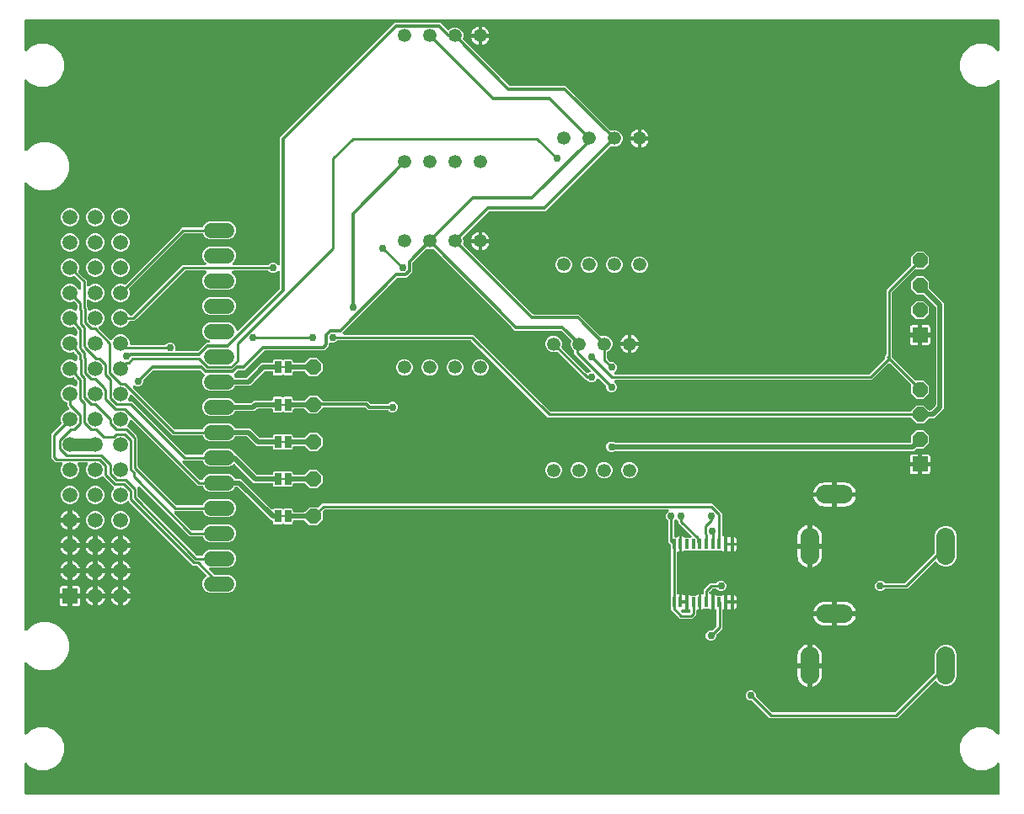
<source format=gbr>
G04 EAGLE Gerber RS-274X export*
G75*
%MOMM*%
%FSLAX34Y34*%
%LPD*%
%INTop Copper*%
%IPPOS*%
%AMOC8*
5,1,8,0,0,1.08239X$1,22.5*%
G01*
%ADD10R,1.508000X1.508000*%
%ADD11C,1.508000*%
%ADD12C,1.343400*%
%ADD13R,0.304800X0.990600*%
%ADD14C,1.900000*%
%ADD15P,1.649562X8X22.500000*%
%ADD16C,0.203200*%
%ADD17R,0.635000X1.270000*%
%ADD18R,1.500000X1.500000*%
%ADD19P,1.623585X8X292.500000*%
%ADD20C,1.524000*%
%ADD21C,1.270000*%
%ADD22C,0.756400*%
%ADD23C,0.508000*%
%ADD24C,0.304800*%
%ADD25C,0.254000*%

G36*
X988342Y10164D02*
X988342Y10164D01*
X988368Y10162D01*
X988515Y10184D01*
X988662Y10201D01*
X988687Y10209D01*
X988713Y10213D01*
X988851Y10268D01*
X988990Y10318D01*
X989012Y10332D01*
X989037Y10342D01*
X989158Y10427D01*
X989283Y10507D01*
X989301Y10526D01*
X989323Y10541D01*
X989422Y10651D01*
X989525Y10758D01*
X989539Y10780D01*
X989556Y10800D01*
X989628Y10930D01*
X989704Y11057D01*
X989712Y11082D01*
X989725Y11105D01*
X989765Y11248D01*
X989810Y11389D01*
X989812Y11415D01*
X989820Y11440D01*
X989839Y11684D01*
X989839Y40682D01*
X989828Y40782D01*
X989826Y40883D01*
X989808Y40955D01*
X989799Y41029D01*
X989766Y41123D01*
X989741Y41221D01*
X989707Y41287D01*
X989682Y41357D01*
X989627Y41441D01*
X989581Y41530D01*
X989533Y41587D01*
X989493Y41650D01*
X989421Y41719D01*
X989356Y41796D01*
X989296Y41840D01*
X989242Y41892D01*
X989156Y41943D01*
X989075Y42003D01*
X989007Y42032D01*
X988943Y42071D01*
X988847Y42101D01*
X988755Y42141D01*
X988682Y42154D01*
X988611Y42177D01*
X988511Y42185D01*
X988412Y42203D01*
X988338Y42199D01*
X988264Y42205D01*
X988164Y42190D01*
X988064Y42185D01*
X987993Y42164D01*
X987919Y42153D01*
X987826Y42116D01*
X987729Y42088D01*
X987664Y42052D01*
X987595Y42024D01*
X987513Y41967D01*
X987425Y41918D01*
X987349Y41853D01*
X987309Y41825D01*
X987285Y41799D01*
X987239Y41760D01*
X983728Y38249D01*
X975859Y34989D01*
X967341Y34989D01*
X959472Y38249D01*
X953449Y44272D01*
X950189Y52141D01*
X950189Y60659D01*
X953449Y68528D01*
X959472Y74551D01*
X967341Y77811D01*
X975859Y77811D01*
X983728Y74551D01*
X987239Y71040D01*
X987317Y70978D01*
X987390Y70908D01*
X987454Y70870D01*
X987512Y70824D01*
X987603Y70781D01*
X987689Y70729D01*
X987760Y70707D01*
X987827Y70675D01*
X987925Y70654D01*
X988021Y70623D01*
X988095Y70617D01*
X988168Y70602D01*
X988268Y70603D01*
X988368Y70595D01*
X988442Y70606D01*
X988516Y70607D01*
X988613Y70632D01*
X988713Y70647D01*
X988782Y70674D01*
X988854Y70692D01*
X988944Y70739D01*
X989037Y70776D01*
X989098Y70818D01*
X989164Y70852D01*
X989240Y70917D01*
X989323Y70975D01*
X989373Y71030D01*
X989429Y71078D01*
X989489Y71159D01*
X989556Y71233D01*
X989592Y71298D01*
X989637Y71358D01*
X989676Y71450D01*
X989725Y71538D01*
X989745Y71610D01*
X989775Y71678D01*
X989792Y71777D01*
X989820Y71874D01*
X989828Y71974D01*
X989836Y72021D01*
X989834Y72057D01*
X989839Y72118D01*
X989839Y727882D01*
X989828Y727982D01*
X989826Y728083D01*
X989808Y728155D01*
X989799Y728229D01*
X989766Y728323D01*
X989741Y728421D01*
X989707Y728487D01*
X989682Y728557D01*
X989627Y728641D01*
X989581Y728730D01*
X989533Y728787D01*
X989493Y728850D01*
X989421Y728919D01*
X989356Y728996D01*
X989296Y729040D01*
X989242Y729092D01*
X989156Y729143D01*
X989075Y729203D01*
X989007Y729232D01*
X988943Y729271D01*
X988847Y729301D01*
X988755Y729341D01*
X988682Y729354D01*
X988611Y729377D01*
X988511Y729385D01*
X988412Y729403D01*
X988338Y729399D01*
X988264Y729405D01*
X988164Y729390D01*
X988064Y729385D01*
X987993Y729364D01*
X987919Y729353D01*
X987826Y729316D01*
X987729Y729288D01*
X987664Y729252D01*
X987595Y729224D01*
X987513Y729167D01*
X987425Y729118D01*
X987349Y729053D01*
X987309Y729025D01*
X987285Y728999D01*
X987239Y728960D01*
X983728Y725449D01*
X975859Y722189D01*
X967341Y722189D01*
X959472Y725449D01*
X953449Y731472D01*
X950189Y739341D01*
X950189Y747859D01*
X953449Y755728D01*
X959472Y761751D01*
X967341Y765011D01*
X975859Y765011D01*
X983728Y761751D01*
X987239Y758240D01*
X987317Y758178D01*
X987390Y758108D01*
X987454Y758070D01*
X987512Y758024D01*
X987603Y757981D01*
X987689Y757929D01*
X987760Y757907D01*
X987827Y757875D01*
X987925Y757854D01*
X988021Y757823D01*
X988095Y757817D01*
X988168Y757802D01*
X988268Y757803D01*
X988368Y757795D01*
X988442Y757806D01*
X988516Y757807D01*
X988613Y757832D01*
X988713Y757847D01*
X988782Y757874D01*
X988854Y757892D01*
X988944Y757939D01*
X989037Y757976D01*
X989098Y758018D01*
X989164Y758052D01*
X989240Y758117D01*
X989323Y758175D01*
X989373Y758230D01*
X989429Y758278D01*
X989489Y758359D01*
X989556Y758433D01*
X989592Y758498D01*
X989637Y758558D01*
X989676Y758650D01*
X989725Y758738D01*
X989745Y758810D01*
X989775Y758878D01*
X989792Y758977D01*
X989820Y759074D01*
X989828Y759174D01*
X989836Y759221D01*
X989834Y759257D01*
X989839Y759318D01*
X989839Y788316D01*
X989836Y788342D01*
X989838Y788368D01*
X989816Y788515D01*
X989799Y788662D01*
X989791Y788687D01*
X989787Y788713D01*
X989732Y788851D01*
X989682Y788990D01*
X989668Y789012D01*
X989658Y789037D01*
X989573Y789158D01*
X989493Y789283D01*
X989474Y789301D01*
X989459Y789323D01*
X989349Y789422D01*
X989242Y789525D01*
X989220Y789539D01*
X989200Y789556D01*
X989070Y789628D01*
X988943Y789704D01*
X988918Y789712D01*
X988895Y789725D01*
X988752Y789765D01*
X988611Y789810D01*
X988585Y789812D01*
X988560Y789820D01*
X988316Y789839D01*
X11684Y789839D01*
X11658Y789836D01*
X11632Y789838D01*
X11485Y789816D01*
X11338Y789799D01*
X11313Y789791D01*
X11287Y789787D01*
X11149Y789732D01*
X11010Y789682D01*
X10988Y789668D01*
X10963Y789658D01*
X10842Y789573D01*
X10717Y789493D01*
X10699Y789474D01*
X10677Y789459D01*
X10578Y789349D01*
X10475Y789242D01*
X10461Y789220D01*
X10444Y789200D01*
X10372Y789070D01*
X10296Y788943D01*
X10288Y788918D01*
X10275Y788895D01*
X10235Y788752D01*
X10190Y788611D01*
X10188Y788585D01*
X10180Y788560D01*
X10161Y788316D01*
X10161Y759318D01*
X10172Y759218D01*
X10174Y759117D01*
X10192Y759045D01*
X10201Y758971D01*
X10234Y758877D01*
X10259Y758779D01*
X10293Y758713D01*
X10318Y758643D01*
X10373Y758559D01*
X10419Y758470D01*
X10467Y758413D01*
X10507Y758350D01*
X10579Y758281D01*
X10644Y758204D01*
X10704Y758160D01*
X10758Y758108D01*
X10844Y758057D01*
X10925Y757997D01*
X10993Y757968D01*
X11057Y757929D01*
X11153Y757899D01*
X11245Y757859D01*
X11318Y757846D01*
X11389Y757823D01*
X11489Y757815D01*
X11588Y757797D01*
X11662Y757801D01*
X11736Y757795D01*
X11836Y757810D01*
X11936Y757815D01*
X12007Y757836D01*
X12081Y757847D01*
X12174Y757884D01*
X12271Y757912D01*
X12336Y757948D01*
X12405Y757976D01*
X12487Y758033D01*
X12575Y758082D01*
X12651Y758147D01*
X12691Y758175D01*
X12715Y758201D01*
X12761Y758240D01*
X16272Y761751D01*
X24141Y765011D01*
X32659Y765011D01*
X40528Y761751D01*
X46551Y755728D01*
X49811Y747859D01*
X49811Y739341D01*
X46551Y731472D01*
X40528Y725449D01*
X32659Y722189D01*
X24141Y722189D01*
X16272Y725449D01*
X12761Y728960D01*
X12683Y729022D01*
X12610Y729092D01*
X12546Y729130D01*
X12488Y729176D01*
X12397Y729219D01*
X12311Y729271D01*
X12240Y729293D01*
X12173Y729325D01*
X12075Y729346D01*
X11979Y729377D01*
X11905Y729383D01*
X11832Y729398D01*
X11732Y729397D01*
X11632Y729405D01*
X11558Y729394D01*
X11484Y729393D01*
X11387Y729368D01*
X11287Y729353D01*
X11218Y729326D01*
X11146Y729308D01*
X11056Y729261D01*
X10963Y729224D01*
X10902Y729182D01*
X10836Y729148D01*
X10760Y729083D01*
X10677Y729025D01*
X10627Y728970D01*
X10571Y728922D01*
X10511Y728841D01*
X10444Y728767D01*
X10408Y728702D01*
X10363Y728642D01*
X10324Y728550D01*
X10275Y728462D01*
X10255Y728390D01*
X10225Y728322D01*
X10208Y728223D01*
X10180Y728126D01*
X10172Y728026D01*
X10164Y727979D01*
X10166Y727943D01*
X10161Y727882D01*
X10161Y659207D01*
X10172Y659107D01*
X10174Y659006D01*
X10192Y658934D01*
X10201Y658860D01*
X10234Y658766D01*
X10259Y658668D01*
X10293Y658602D01*
X10318Y658532D01*
X10373Y658448D01*
X10419Y658359D01*
X10467Y658302D01*
X10507Y658239D01*
X10579Y658170D01*
X10644Y658093D01*
X10704Y658049D01*
X10758Y657997D01*
X10844Y657946D01*
X10925Y657886D01*
X10993Y657857D01*
X11057Y657818D01*
X11153Y657788D01*
X11245Y657748D01*
X11318Y657735D01*
X11389Y657712D01*
X11489Y657704D01*
X11588Y657686D01*
X11662Y657690D01*
X11736Y657684D01*
X11836Y657699D01*
X11936Y657704D01*
X12007Y657725D01*
X12081Y657736D01*
X12174Y657773D01*
X12271Y657801D01*
X12336Y657837D01*
X12405Y657865D01*
X12487Y657922D01*
X12575Y657971D01*
X12651Y658036D01*
X12691Y658064D01*
X12715Y658090D01*
X12761Y658129D01*
X15765Y661133D01*
X21274Y664314D01*
X27419Y665961D01*
X33781Y665961D01*
X39926Y664314D01*
X45435Y661133D01*
X49933Y656635D01*
X53114Y651126D01*
X54761Y644981D01*
X54761Y638619D01*
X53114Y632474D01*
X49933Y626965D01*
X45435Y622467D01*
X39926Y619286D01*
X33781Y617639D01*
X27419Y617639D01*
X21274Y619286D01*
X15765Y622467D01*
X12761Y625471D01*
X12683Y625533D01*
X12610Y625603D01*
X12546Y625641D01*
X12488Y625687D01*
X12397Y625730D01*
X12311Y625782D01*
X12240Y625804D01*
X12173Y625836D01*
X12075Y625857D01*
X11979Y625888D01*
X11905Y625894D01*
X11832Y625909D01*
X11732Y625908D01*
X11632Y625916D01*
X11558Y625905D01*
X11484Y625903D01*
X11387Y625879D01*
X11287Y625864D01*
X11218Y625837D01*
X11146Y625818D01*
X11057Y625772D01*
X10963Y625735D01*
X10902Y625693D01*
X10836Y625659D01*
X10760Y625594D01*
X10677Y625536D01*
X10627Y625481D01*
X10571Y625433D01*
X10511Y625352D01*
X10444Y625278D01*
X10408Y625213D01*
X10363Y625153D01*
X10324Y625060D01*
X10275Y624973D01*
X10255Y624901D01*
X10225Y624833D01*
X10208Y624734D01*
X10180Y624637D01*
X10172Y624537D01*
X10164Y624490D01*
X10166Y624454D01*
X10161Y624393D01*
X10161Y176607D01*
X10172Y176507D01*
X10174Y176406D01*
X10192Y176334D01*
X10201Y176260D01*
X10234Y176166D01*
X10259Y176068D01*
X10293Y176002D01*
X10318Y175932D01*
X10373Y175848D01*
X10419Y175759D01*
X10467Y175702D01*
X10507Y175639D01*
X10579Y175570D01*
X10644Y175493D01*
X10704Y175449D01*
X10758Y175397D01*
X10844Y175346D01*
X10925Y175286D01*
X10993Y175257D01*
X11057Y175218D01*
X11153Y175188D01*
X11245Y175148D01*
X11318Y175135D01*
X11389Y175112D01*
X11489Y175104D01*
X11588Y175086D01*
X11662Y175090D01*
X11736Y175084D01*
X11836Y175099D01*
X11936Y175104D01*
X12007Y175125D01*
X12081Y175136D01*
X12174Y175173D01*
X12271Y175201D01*
X12336Y175237D01*
X12405Y175265D01*
X12487Y175322D01*
X12575Y175371D01*
X12651Y175436D01*
X12691Y175464D01*
X12715Y175490D01*
X12761Y175529D01*
X15765Y178533D01*
X21274Y181714D01*
X27419Y183361D01*
X33781Y183361D01*
X39926Y181714D01*
X45435Y178533D01*
X49933Y174035D01*
X53114Y168526D01*
X54761Y162381D01*
X54761Y156019D01*
X53114Y149874D01*
X49933Y144365D01*
X45435Y139867D01*
X39926Y136686D01*
X33781Y135039D01*
X27419Y135039D01*
X21274Y136686D01*
X15765Y139867D01*
X12761Y142871D01*
X12683Y142933D01*
X12610Y143003D01*
X12546Y143041D01*
X12488Y143087D01*
X12397Y143130D01*
X12311Y143182D01*
X12240Y143204D01*
X12173Y143236D01*
X12075Y143257D01*
X11979Y143288D01*
X11905Y143294D01*
X11832Y143309D01*
X11732Y143308D01*
X11632Y143316D01*
X11558Y143305D01*
X11484Y143303D01*
X11387Y143279D01*
X11287Y143264D01*
X11218Y143237D01*
X11146Y143218D01*
X11057Y143172D01*
X10963Y143135D01*
X10902Y143093D01*
X10836Y143059D01*
X10760Y142994D01*
X10677Y142936D01*
X10627Y142881D01*
X10571Y142833D01*
X10511Y142752D01*
X10444Y142678D01*
X10408Y142613D01*
X10363Y142553D01*
X10324Y142460D01*
X10275Y142373D01*
X10255Y142301D01*
X10225Y142233D01*
X10208Y142134D01*
X10180Y142037D01*
X10172Y141937D01*
X10164Y141890D01*
X10166Y141854D01*
X10161Y141793D01*
X10161Y72118D01*
X10172Y72018D01*
X10174Y71917D01*
X10192Y71845D01*
X10201Y71771D01*
X10234Y71677D01*
X10259Y71579D01*
X10293Y71513D01*
X10318Y71443D01*
X10373Y71359D01*
X10419Y71270D01*
X10467Y71213D01*
X10507Y71150D01*
X10579Y71081D01*
X10644Y71004D01*
X10704Y70960D01*
X10758Y70908D01*
X10844Y70857D01*
X10925Y70797D01*
X10993Y70768D01*
X11057Y70729D01*
X11153Y70699D01*
X11245Y70659D01*
X11318Y70646D01*
X11389Y70623D01*
X11489Y70615D01*
X11588Y70597D01*
X11662Y70601D01*
X11736Y70595D01*
X11836Y70610D01*
X11936Y70615D01*
X12007Y70636D01*
X12081Y70647D01*
X12174Y70684D01*
X12271Y70712D01*
X12336Y70748D01*
X12405Y70776D01*
X12487Y70833D01*
X12575Y70882D01*
X12651Y70947D01*
X12691Y70975D01*
X12715Y71001D01*
X12761Y71040D01*
X16272Y74551D01*
X24141Y77811D01*
X32659Y77811D01*
X40528Y74551D01*
X46551Y68528D01*
X49811Y60659D01*
X49811Y52141D01*
X46551Y44272D01*
X40528Y38249D01*
X32659Y34989D01*
X24141Y34989D01*
X16272Y38249D01*
X12761Y41760D01*
X12683Y41822D01*
X12610Y41892D01*
X12546Y41930D01*
X12488Y41976D01*
X12397Y42019D01*
X12311Y42071D01*
X12240Y42093D01*
X12173Y42125D01*
X12075Y42146D01*
X11979Y42177D01*
X11905Y42183D01*
X11832Y42198D01*
X11732Y42197D01*
X11632Y42205D01*
X11558Y42194D01*
X11484Y42193D01*
X11387Y42168D01*
X11287Y42153D01*
X11218Y42126D01*
X11146Y42108D01*
X11056Y42061D01*
X10963Y42024D01*
X10902Y41982D01*
X10836Y41948D01*
X10760Y41883D01*
X10677Y41825D01*
X10627Y41770D01*
X10571Y41722D01*
X10511Y41641D01*
X10444Y41567D01*
X10408Y41502D01*
X10363Y41442D01*
X10324Y41350D01*
X10275Y41262D01*
X10255Y41190D01*
X10225Y41122D01*
X10208Y41023D01*
X10180Y40926D01*
X10172Y40826D01*
X10164Y40779D01*
X10166Y40743D01*
X10161Y40682D01*
X10161Y11684D01*
X10164Y11658D01*
X10162Y11632D01*
X10184Y11485D01*
X10201Y11338D01*
X10209Y11313D01*
X10213Y11287D01*
X10268Y11149D01*
X10318Y11010D01*
X10332Y10988D01*
X10342Y10963D01*
X10427Y10842D01*
X10507Y10717D01*
X10526Y10699D01*
X10541Y10677D01*
X10651Y10578D01*
X10758Y10475D01*
X10780Y10461D01*
X10800Y10444D01*
X10930Y10372D01*
X11057Y10296D01*
X11082Y10288D01*
X11105Y10275D01*
X11248Y10235D01*
X11389Y10190D01*
X11415Y10188D01*
X11440Y10180D01*
X11684Y10161D01*
X988316Y10161D01*
X988342Y10164D01*
G37*
%LPC*%
G36*
X668842Y187205D02*
X668842Y187205D01*
X659955Y196092D01*
X659955Y197353D01*
X659941Y197478D01*
X659934Y197604D01*
X659921Y197651D01*
X659915Y197699D01*
X659873Y197818D01*
X659838Y197939D01*
X659814Y197981D01*
X659798Y198027D01*
X659729Y198133D01*
X659701Y198183D01*
X659701Y209457D01*
X659726Y209487D01*
X659780Y209602D01*
X659841Y209712D01*
X659854Y209759D01*
X659875Y209802D01*
X659901Y209926D01*
X659936Y210048D01*
X659941Y210108D01*
X659948Y210143D01*
X659947Y210191D01*
X659955Y210291D01*
X659955Y255708D01*
X659941Y255834D01*
X659934Y255960D01*
X659921Y256007D01*
X659915Y256055D01*
X659873Y256174D01*
X659838Y256295D01*
X659814Y256337D01*
X659798Y256383D01*
X659729Y256489D01*
X659701Y256539D01*
X659701Y260643D01*
X659687Y260769D01*
X659680Y260895D01*
X659667Y260942D01*
X659661Y260990D01*
X659619Y261109D01*
X659584Y261230D01*
X659560Y261272D01*
X659544Y261318D01*
X659475Y261424D01*
X659414Y261534D01*
X659374Y261581D01*
X659355Y261611D01*
X659320Y261644D01*
X659255Y261721D01*
X657205Y263770D01*
X657205Y284659D01*
X657191Y284785D01*
X657184Y284911D01*
X657171Y284957D01*
X657165Y285005D01*
X657123Y285124D01*
X657088Y285246D01*
X657064Y285288D01*
X657048Y285333D01*
X656979Y285439D01*
X656918Y285550D01*
X656878Y285596D01*
X656859Y285626D01*
X656824Y285660D01*
X656759Y285736D01*
X655501Y286994D01*
X654693Y288944D01*
X654693Y291056D01*
X655501Y293006D01*
X657100Y294605D01*
X657163Y294684D01*
X657232Y294756D01*
X657271Y294820D01*
X657317Y294878D01*
X657360Y294969D01*
X657411Y295055D01*
X657434Y295126D01*
X657466Y295193D01*
X657487Y295291D01*
X657517Y295387D01*
X657523Y295461D01*
X657539Y295534D01*
X657537Y295634D01*
X657545Y295734D01*
X657534Y295808D01*
X657533Y295882D01*
X657509Y295979D01*
X657494Y296079D01*
X657466Y296148D01*
X657448Y296220D01*
X657402Y296309D01*
X657365Y296403D01*
X657322Y296464D01*
X657288Y296530D01*
X657223Y296606D01*
X657166Y296689D01*
X657111Y296739D01*
X657063Y296795D01*
X656982Y296855D01*
X656907Y296922D01*
X656842Y296958D01*
X656782Y297003D01*
X656690Y297042D01*
X656602Y297091D01*
X656531Y297111D01*
X656462Y297141D01*
X656363Y297158D01*
X656267Y297186D01*
X656167Y297194D01*
X656119Y297202D01*
X656084Y297200D01*
X656023Y297205D01*
X312289Y297205D01*
X312163Y297191D01*
X312037Y297184D01*
X311990Y297171D01*
X311942Y297165D01*
X311823Y297123D01*
X311702Y297088D01*
X311660Y297064D01*
X311614Y297048D01*
X311508Y296979D01*
X311398Y296918D01*
X311351Y296878D01*
X311321Y296859D01*
X311288Y296824D01*
X311211Y296759D01*
X310020Y295567D01*
X310003Y295547D01*
X309983Y295529D01*
X309895Y295410D01*
X309803Y295294D01*
X309792Y295270D01*
X309776Y295249D01*
X309717Y295113D01*
X309654Y294979D01*
X309648Y294953D01*
X309638Y294929D01*
X309612Y294783D01*
X309581Y294638D01*
X309581Y294612D01*
X309576Y294586D01*
X309584Y294438D01*
X309587Y294290D01*
X309593Y294264D01*
X309594Y294238D01*
X309636Y294095D01*
X309645Y294059D01*
X309645Y286212D01*
X304288Y280855D01*
X296712Y280855D01*
X292078Y285489D01*
X291979Y285568D01*
X291885Y285652D01*
X291843Y285676D01*
X291805Y285706D01*
X291691Y285760D01*
X291580Y285821D01*
X291534Y285834D01*
X291490Y285855D01*
X291367Y285881D01*
X291245Y285916D01*
X291184Y285921D01*
X291150Y285928D01*
X291101Y285927D01*
X291001Y285935D01*
X281303Y285935D01*
X281277Y285932D01*
X281251Y285934D01*
X281104Y285912D01*
X280957Y285895D01*
X280932Y285887D01*
X280906Y285883D01*
X280768Y285828D01*
X280629Y285778D01*
X280607Y285764D01*
X280582Y285754D01*
X280461Y285669D01*
X280336Y285589D01*
X280318Y285570D01*
X280296Y285555D01*
X280197Y285445D01*
X280094Y285338D01*
X280080Y285316D01*
X280063Y285296D01*
X279991Y285166D01*
X279915Y285039D01*
X279907Y285014D01*
X279894Y284991D01*
X279854Y284848D01*
X279809Y284707D01*
X279807Y284681D01*
X279799Y284656D01*
X279780Y284412D01*
X279780Y283018D01*
X278887Y282125D01*
X271273Y282125D01*
X271077Y282322D01*
X271057Y282338D01*
X271040Y282358D01*
X270920Y282446D01*
X270804Y282538D01*
X270780Y282549D01*
X270759Y282565D01*
X270623Y282624D01*
X270489Y282687D01*
X270463Y282693D01*
X270439Y282703D01*
X270293Y282729D01*
X270148Y282761D01*
X270122Y282760D01*
X270096Y282765D01*
X269948Y282757D01*
X269800Y282755D01*
X269774Y282748D01*
X269748Y282747D01*
X269606Y282706D01*
X269462Y282670D01*
X269438Y282657D01*
X269413Y282650D01*
X269284Y282578D01*
X269152Y282510D01*
X269132Y282493D01*
X269109Y282480D01*
X268923Y282322D01*
X268727Y282125D01*
X261113Y282125D01*
X260220Y283018D01*
X260220Y284412D01*
X260217Y284438D01*
X260219Y284464D01*
X260197Y284611D01*
X260180Y284758D01*
X260172Y284783D01*
X260168Y284809D01*
X260113Y284947D01*
X260063Y285086D01*
X260049Y285108D01*
X260039Y285133D01*
X259954Y285254D01*
X259874Y285379D01*
X259855Y285397D01*
X259840Y285419D01*
X259730Y285518D01*
X259623Y285621D01*
X259601Y285635D01*
X259581Y285652D01*
X259451Y285724D01*
X259324Y285800D01*
X259299Y285808D01*
X259276Y285821D01*
X259133Y285861D01*
X258992Y285906D01*
X258966Y285908D01*
X258941Y285916D01*
X258697Y285935D01*
X258316Y285935D01*
X224962Y319289D01*
X224863Y319368D01*
X224770Y319452D01*
X224727Y319476D01*
X224689Y319506D01*
X224575Y319560D01*
X224465Y319621D01*
X224418Y319634D01*
X224374Y319655D01*
X224251Y319681D01*
X224129Y319716D01*
X224068Y319721D01*
X224034Y319728D01*
X223986Y319727D01*
X223885Y319735D01*
X222852Y319735D01*
X222776Y319727D01*
X222700Y319728D01*
X222604Y319707D01*
X222506Y319695D01*
X222434Y319670D01*
X222359Y319653D01*
X222271Y319611D01*
X222178Y319578D01*
X222114Y319536D01*
X222045Y319504D01*
X221968Y319442D01*
X221885Y319389D01*
X221832Y319334D01*
X221772Y319286D01*
X221711Y319209D01*
X221643Y319138D01*
X221604Y319073D01*
X221556Y319013D01*
X221488Y318880D01*
X221464Y318839D01*
X221458Y318821D01*
X221445Y318795D01*
X221373Y318620D01*
X218800Y316048D01*
X215439Y314655D01*
X196561Y314655D01*
X193200Y316048D01*
X190627Y318620D01*
X190029Y320065D01*
X189992Y320132D01*
X189964Y320203D01*
X189907Y320284D01*
X189860Y320370D01*
X189808Y320426D01*
X189765Y320489D01*
X189692Y320555D01*
X189625Y320628D01*
X189563Y320671D01*
X189506Y320722D01*
X189420Y320770D01*
X189339Y320826D01*
X189268Y320854D01*
X189201Y320891D01*
X189106Y320918D01*
X189015Y320954D01*
X188939Y320965D01*
X188865Y320986D01*
X188717Y320998D01*
X188670Y321005D01*
X188651Y321003D01*
X188622Y321005D01*
X184257Y321005D01*
X118465Y386797D01*
X118387Y386859D01*
X118314Y386929D01*
X118250Y386968D01*
X118192Y387014D01*
X118101Y387057D01*
X118015Y387108D01*
X117944Y387131D01*
X117877Y387163D01*
X117779Y387184D01*
X117683Y387214D01*
X117609Y387220D01*
X117536Y387236D01*
X117436Y387234D01*
X117336Y387242D01*
X117262Y387231D01*
X117188Y387230D01*
X117091Y387206D01*
X116991Y387191D01*
X116922Y387163D01*
X116850Y387145D01*
X116760Y387099D01*
X116667Y387062D01*
X116606Y387020D01*
X116540Y386985D01*
X116463Y386920D01*
X116381Y386863D01*
X116331Y386808D01*
X116275Y386760D01*
X116215Y386679D01*
X116148Y386604D01*
X116112Y386539D01*
X116067Y386479D01*
X116028Y386387D01*
X115979Y386299D01*
X115959Y386227D01*
X115929Y386159D01*
X115928Y386149D01*
X114485Y382665D01*
X113963Y382144D01*
X113947Y382123D01*
X113927Y382106D01*
X113838Y381987D01*
X113746Y381871D01*
X113735Y381847D01*
X113720Y381826D01*
X113661Y381690D01*
X113597Y381555D01*
X113592Y381530D01*
X113582Y381506D01*
X113555Y381359D01*
X113524Y381215D01*
X113525Y381189D01*
X113520Y381163D01*
X113528Y381014D01*
X113530Y380866D01*
X113536Y380841D01*
X113538Y380815D01*
X113579Y380672D01*
X113615Y380528D01*
X113627Y380505D01*
X113634Y380480D01*
X113707Y380350D01*
X113775Y380219D01*
X113792Y380198D01*
X113804Y380176D01*
X113963Y379989D01*
X115775Y378177D01*
X122814Y371139D01*
X122816Y371099D01*
X122829Y371052D01*
X122835Y371004D01*
X122877Y370885D01*
X122912Y370764D01*
X122936Y370722D01*
X122952Y370676D01*
X123021Y370570D01*
X123082Y370460D01*
X123122Y370413D01*
X123141Y370383D01*
X123176Y370350D01*
X123241Y370273D01*
X123993Y369522D01*
X123993Y340591D01*
X124007Y340465D01*
X124014Y340339D01*
X124027Y340292D01*
X124033Y340244D01*
X124075Y340125D01*
X124110Y340004D01*
X124134Y339962D01*
X124150Y339916D01*
X124219Y339810D01*
X124280Y339700D01*
X124320Y339653D01*
X124339Y339623D01*
X124374Y339590D01*
X124439Y339513D01*
X162311Y301641D01*
X162410Y301562D01*
X162504Y301478D01*
X162547Y301454D01*
X162584Y301424D01*
X162699Y301370D01*
X162809Y301309D01*
X162856Y301296D01*
X162900Y301275D01*
X163023Y301249D01*
X163145Y301214D01*
X163206Y301209D01*
X163240Y301202D01*
X163288Y301203D01*
X163389Y301195D01*
X188622Y301195D01*
X188697Y301203D01*
X188774Y301202D01*
X188870Y301223D01*
X188968Y301235D01*
X189040Y301260D01*
X189114Y301277D01*
X189203Y301319D01*
X189296Y301352D01*
X189360Y301394D01*
X189429Y301426D01*
X189506Y301488D01*
X189589Y301541D01*
X189642Y301596D01*
X189702Y301644D01*
X189763Y301721D01*
X189831Y301792D01*
X189870Y301857D01*
X189918Y301917D01*
X189986Y302050D01*
X190010Y302091D01*
X190016Y302109D01*
X190029Y302135D01*
X190627Y303580D01*
X193200Y306152D01*
X196561Y307545D01*
X215439Y307545D01*
X218800Y306152D01*
X221372Y303580D01*
X222765Y300219D01*
X222765Y296581D01*
X221372Y293220D01*
X218800Y290648D01*
X215439Y289255D01*
X196561Y289255D01*
X193200Y290648D01*
X190627Y293220D01*
X190029Y294665D01*
X189992Y294732D01*
X189964Y294803D01*
X189907Y294884D01*
X189860Y294970D01*
X189808Y295026D01*
X189765Y295089D01*
X189692Y295155D01*
X189625Y295228D01*
X189563Y295271D01*
X189506Y295322D01*
X189420Y295370D01*
X189339Y295426D01*
X189268Y295454D01*
X189201Y295491D01*
X189106Y295518D01*
X189015Y295554D01*
X188939Y295565D01*
X188865Y295586D01*
X188717Y295598D01*
X188670Y295605D01*
X188651Y295603D01*
X188622Y295605D01*
X162025Y295605D01*
X161925Y295594D01*
X161824Y295592D01*
X161752Y295574D01*
X161678Y295565D01*
X161584Y295532D01*
X161486Y295507D01*
X161420Y295473D01*
X161350Y295448D01*
X161266Y295393D01*
X161177Y295347D01*
X161120Y295299D01*
X161057Y295259D01*
X160988Y295187D01*
X160911Y295122D01*
X160867Y295062D01*
X160815Y295008D01*
X160764Y294922D01*
X160704Y294841D01*
X160675Y294773D01*
X160636Y294709D01*
X160606Y294613D01*
X160566Y294521D01*
X160553Y294448D01*
X160530Y294377D01*
X160522Y294277D01*
X160504Y294178D01*
X160508Y294104D01*
X160502Y294030D01*
X160517Y293930D01*
X160522Y293830D01*
X160543Y293759D01*
X160554Y293685D01*
X160591Y293592D01*
X160619Y293495D01*
X160655Y293430D01*
X160683Y293361D01*
X160740Y293279D01*
X160789Y293191D01*
X160854Y293115D01*
X160882Y293075D01*
X160908Y293051D01*
X160947Y293005D01*
X177711Y276241D01*
X177810Y276162D01*
X177904Y276078D01*
X177947Y276054D01*
X177984Y276024D01*
X178099Y275970D01*
X178209Y275909D01*
X178256Y275896D01*
X178300Y275875D01*
X178423Y275849D01*
X178545Y275814D01*
X178606Y275809D01*
X178640Y275802D01*
X178688Y275803D01*
X178789Y275795D01*
X188622Y275795D01*
X188697Y275803D01*
X188774Y275802D01*
X188870Y275823D01*
X188968Y275835D01*
X189040Y275860D01*
X189114Y275877D01*
X189203Y275919D01*
X189296Y275952D01*
X189360Y275994D01*
X189429Y276026D01*
X189506Y276088D01*
X189589Y276141D01*
X189642Y276196D01*
X189702Y276244D01*
X189763Y276321D01*
X189831Y276392D01*
X189870Y276457D01*
X189918Y276517D01*
X189986Y276650D01*
X190010Y276691D01*
X190016Y276709D01*
X190029Y276735D01*
X190627Y278180D01*
X193200Y280752D01*
X196561Y282145D01*
X215439Y282145D01*
X218800Y280752D01*
X221372Y278180D01*
X222765Y274819D01*
X222765Y271181D01*
X221372Y267820D01*
X218800Y265248D01*
X215439Y263855D01*
X196561Y263855D01*
X193200Y265248D01*
X190627Y267820D01*
X190029Y269265D01*
X189992Y269332D01*
X189964Y269403D01*
X189907Y269484D01*
X189860Y269570D01*
X189808Y269626D01*
X189765Y269689D01*
X189692Y269755D01*
X189625Y269828D01*
X189563Y269871D01*
X189506Y269922D01*
X189420Y269970D01*
X189339Y270026D01*
X189268Y270054D01*
X189201Y270091D01*
X189106Y270118D01*
X189015Y270154D01*
X188939Y270165D01*
X188865Y270186D01*
X188717Y270198D01*
X188670Y270205D01*
X188651Y270203D01*
X188622Y270205D01*
X175842Y270205D01*
X126593Y319455D01*
X126515Y319517D01*
X126442Y319587D01*
X126378Y319625D01*
X126320Y319671D01*
X126229Y319714D01*
X126143Y319766D01*
X126072Y319788D01*
X126005Y319820D01*
X125907Y319841D01*
X125811Y319872D01*
X125737Y319878D01*
X125664Y319893D01*
X125564Y319892D01*
X125464Y319900D01*
X125390Y319889D01*
X125316Y319888D01*
X125219Y319863D01*
X125119Y319848D01*
X125050Y319821D01*
X124978Y319803D01*
X124888Y319756D01*
X124795Y319719D01*
X124734Y319677D01*
X124668Y319643D01*
X124591Y319578D01*
X124509Y319520D01*
X124459Y319465D01*
X124403Y319417D01*
X124343Y319336D01*
X124276Y319262D01*
X124240Y319197D01*
X124195Y319137D01*
X124156Y319045D01*
X124107Y318957D01*
X124087Y318885D01*
X124057Y318817D01*
X124040Y318718D01*
X124012Y318621D01*
X124004Y318521D01*
X123996Y318474D01*
X123998Y318438D01*
X123993Y318377D01*
X123993Y310591D01*
X124007Y310465D01*
X124014Y310339D01*
X124027Y310292D01*
X124033Y310244D01*
X124075Y310125D01*
X124110Y310004D01*
X124134Y309962D01*
X124150Y309916D01*
X124219Y309810D01*
X124280Y309700D01*
X124320Y309653D01*
X124339Y309623D01*
X124374Y309590D01*
X124439Y309513D01*
X183111Y250841D01*
X183210Y250762D01*
X183304Y250678D01*
X183347Y250654D01*
X183384Y250624D01*
X183499Y250570D01*
X183609Y250509D01*
X183656Y250496D01*
X183700Y250475D01*
X183823Y250449D01*
X183945Y250414D01*
X184006Y250409D01*
X184040Y250402D01*
X184088Y250403D01*
X184189Y250395D01*
X188622Y250395D01*
X188697Y250403D01*
X188774Y250402D01*
X188870Y250423D01*
X188968Y250435D01*
X189040Y250460D01*
X189114Y250477D01*
X189203Y250519D01*
X189296Y250552D01*
X189360Y250594D01*
X189429Y250626D01*
X189506Y250688D01*
X189589Y250741D01*
X189642Y250796D01*
X189702Y250844D01*
X189763Y250921D01*
X189831Y250992D01*
X189870Y251057D01*
X189918Y251117D01*
X189986Y251250D01*
X190010Y251291D01*
X190016Y251309D01*
X190029Y251335D01*
X190627Y252780D01*
X193200Y255352D01*
X196561Y256745D01*
X215439Y256745D01*
X218800Y255352D01*
X221372Y252780D01*
X222765Y249419D01*
X222765Y245781D01*
X221372Y242420D01*
X218800Y239848D01*
X215439Y238455D01*
X197375Y238455D01*
X197275Y238444D01*
X197174Y238442D01*
X197102Y238424D01*
X197028Y238415D01*
X196934Y238382D01*
X196836Y238357D01*
X196770Y238323D01*
X196700Y238298D01*
X196616Y238243D01*
X196527Y238197D01*
X196470Y238149D01*
X196407Y238109D01*
X196338Y238037D01*
X196261Y237972D01*
X196217Y237912D01*
X196165Y237858D01*
X196114Y237772D01*
X196054Y237691D01*
X196025Y237623D01*
X195986Y237559D01*
X195956Y237463D01*
X195916Y237371D01*
X195903Y237298D01*
X195880Y237227D01*
X195872Y237127D01*
X195854Y237028D01*
X195858Y236954D01*
X195852Y236880D01*
X195867Y236780D01*
X195872Y236680D01*
X195893Y236609D01*
X195904Y236535D01*
X195941Y236442D01*
X195969Y236345D01*
X196005Y236280D01*
X196033Y236211D01*
X196090Y236129D01*
X196139Y236041D01*
X196204Y235965D01*
X196232Y235925D01*
X196258Y235901D01*
X196297Y235855D01*
X200361Y231791D01*
X200460Y231712D01*
X200554Y231628D01*
X200597Y231604D01*
X200634Y231574D01*
X200749Y231520D01*
X200859Y231459D01*
X200906Y231446D01*
X200950Y231425D01*
X201073Y231399D01*
X201195Y231364D01*
X201256Y231359D01*
X201290Y231352D01*
X201338Y231353D01*
X201439Y231345D01*
X215439Y231345D01*
X218800Y229952D01*
X221372Y227380D01*
X222765Y224019D01*
X222765Y220381D01*
X221372Y217020D01*
X218800Y214448D01*
X215439Y213055D01*
X196561Y213055D01*
X193200Y214448D01*
X190628Y217020D01*
X189235Y220381D01*
X189235Y224019D01*
X190628Y227380D01*
X192670Y229423D01*
X192687Y229444D01*
X192707Y229461D01*
X192795Y229580D01*
X192887Y229696D01*
X192898Y229720D01*
X192914Y229741D01*
X192973Y229877D01*
X193036Y230011D01*
X193041Y230037D01*
X193052Y230061D01*
X193078Y230207D01*
X193109Y230352D01*
X193109Y230378D01*
X193114Y230404D01*
X193106Y230552D01*
X193103Y230700D01*
X193097Y230726D01*
X193096Y230752D01*
X193055Y230894D01*
X193018Y231038D01*
X193006Y231062D01*
X192999Y231087D01*
X192927Y231216D01*
X192859Y231348D01*
X192842Y231368D01*
X192829Y231391D01*
X192670Y231577D01*
X183953Y240295D01*
X183854Y240374D01*
X183760Y240458D01*
X183717Y240482D01*
X183680Y240512D01*
X183565Y240566D01*
X183455Y240627D01*
X183408Y240640D01*
X183364Y240661D01*
X183241Y240687D01*
X183119Y240722D01*
X183058Y240727D01*
X183024Y240734D01*
X182976Y240733D01*
X182875Y240741D01*
X179559Y240741D01*
X116423Y303878D01*
X115237Y305063D01*
X115216Y305080D01*
X115199Y305100D01*
X115080Y305188D01*
X114964Y305280D01*
X114940Y305291D01*
X114919Y305307D01*
X114783Y305366D01*
X114649Y305429D01*
X114623Y305434D01*
X114599Y305445D01*
X114453Y305471D01*
X114308Y305502D01*
X114282Y305502D01*
X114256Y305506D01*
X114108Y305499D01*
X113960Y305496D01*
X113934Y305490D01*
X113908Y305489D01*
X113765Y305447D01*
X113622Y305411D01*
X113598Y305399D01*
X113573Y305392D01*
X113443Y305319D01*
X113312Y305252D01*
X113292Y305235D01*
X113269Y305222D01*
X113083Y305063D01*
X111935Y303915D01*
X108603Y302535D01*
X104997Y302535D01*
X101665Y303915D01*
X99115Y306465D01*
X97735Y309797D01*
X97735Y313403D01*
X99115Y316735D01*
X99856Y317475D01*
X99872Y317496D01*
X99892Y317513D01*
X99980Y317632D01*
X100073Y317748D01*
X100084Y317772D01*
X100100Y317793D01*
X100158Y317929D01*
X100222Y318064D01*
X100227Y318089D01*
X100238Y318113D01*
X100264Y318259D01*
X100295Y318404D01*
X100295Y318430D01*
X100299Y318456D01*
X100292Y318605D01*
X100289Y318753D01*
X100283Y318778D01*
X100281Y318804D01*
X100240Y318947D01*
X100204Y319091D01*
X100192Y319114D01*
X100185Y319139D01*
X100112Y319269D01*
X100044Y319401D01*
X100027Y319420D01*
X100015Y319443D01*
X99856Y319630D01*
X91023Y328463D01*
X89430Y330056D01*
X89409Y330072D01*
X89392Y330092D01*
X89273Y330180D01*
X89157Y330273D01*
X89133Y330284D01*
X89112Y330300D01*
X88976Y330358D01*
X88842Y330422D01*
X88816Y330427D01*
X88792Y330438D01*
X88645Y330464D01*
X88501Y330495D01*
X88475Y330495D01*
X88449Y330499D01*
X88300Y330492D01*
X88152Y330489D01*
X88127Y330483D01*
X88101Y330481D01*
X87959Y330440D01*
X87814Y330404D01*
X87791Y330392D01*
X87766Y330385D01*
X87636Y330312D01*
X87505Y330244D01*
X87485Y330227D01*
X87462Y330215D01*
X87275Y330056D01*
X86535Y329315D01*
X83203Y327935D01*
X79597Y327935D01*
X76265Y329315D01*
X73715Y331865D01*
X72335Y335197D01*
X72335Y338803D01*
X73798Y342335D01*
X73831Y342389D01*
X73853Y342459D01*
X73885Y342526D01*
X73906Y342625D01*
X73937Y342721D01*
X73943Y342794D01*
X73958Y342866D01*
X73957Y342968D01*
X73965Y343068D01*
X73954Y343141D01*
X73953Y343215D01*
X73928Y343313D01*
X73913Y343413D01*
X73886Y343481D01*
X73868Y343553D01*
X73822Y343643D01*
X73784Y343737D01*
X73742Y343797D01*
X73709Y343863D01*
X73643Y343940D01*
X73585Y344023D01*
X73531Y344072D01*
X73483Y344129D01*
X73402Y344189D01*
X73327Y344256D01*
X73262Y344292D01*
X73203Y344336D01*
X73110Y344376D01*
X73022Y344425D01*
X72951Y344445D01*
X72883Y344474D01*
X72784Y344492D01*
X72686Y344520D01*
X72587Y344528D01*
X72540Y344536D01*
X72504Y344534D01*
X72442Y344539D01*
X64958Y344539D01*
X64857Y344528D01*
X64756Y344526D01*
X64685Y344508D01*
X64611Y344499D01*
X64516Y344465D01*
X64418Y344441D01*
X64353Y344407D01*
X64283Y344382D01*
X64198Y344327D01*
X64109Y344281D01*
X64052Y344233D01*
X63990Y344193D01*
X63920Y344120D01*
X63843Y344055D01*
X63800Y343995D01*
X63748Y343942D01*
X63696Y343855D01*
X63636Y343774D01*
X63607Y343706D01*
X63569Y343643D01*
X63539Y343547D01*
X63499Y343454D01*
X63486Y343381D01*
X63463Y343311D01*
X63455Y343210D01*
X63437Y343111D01*
X63441Y343037D01*
X63435Y342964D01*
X63450Y342864D01*
X63456Y342763D01*
X63476Y342692D01*
X63487Y342619D01*
X63524Y342525D01*
X63552Y342428D01*
X63588Y342364D01*
X63616Y342295D01*
X63622Y342286D01*
X65065Y338803D01*
X65065Y335197D01*
X63685Y331865D01*
X61135Y329315D01*
X57803Y327935D01*
X54197Y327935D01*
X50865Y329315D01*
X48315Y331865D01*
X46935Y335197D01*
X46935Y338803D01*
X48398Y342335D01*
X48431Y342389D01*
X48453Y342459D01*
X48485Y342526D01*
X48506Y342625D01*
X48537Y342721D01*
X48543Y342794D01*
X48558Y342866D01*
X48557Y342968D01*
X48565Y343068D01*
X48554Y343141D01*
X48553Y343215D01*
X48528Y343313D01*
X48513Y343413D01*
X48486Y343481D01*
X48468Y343553D01*
X48422Y343643D01*
X48384Y343737D01*
X48342Y343797D01*
X48309Y343863D01*
X48243Y343940D01*
X48185Y344023D01*
X48131Y344072D01*
X48083Y344129D01*
X48002Y344189D01*
X47927Y344256D01*
X47862Y344292D01*
X47803Y344336D01*
X47710Y344376D01*
X47622Y344425D01*
X47551Y344445D01*
X47483Y344474D01*
X47384Y344492D01*
X47286Y344520D01*
X47187Y344528D01*
X47140Y344536D01*
X47104Y344534D01*
X47042Y344539D01*
X41508Y344539D01*
X39425Y346622D01*
X39425Y346623D01*
X39289Y346759D01*
X37205Y348842D01*
X37205Y372958D01*
X39289Y375041D01*
X47185Y382937D01*
X47232Y382997D01*
X47287Y383050D01*
X47340Y383133D01*
X47401Y383210D01*
X47434Y383279D01*
X47475Y383344D01*
X47508Y383436D01*
X47550Y383525D01*
X47566Y383600D01*
X47592Y383672D01*
X47603Y383770D01*
X47624Y383866D01*
X47622Y383942D01*
X47631Y384018D01*
X47619Y384116D01*
X47618Y384214D01*
X47599Y384289D01*
X47590Y384364D01*
X47544Y384506D01*
X47533Y384552D01*
X47524Y384570D01*
X47515Y384597D01*
X46935Y385997D01*
X46935Y389603D01*
X48315Y392935D01*
X50865Y395485D01*
X54397Y396948D01*
X54458Y396963D01*
X54524Y396997D01*
X54594Y397022D01*
X54679Y397077D01*
X54768Y397123D01*
X54825Y397171D01*
X54887Y397211D01*
X54957Y397283D01*
X55033Y397348D01*
X55077Y397408D01*
X55129Y397462D01*
X55181Y397548D01*
X55241Y397629D01*
X55270Y397697D01*
X55308Y397761D01*
X55339Y397857D01*
X55379Y397949D01*
X55392Y398022D01*
X55414Y398093D01*
X55422Y398193D01*
X55440Y398292D01*
X55436Y398366D01*
X55442Y398440D01*
X55427Y398540D01*
X55422Y398640D01*
X55402Y398711D01*
X55391Y398785D01*
X55354Y398878D01*
X55326Y398975D01*
X55289Y399040D01*
X55262Y399109D01*
X55205Y399191D01*
X55156Y399279D01*
X55090Y399355D01*
X55063Y399395D01*
X55037Y399419D01*
X54997Y399465D01*
X53205Y401257D01*
X53205Y403528D01*
X53197Y403604D01*
X53198Y403681D01*
X53177Y403777D01*
X53165Y403874D01*
X53140Y403946D01*
X53123Y404021D01*
X53081Y404110D01*
X53048Y404203D01*
X53006Y404267D01*
X52974Y404336D01*
X52912Y404412D01*
X52859Y404495D01*
X52804Y404549D01*
X52756Y404608D01*
X52679Y404669D01*
X52608Y404738D01*
X52543Y404777D01*
X52483Y404824D01*
X52350Y404892D01*
X52309Y404916D01*
X52291Y404922D01*
X52265Y404936D01*
X50865Y405515D01*
X48315Y408065D01*
X46935Y411397D01*
X46935Y415003D01*
X48315Y418335D01*
X50865Y420885D01*
X54197Y422265D01*
X57803Y422265D01*
X59522Y421553D01*
X61035Y420926D01*
X61180Y420885D01*
X61323Y420839D01*
X61347Y420837D01*
X61370Y420830D01*
X61521Y420823D01*
X61670Y420811D01*
X61694Y420815D01*
X61718Y420813D01*
X61866Y420840D01*
X62015Y420863D01*
X62037Y420872D01*
X62061Y420876D01*
X62199Y420936D01*
X62339Y420991D01*
X62359Y421005D01*
X62381Y421015D01*
X62502Y421105D01*
X62625Y421190D01*
X62641Y421208D01*
X62661Y421223D01*
X62758Y421338D01*
X62858Y421449D01*
X62870Y421470D01*
X62886Y421489D01*
X62954Y421622D01*
X63027Y421754D01*
X63033Y421777D01*
X63044Y421799D01*
X63081Y421944D01*
X63122Y422089D01*
X63124Y422119D01*
X63129Y422137D01*
X63129Y422184D01*
X63141Y422333D01*
X63141Y426166D01*
X63127Y426292D01*
X63120Y426418D01*
X63107Y426464D01*
X63101Y426512D01*
X63059Y426631D01*
X63024Y426753D01*
X63000Y426795D01*
X62984Y426840D01*
X62915Y426947D01*
X62854Y427057D01*
X62814Y427103D01*
X62795Y427133D01*
X62760Y427167D01*
X62695Y427243D01*
X62227Y427712D01*
X60361Y429577D01*
X60301Y429625D01*
X60248Y429679D01*
X60165Y429733D01*
X60088Y429794D01*
X60019Y429826D01*
X59955Y429868D01*
X59862Y429901D01*
X59773Y429943D01*
X59699Y429959D01*
X59626Y429984D01*
X59528Y429995D01*
X59433Y430016D01*
X59356Y430015D01*
X59280Y430023D01*
X59182Y430012D01*
X59084Y430010D01*
X59010Y429991D01*
X58934Y429982D01*
X58792Y429937D01*
X58746Y429925D01*
X58729Y429916D01*
X58701Y429907D01*
X57803Y429535D01*
X54197Y429535D01*
X50865Y430915D01*
X48315Y433465D01*
X46935Y436797D01*
X46935Y440403D01*
X48315Y443735D01*
X50865Y446285D01*
X54197Y447665D01*
X57803Y447665D01*
X61035Y446326D01*
X61180Y446285D01*
X61323Y446239D01*
X61347Y446237D01*
X61370Y446230D01*
X61521Y446223D01*
X61670Y446211D01*
X61694Y446215D01*
X61718Y446213D01*
X61866Y446240D01*
X62015Y446263D01*
X62037Y446272D01*
X62061Y446276D01*
X62199Y446336D01*
X62339Y446391D01*
X62359Y446405D01*
X62381Y446415D01*
X62502Y446505D01*
X62625Y446590D01*
X62641Y446608D01*
X62661Y446623D01*
X62758Y446738D01*
X62858Y446849D01*
X62870Y446870D01*
X62886Y446889D01*
X62954Y447022D01*
X63027Y447154D01*
X63033Y447177D01*
X63044Y447199D01*
X63081Y447344D01*
X63122Y447489D01*
X63124Y447519D01*
X63129Y447537D01*
X63129Y447584D01*
X63141Y447733D01*
X63141Y451566D01*
X63127Y451692D01*
X63120Y451818D01*
X63107Y451864D01*
X63101Y451912D01*
X63059Y452031D01*
X63024Y452153D01*
X63000Y452195D01*
X62984Y452240D01*
X62915Y452347D01*
X62854Y452457D01*
X62814Y452503D01*
X62795Y452533D01*
X62760Y452567D01*
X62695Y452643D01*
X62227Y453112D01*
X60361Y454977D01*
X60301Y455025D01*
X60248Y455079D01*
X60165Y455133D01*
X60088Y455194D01*
X60019Y455226D01*
X59955Y455268D01*
X59862Y455301D01*
X59773Y455343D01*
X59699Y455359D01*
X59626Y455384D01*
X59528Y455395D01*
X59433Y455416D01*
X59356Y455415D01*
X59280Y455423D01*
X59182Y455412D01*
X59084Y455410D01*
X59010Y455391D01*
X58934Y455382D01*
X58792Y455337D01*
X58746Y455325D01*
X58729Y455316D01*
X58701Y455307D01*
X57803Y454935D01*
X54197Y454935D01*
X50865Y456315D01*
X48315Y458865D01*
X46935Y462197D01*
X46935Y465803D01*
X48315Y469135D01*
X50865Y471685D01*
X54197Y473065D01*
X57803Y473065D01*
X61035Y471726D01*
X61180Y471685D01*
X61323Y471639D01*
X61347Y471637D01*
X61370Y471630D01*
X61521Y471623D01*
X61670Y471611D01*
X61694Y471615D01*
X61718Y471613D01*
X61866Y471640D01*
X62015Y471663D01*
X62037Y471672D01*
X62061Y471676D01*
X62199Y471736D01*
X62339Y471791D01*
X62359Y471805D01*
X62381Y471815D01*
X62502Y471905D01*
X62625Y471990D01*
X62641Y472008D01*
X62661Y472023D01*
X62758Y472138D01*
X62858Y472249D01*
X62870Y472270D01*
X62886Y472289D01*
X62954Y472422D01*
X63027Y472554D01*
X63033Y472577D01*
X63044Y472599D01*
X63081Y472744D01*
X63122Y472889D01*
X63124Y472919D01*
X63129Y472937D01*
X63129Y472984D01*
X63141Y473133D01*
X63141Y476966D01*
X63127Y477092D01*
X63120Y477218D01*
X63107Y477264D01*
X63101Y477312D01*
X63059Y477431D01*
X63024Y477553D01*
X63000Y477595D01*
X62984Y477640D01*
X62915Y477747D01*
X62854Y477857D01*
X62814Y477903D01*
X62795Y477933D01*
X62760Y477967D01*
X62695Y478043D01*
X60361Y480377D01*
X60301Y480425D01*
X60248Y480479D01*
X60165Y480533D01*
X60088Y480594D01*
X60019Y480626D01*
X59955Y480668D01*
X59862Y480701D01*
X59773Y480743D01*
X59699Y480759D01*
X59626Y480784D01*
X59528Y480795D01*
X59432Y480816D01*
X59356Y480815D01*
X59280Y480823D01*
X59182Y480812D01*
X59084Y480810D01*
X59010Y480791D01*
X58934Y480782D01*
X58792Y480737D01*
X58746Y480725D01*
X58729Y480716D01*
X58701Y480707D01*
X57803Y480335D01*
X54197Y480335D01*
X50865Y481715D01*
X48315Y484265D01*
X46935Y487597D01*
X46935Y491203D01*
X48315Y494535D01*
X50865Y497085D01*
X54197Y498465D01*
X57803Y498465D01*
X59613Y497715D01*
X61035Y497126D01*
X61180Y497085D01*
X61323Y497039D01*
X61347Y497037D01*
X61370Y497030D01*
X61521Y497023D01*
X61670Y497011D01*
X61694Y497015D01*
X61718Y497013D01*
X61866Y497040D01*
X62015Y497063D01*
X62037Y497072D01*
X62061Y497076D01*
X62199Y497136D01*
X62339Y497191D01*
X62359Y497205D01*
X62381Y497215D01*
X62502Y497305D01*
X62625Y497390D01*
X62641Y497408D01*
X62661Y497423D01*
X62758Y497538D01*
X62858Y497649D01*
X62870Y497670D01*
X62886Y497689D01*
X62954Y497822D01*
X63027Y497954D01*
X63033Y497977D01*
X63044Y497999D01*
X63081Y498144D01*
X63122Y498289D01*
X63124Y498319D01*
X63129Y498337D01*
X63129Y498384D01*
X63141Y498533D01*
X63141Y503075D01*
X63127Y503201D01*
X63120Y503327D01*
X63107Y503374D01*
X63101Y503422D01*
X63059Y503541D01*
X63024Y503662D01*
X63000Y503704D01*
X62984Y503750D01*
X62915Y503856D01*
X62854Y503966D01*
X62814Y504013D01*
X62795Y504043D01*
X62760Y504076D01*
X62695Y504153D01*
X60863Y505985D01*
X60803Y506032D01*
X60750Y506087D01*
X60667Y506140D01*
X60590Y506201D01*
X60521Y506234D01*
X60456Y506275D01*
X60364Y506308D01*
X60275Y506350D01*
X60200Y506366D01*
X60128Y506392D01*
X60030Y506403D01*
X59934Y506424D01*
X59858Y506422D01*
X59782Y506431D01*
X59684Y506419D01*
X59586Y506418D01*
X59511Y506399D01*
X59436Y506390D01*
X59294Y506344D01*
X59248Y506333D01*
X59231Y506324D01*
X59203Y506315D01*
X57803Y505735D01*
X54197Y505735D01*
X50865Y507115D01*
X48315Y509665D01*
X46935Y512997D01*
X46935Y516603D01*
X48315Y519935D01*
X50865Y522485D01*
X54197Y523865D01*
X57803Y523865D01*
X61135Y522485D01*
X63685Y519935D01*
X64275Y518510D01*
X64299Y518466D01*
X64316Y518419D01*
X64384Y518314D01*
X64444Y518206D01*
X64478Y518168D01*
X64505Y518126D01*
X64595Y518039D01*
X64678Y517948D01*
X64719Y517919D01*
X64756Y517884D01*
X64863Y517820D01*
X64965Y517749D01*
X65012Y517731D01*
X65055Y517705D01*
X65173Y517667D01*
X65289Y517621D01*
X65339Y517614D01*
X65387Y517599D01*
X65511Y517589D01*
X65634Y517571D01*
X65684Y517575D01*
X65734Y517571D01*
X65857Y517589D01*
X65981Y517600D01*
X66029Y517615D01*
X66079Y517623D01*
X66195Y517668D01*
X66313Y517707D01*
X66356Y517733D01*
X66403Y517751D01*
X66505Y517822D01*
X66611Y517886D01*
X66648Y517921D01*
X66689Y517950D01*
X66772Y518042D01*
X66861Y518129D01*
X66889Y518172D01*
X66922Y518209D01*
X66982Y518318D01*
X67050Y518422D01*
X67067Y518470D01*
X67091Y518514D01*
X67125Y518634D01*
X67166Y518751D01*
X67172Y518801D01*
X67186Y518849D01*
X67205Y519093D01*
X67205Y524411D01*
X67191Y524537D01*
X67184Y524663D01*
X67171Y524710D01*
X67165Y524758D01*
X67123Y524877D01*
X67088Y524998D01*
X67064Y525040D01*
X67048Y525086D01*
X66979Y525192D01*
X66918Y525302D01*
X66878Y525349D01*
X66859Y525379D01*
X66824Y525412D01*
X66759Y525489D01*
X60863Y531385D01*
X60803Y531432D01*
X60750Y531487D01*
X60667Y531540D01*
X60590Y531601D01*
X60521Y531634D01*
X60456Y531675D01*
X60364Y531708D01*
X60275Y531750D01*
X60200Y531766D01*
X60128Y531792D01*
X60030Y531803D01*
X59934Y531824D01*
X59858Y531822D01*
X59782Y531831D01*
X59684Y531819D01*
X59586Y531818D01*
X59511Y531799D01*
X59436Y531790D01*
X59294Y531744D01*
X59248Y531733D01*
X59230Y531724D01*
X59203Y531715D01*
X57803Y531135D01*
X54197Y531135D01*
X50865Y532515D01*
X48315Y535065D01*
X46935Y538397D01*
X46935Y542003D01*
X48315Y545335D01*
X50865Y547885D01*
X54197Y549265D01*
X57803Y549265D01*
X61135Y547885D01*
X63685Y545335D01*
X65065Y542003D01*
X65065Y538397D01*
X64485Y536997D01*
X64464Y536924D01*
X64434Y536854D01*
X64416Y536757D01*
X64389Y536662D01*
X64386Y536586D01*
X64372Y536511D01*
X64377Y536412D01*
X64372Y536314D01*
X64386Y536239D01*
X64390Y536162D01*
X64417Y536068D01*
X64435Y535971D01*
X64465Y535901D01*
X64486Y535828D01*
X64535Y535742D01*
X64574Y535652D01*
X64619Y535590D01*
X64657Y535523D01*
X64753Y535410D01*
X64782Y535372D01*
X64796Y535359D01*
X64815Y535337D01*
X70711Y529441D01*
X70712Y529441D01*
X72795Y527358D01*
X72795Y522692D01*
X72806Y522592D01*
X72808Y522491D01*
X72826Y522419D01*
X72835Y522345D01*
X72869Y522251D01*
X72893Y522153D01*
X72927Y522087D01*
X72952Y522017D01*
X73007Y521933D01*
X73053Y521844D01*
X73101Y521787D01*
X73141Y521724D01*
X73213Y521655D01*
X73278Y521578D01*
X73338Y521534D01*
X73392Y521482D01*
X73478Y521431D01*
X73559Y521371D01*
X73627Y521342D01*
X73691Y521303D01*
X73787Y521273D01*
X73879Y521233D01*
X73952Y521220D01*
X74023Y521197D01*
X74123Y521189D01*
X74222Y521171D01*
X74296Y521175D01*
X74370Y521169D01*
X74470Y521184D01*
X74570Y521189D01*
X74641Y521210D01*
X74715Y521221D01*
X74808Y521258D01*
X74905Y521286D01*
X74970Y521322D01*
X75039Y521350D01*
X75121Y521407D01*
X75209Y521456D01*
X75285Y521521D01*
X75325Y521549D01*
X75349Y521575D01*
X75395Y521615D01*
X76265Y522485D01*
X79597Y523865D01*
X83203Y523865D01*
X86535Y522485D01*
X89085Y519935D01*
X90465Y516603D01*
X90465Y512997D01*
X89085Y509665D01*
X86535Y507115D01*
X83203Y505735D01*
X79597Y505735D01*
X76265Y507115D01*
X75395Y507985D01*
X75316Y508048D01*
X75244Y508118D01*
X75180Y508156D01*
X75122Y508202D01*
X75031Y508245D01*
X74945Y508297D01*
X74874Y508319D01*
X74807Y508351D01*
X74709Y508372D01*
X74613Y508403D01*
X74539Y508409D01*
X74466Y508424D01*
X74366Y508423D01*
X74266Y508431D01*
X74192Y508420D01*
X74118Y508418D01*
X74021Y508394D01*
X73921Y508379D01*
X73852Y508352D01*
X73780Y508333D01*
X73691Y508287D01*
X73597Y508250D01*
X73536Y508208D01*
X73470Y508174D01*
X73394Y508109D01*
X73311Y508051D01*
X73261Y507996D01*
X73205Y507948D01*
X73145Y507867D01*
X73078Y507793D01*
X73042Y507727D01*
X72997Y507668D01*
X72958Y507576D01*
X72909Y507488D01*
X72889Y507416D01*
X72859Y507348D01*
X72842Y507249D01*
X72814Y507152D01*
X72806Y507052D01*
X72798Y507005D01*
X72800Y506969D01*
X72795Y506908D01*
X72795Y501789D01*
X72809Y501663D01*
X72816Y501537D01*
X72829Y501490D01*
X72835Y501442D01*
X72877Y501323D01*
X72912Y501202D01*
X72936Y501160D01*
X72952Y501114D01*
X73021Y501008D01*
X73082Y500898D01*
X73122Y500851D01*
X73141Y500821D01*
X73176Y500788D01*
X73241Y500711D01*
X73861Y500092D01*
X73861Y498358D01*
X73872Y498257D01*
X73874Y498156D01*
X73892Y498085D01*
X73901Y498011D01*
X73935Y497916D01*
X73959Y497818D01*
X73993Y497753D01*
X74018Y497683D01*
X74073Y497598D01*
X74119Y497509D01*
X74167Y497452D01*
X74207Y497390D01*
X74280Y497320D01*
X74345Y497243D01*
X74405Y497200D01*
X74458Y497148D01*
X74545Y497096D01*
X74626Y497036D01*
X74694Y497007D01*
X74757Y496969D01*
X74853Y496939D01*
X74946Y496899D01*
X75019Y496886D01*
X75089Y496863D01*
X75190Y496855D01*
X75289Y496837D01*
X75363Y496841D01*
X75436Y496835D01*
X75536Y496850D01*
X75637Y496856D01*
X75708Y496876D01*
X75781Y496887D01*
X75875Y496924D01*
X75972Y496952D01*
X76036Y496988D01*
X76105Y497016D01*
X76114Y497022D01*
X79597Y498465D01*
X83203Y498465D01*
X86535Y497085D01*
X89085Y494535D01*
X90465Y491203D01*
X90465Y487597D01*
X89085Y484265D01*
X86535Y481715D01*
X85612Y481333D01*
X85481Y481260D01*
X85347Y481191D01*
X85329Y481176D01*
X85308Y481164D01*
X85196Y481063D01*
X85082Y480965D01*
X85067Y480946D01*
X85049Y480930D01*
X84964Y480806D01*
X84875Y480685D01*
X84865Y480663D01*
X84851Y480643D01*
X84796Y480503D01*
X84737Y480365D01*
X84732Y480341D01*
X84723Y480319D01*
X84702Y480170D01*
X84675Y480022D01*
X84676Y479998D01*
X84673Y479974D01*
X84685Y479824D01*
X84693Y479674D01*
X84700Y479651D01*
X84702Y479627D01*
X84748Y479483D01*
X84789Y479339D01*
X84801Y479318D01*
X84809Y479295D01*
X84886Y479166D01*
X84960Y479035D01*
X84978Y479013D01*
X84988Y478996D01*
X85021Y478962D01*
X85118Y478849D01*
X96249Y467718D01*
X96367Y467625D01*
X96481Y467527D01*
X96503Y467516D01*
X96522Y467501D01*
X96658Y467437D01*
X96792Y467369D01*
X96815Y467363D01*
X96837Y467353D01*
X96984Y467321D01*
X97130Y467285D01*
X97154Y467284D01*
X97178Y467279D01*
X97327Y467282D01*
X97478Y467280D01*
X97502Y467285D01*
X97526Y467285D01*
X97672Y467322D01*
X97819Y467354D01*
X97841Y467364D01*
X97864Y467370D01*
X97998Y467439D01*
X98133Y467504D01*
X98152Y467519D01*
X98174Y467530D01*
X98288Y467627D01*
X98406Y467721D01*
X98421Y467740D01*
X98439Y467756D01*
X98529Y467877D01*
X98622Y467995D01*
X98635Y468020D01*
X98646Y468036D01*
X98665Y468079D01*
X98733Y468212D01*
X99115Y469135D01*
X101665Y471685D01*
X104997Y473065D01*
X108603Y473065D01*
X111935Y471685D01*
X114485Y469135D01*
X115865Y465803D01*
X115865Y464118D01*
X115868Y464092D01*
X115866Y464066D01*
X115888Y463919D01*
X115905Y463772D01*
X115913Y463747D01*
X115917Y463721D01*
X115972Y463583D01*
X116022Y463444D01*
X116036Y463422D01*
X116046Y463397D01*
X116131Y463276D01*
X116211Y463151D01*
X116230Y463133D01*
X116245Y463111D01*
X116355Y463012D01*
X116462Y462909D01*
X116484Y462895D01*
X116504Y462878D01*
X116634Y462806D01*
X116761Y462730D01*
X116786Y462722D01*
X116809Y462709D01*
X116952Y462669D01*
X117093Y462624D01*
X117119Y462622D01*
X117144Y462614D01*
X117388Y462595D01*
X151359Y462595D01*
X151485Y462609D01*
X151611Y462616D01*
X151657Y462629D01*
X151705Y462635D01*
X151824Y462677D01*
X151946Y462712D01*
X151988Y462736D01*
X152033Y462752D01*
X152139Y462821D01*
X152250Y462882D01*
X152296Y462922D01*
X152326Y462941D01*
X152360Y462976D01*
X152436Y463041D01*
X153694Y464299D01*
X155644Y465107D01*
X157756Y465107D01*
X159706Y464299D01*
X161199Y462806D01*
X162007Y460856D01*
X162007Y458744D01*
X161750Y458125D01*
X161708Y457979D01*
X161663Y457837D01*
X161661Y457813D01*
X161654Y457790D01*
X161647Y457639D01*
X161635Y457490D01*
X161639Y457466D01*
X161637Y457442D01*
X161664Y457294D01*
X161687Y457145D01*
X161696Y457123D01*
X161700Y457099D01*
X161760Y456961D01*
X161815Y456821D01*
X161829Y456801D01*
X161839Y456779D01*
X161929Y456658D01*
X162014Y456535D01*
X162032Y456519D01*
X162047Y456499D01*
X162162Y456402D01*
X162273Y456302D01*
X162294Y456290D01*
X162313Y456274D01*
X162446Y456206D01*
X162578Y456133D01*
X162602Y456127D01*
X162623Y456116D01*
X162769Y456079D01*
X162914Y456038D01*
X162943Y456036D01*
X162961Y456031D01*
X163008Y456031D01*
X163157Y456019D01*
X183569Y456019D01*
X183695Y456033D01*
X183821Y456040D01*
X183868Y456053D01*
X183916Y456059D01*
X184035Y456101D01*
X184156Y456136D01*
X184198Y456160D01*
X184244Y456176D01*
X184350Y456245D01*
X184460Y456306D01*
X184506Y456346D01*
X184536Y456365D01*
X184570Y456400D01*
X184646Y456465D01*
X192698Y464517D01*
X195032Y464517D01*
X195082Y464522D01*
X195132Y464520D01*
X195254Y464542D01*
X195378Y464557D01*
X195425Y464574D01*
X195475Y464583D01*
X195589Y464632D01*
X195706Y464674D01*
X195748Y464701D01*
X195795Y464721D01*
X195894Y464796D01*
X195999Y464863D01*
X196034Y464899D01*
X196074Y464929D01*
X196154Y465024D01*
X196241Y465114D01*
X196267Y465157D01*
X196299Y465195D01*
X196356Y465306D01*
X196420Y465413D01*
X196435Y465461D01*
X196458Y465506D01*
X196488Y465626D01*
X196526Y465745D01*
X196530Y465795D01*
X196542Y465844D01*
X196544Y465968D01*
X196554Y466092D01*
X196547Y466142D01*
X196547Y466192D01*
X196521Y466314D01*
X196502Y466437D01*
X196484Y466484D01*
X196473Y466533D01*
X196420Y466645D01*
X196374Y466761D01*
X196345Y466802D01*
X196323Y466848D01*
X196246Y466945D01*
X196175Y467047D01*
X196137Y467081D01*
X196106Y467120D01*
X196008Y467197D01*
X195916Y467280D01*
X195872Y467305D01*
X195832Y467336D01*
X195615Y467447D01*
X193200Y468447D01*
X190628Y471020D01*
X189235Y474381D01*
X189235Y478019D01*
X190628Y481380D01*
X193200Y483952D01*
X196561Y485345D01*
X215439Y485345D01*
X218800Y483952D01*
X221372Y481380D01*
X222801Y477931D01*
X222805Y477901D01*
X222838Y477806D01*
X222863Y477709D01*
X222897Y477643D01*
X222922Y477573D01*
X222977Y477488D01*
X223023Y477399D01*
X223071Y477342D01*
X223111Y477280D01*
X223183Y477210D01*
X223248Y477133D01*
X223308Y477089D01*
X223362Y477038D01*
X223448Y476986D01*
X223529Y476926D01*
X223597Y476897D01*
X223661Y476859D01*
X223757Y476828D01*
X223849Y476788D01*
X223922Y476775D01*
X223993Y476752D01*
X224093Y476744D01*
X224192Y476727D01*
X224266Y476730D01*
X224340Y476725D01*
X224440Y476739D01*
X224540Y476745D01*
X224611Y476765D01*
X224685Y476776D01*
X224778Y476813D01*
X224875Y476841D01*
X224940Y476877D01*
X225009Y476905D01*
X225091Y476962D01*
X225179Y477011D01*
X225255Y477076D01*
X225295Y477104D01*
X225319Y477130D01*
X225365Y477170D01*
X266505Y518310D01*
X266584Y518409D01*
X266668Y518503D01*
X266692Y518545D01*
X266722Y518583D01*
X266776Y518697D01*
X266837Y518808D01*
X266850Y518854D01*
X266871Y518898D01*
X266897Y519021D01*
X266932Y519143D01*
X266937Y519204D01*
X266944Y519239D01*
X266943Y519287D01*
X266951Y519387D01*
X266951Y535769D01*
X266940Y535869D01*
X266938Y535969D01*
X266920Y536041D01*
X266911Y536115D01*
X266878Y536210D01*
X266853Y536307D01*
X266819Y536373D01*
X266794Y536443D01*
X266739Y536528D01*
X266693Y536617D01*
X266645Y536674D01*
X266605Y536736D01*
X266533Y536806D01*
X266468Y536882D01*
X266408Y536927D01*
X266354Y536978D01*
X266268Y537030D01*
X266187Y537090D01*
X266119Y537119D01*
X266055Y537157D01*
X265959Y537188D01*
X265867Y537228D01*
X265794Y537241D01*
X265723Y537263D01*
X265623Y537271D01*
X265524Y537289D01*
X265450Y537285D01*
X265376Y537291D01*
X265276Y537276D01*
X265176Y537271D01*
X265105Y537251D01*
X265031Y537240D01*
X264938Y537203D01*
X264841Y537175D01*
X264776Y537138D01*
X264707Y537111D01*
X264625Y537054D01*
X264537Y537005D01*
X264461Y536939D01*
X264421Y536912D01*
X264397Y536886D01*
X264351Y536846D01*
X263006Y535501D01*
X261056Y534693D01*
X258944Y534693D01*
X256994Y535501D01*
X255736Y536759D01*
X255637Y536838D01*
X255543Y536922D01*
X255501Y536946D01*
X255463Y536976D01*
X255349Y537030D01*
X255238Y537091D01*
X255192Y537104D01*
X255148Y537125D01*
X255025Y537151D01*
X254903Y537186D01*
X254842Y537191D01*
X254807Y537198D01*
X254759Y537197D01*
X254659Y537205D01*
X220025Y537205D01*
X219925Y537194D01*
X219825Y537192D01*
X219752Y537174D01*
X219679Y537165D01*
X219584Y537132D01*
X219487Y537107D01*
X219420Y537073D01*
X219350Y537048D01*
X219266Y536993D01*
X219177Y536947D01*
X219120Y536899D01*
X219058Y536859D01*
X218988Y536787D01*
X218911Y536722D01*
X218867Y536662D01*
X218815Y536608D01*
X218764Y536522D01*
X218704Y536441D01*
X218675Y536373D01*
X218637Y536309D01*
X218606Y536213D01*
X218566Y536121D01*
X218553Y536048D01*
X218530Y535977D01*
X218522Y535877D01*
X218505Y535778D01*
X218508Y535704D01*
X218502Y535630D01*
X218517Y535530D01*
X218522Y535430D01*
X218543Y535359D01*
X218554Y535285D01*
X218591Y535192D01*
X218619Y535095D01*
X218655Y535030D01*
X218683Y534961D01*
X218740Y534879D01*
X218789Y534791D01*
X218854Y534715D01*
X218882Y534675D01*
X218908Y534651D01*
X218948Y534605D01*
X221373Y532180D01*
X222765Y528819D01*
X222765Y525181D01*
X221372Y521820D01*
X218800Y519248D01*
X215439Y517855D01*
X196561Y517855D01*
X193200Y519248D01*
X190628Y521820D01*
X189235Y525181D01*
X189235Y528819D01*
X190627Y532180D01*
X193052Y534605D01*
X193115Y534683D01*
X193185Y534756D01*
X193223Y534820D01*
X193269Y534878D01*
X193312Y534969D01*
X193363Y535055D01*
X193386Y535126D01*
X193418Y535193D01*
X193439Y535291D01*
X193470Y535387D01*
X193476Y535461D01*
X193491Y535534D01*
X193490Y535634D01*
X193498Y535734D01*
X193487Y535808D01*
X193485Y535882D01*
X193461Y535979D01*
X193446Y536079D01*
X193418Y536148D01*
X193400Y536220D01*
X193354Y536309D01*
X193317Y536403D01*
X193275Y536464D01*
X193241Y536530D01*
X193176Y536606D01*
X193118Y536689D01*
X193063Y536739D01*
X193015Y536795D01*
X192934Y536855D01*
X192859Y536922D01*
X192794Y536958D01*
X192735Y537003D01*
X192642Y537042D01*
X192554Y537091D01*
X192483Y537111D01*
X192415Y537141D01*
X192316Y537158D01*
X192219Y537186D01*
X192119Y537194D01*
X192071Y537202D01*
X192036Y537200D01*
X191975Y537205D01*
X171789Y537205D01*
X171663Y537191D01*
X171537Y537184D01*
X171490Y537171D01*
X171442Y537165D01*
X171323Y537123D01*
X171202Y537088D01*
X171160Y537064D01*
X171114Y537048D01*
X171008Y536979D01*
X170898Y536918D01*
X170851Y536878D01*
X170821Y536859D01*
X170788Y536824D01*
X170711Y536759D01*
X122641Y488689D01*
X122641Y488688D01*
X120558Y486605D01*
X116472Y486605D01*
X116396Y486597D01*
X116319Y486598D01*
X116223Y486577D01*
X116126Y486565D01*
X116054Y486540D01*
X115979Y486523D01*
X115890Y486481D01*
X115797Y486448D01*
X115733Y486406D01*
X115664Y486374D01*
X115587Y486312D01*
X115505Y486259D01*
X115451Y486204D01*
X115392Y486156D01*
X115331Y486079D01*
X115262Y486008D01*
X115223Y485943D01*
X115176Y485883D01*
X115108Y485750D01*
X115084Y485709D01*
X115078Y485691D01*
X115064Y485665D01*
X114485Y484265D01*
X111935Y481715D01*
X108603Y480335D01*
X104997Y480335D01*
X101665Y481715D01*
X99115Y484265D01*
X97735Y487597D01*
X97735Y491203D01*
X99115Y494535D01*
X101665Y497085D01*
X104997Y498465D01*
X108603Y498465D01*
X111935Y497085D01*
X114485Y494535D01*
X115064Y493135D01*
X115102Y493068D01*
X115130Y492997D01*
X115186Y492916D01*
X115234Y492830D01*
X115285Y492774D01*
X115329Y492711D01*
X115402Y492645D01*
X115468Y492572D01*
X115531Y492529D01*
X115588Y492478D01*
X115674Y492430D01*
X115755Y492374D01*
X115826Y492346D01*
X115893Y492309D01*
X115987Y492282D01*
X116079Y492246D01*
X116154Y492235D01*
X116228Y492214D01*
X116377Y492202D01*
X116424Y492195D01*
X116443Y492197D01*
X116472Y492195D01*
X117611Y492195D01*
X117737Y492209D01*
X117863Y492216D01*
X117910Y492229D01*
X117958Y492235D01*
X118077Y492277D01*
X118198Y492312D01*
X118240Y492336D01*
X118286Y492352D01*
X118392Y492421D01*
X118502Y492482D01*
X118549Y492522D01*
X118579Y492541D01*
X118612Y492576D01*
X118689Y492641D01*
X166759Y540711D01*
X166759Y540712D01*
X168842Y542795D01*
X191375Y542795D01*
X191475Y542806D01*
X191575Y542808D01*
X191648Y542826D01*
X191721Y542835D01*
X191816Y542868D01*
X191913Y542893D01*
X191980Y542927D01*
X192050Y542952D01*
X192134Y543007D01*
X192223Y543053D01*
X192280Y543101D01*
X192342Y543141D01*
X192412Y543213D01*
X192489Y543278D01*
X192533Y543338D01*
X192585Y543392D01*
X192636Y543478D01*
X192696Y543559D01*
X192725Y543627D01*
X192763Y543691D01*
X192794Y543787D01*
X192834Y543879D01*
X192847Y543952D01*
X192870Y544023D01*
X192878Y544123D01*
X192895Y544222D01*
X192892Y544296D01*
X192898Y544370D01*
X192883Y544470D01*
X192878Y544570D01*
X192857Y544641D01*
X192846Y544715D01*
X192809Y544808D01*
X192781Y544905D01*
X192745Y544970D01*
X192717Y545039D01*
X192660Y545121D01*
X192611Y545209D01*
X192546Y545285D01*
X192518Y545325D01*
X192492Y545349D01*
X192452Y545395D01*
X190627Y547220D01*
X189235Y550581D01*
X189235Y554219D01*
X190628Y557580D01*
X193200Y560152D01*
X196561Y561545D01*
X215439Y561545D01*
X218800Y560152D01*
X221372Y557580D01*
X222765Y554219D01*
X222765Y550581D01*
X221373Y547220D01*
X219548Y545395D01*
X219485Y545317D01*
X219415Y545244D01*
X219377Y545180D01*
X219331Y545122D01*
X219288Y545031D01*
X219237Y544945D01*
X219214Y544874D01*
X219182Y544807D01*
X219161Y544709D01*
X219130Y544613D01*
X219124Y544539D01*
X219109Y544466D01*
X219110Y544366D01*
X219102Y544266D01*
X219113Y544192D01*
X219115Y544118D01*
X219139Y544021D01*
X219154Y543921D01*
X219182Y543852D01*
X219200Y543780D01*
X219246Y543691D01*
X219283Y543597D01*
X219325Y543536D01*
X219359Y543470D01*
X219424Y543394D01*
X219482Y543311D01*
X219537Y543261D01*
X219585Y543205D01*
X219666Y543145D01*
X219741Y543078D01*
X219806Y543042D01*
X219865Y542997D01*
X219958Y542958D01*
X220046Y542909D01*
X220117Y542889D01*
X220185Y542859D01*
X220284Y542842D01*
X220381Y542814D01*
X220481Y542806D01*
X220529Y542798D01*
X220564Y542800D01*
X220625Y542795D01*
X254659Y542795D01*
X254785Y542809D01*
X254911Y542816D01*
X254957Y542829D01*
X255005Y542835D01*
X255124Y542877D01*
X255246Y542912D01*
X255288Y542936D01*
X255333Y542952D01*
X255439Y543021D01*
X255550Y543082D01*
X255596Y543122D01*
X255626Y543141D01*
X255660Y543176D01*
X255736Y543241D01*
X256994Y544499D01*
X258944Y545307D01*
X261056Y545307D01*
X263006Y544499D01*
X264351Y543154D01*
X264430Y543091D01*
X264502Y543022D01*
X264566Y542983D01*
X264624Y542937D01*
X264715Y542894D01*
X264801Y542843D01*
X264872Y542820D01*
X264939Y542788D01*
X265037Y542767D01*
X265133Y542737D01*
X265207Y542731D01*
X265280Y542715D01*
X265380Y542717D01*
X265480Y542709D01*
X265554Y542720D01*
X265628Y542721D01*
X265725Y542745D01*
X265825Y542760D01*
X265894Y542788D01*
X265966Y542806D01*
X266055Y542852D01*
X266149Y542889D01*
X266210Y542932D01*
X266276Y542966D01*
X266352Y543031D01*
X266435Y543088D01*
X266485Y543143D01*
X266541Y543191D01*
X266601Y543272D01*
X266668Y543347D01*
X266704Y543412D01*
X266749Y543472D01*
X266788Y543564D01*
X266837Y543652D01*
X266857Y543723D01*
X266887Y543792D01*
X266904Y543891D01*
X266932Y543987D01*
X266940Y544087D01*
X266948Y544135D01*
X266946Y544170D01*
X266951Y544231D01*
X266951Y671263D01*
X382002Y786314D01*
X427998Y786314D01*
X434851Y779461D01*
X434871Y779444D01*
X434888Y779424D01*
X435008Y779336D01*
X435124Y779244D01*
X435148Y779233D01*
X435169Y779217D01*
X435305Y779158D01*
X435439Y779095D01*
X435465Y779090D01*
X435489Y779079D01*
X435635Y779053D01*
X435780Y779022D01*
X435806Y779022D01*
X435832Y779018D01*
X435980Y779025D01*
X436128Y779028D01*
X436154Y779034D01*
X436180Y779035D01*
X436322Y779077D01*
X436466Y779113D01*
X436489Y779125D01*
X436515Y779132D01*
X436644Y779204D01*
X436776Y779272D01*
X436796Y779289D01*
X436819Y779302D01*
X437005Y779461D01*
X438031Y780487D01*
X441061Y781742D01*
X444339Y781742D01*
X447369Y780487D01*
X449687Y778169D01*
X450942Y775139D01*
X450942Y771861D01*
X450660Y771181D01*
X450639Y771108D01*
X450609Y771037D01*
X450592Y770941D01*
X450565Y770846D01*
X450561Y770770D01*
X450547Y770694D01*
X450552Y770596D01*
X450548Y770498D01*
X450561Y770423D01*
X450565Y770346D01*
X450593Y770252D01*
X450610Y770155D01*
X450641Y770085D01*
X450662Y770012D01*
X450710Y769926D01*
X450749Y769835D01*
X450795Y769774D01*
X450832Y769707D01*
X450929Y769594D01*
X450957Y769556D01*
X450972Y769543D01*
X450990Y769521D01*
X497017Y723495D01*
X497116Y723416D01*
X497210Y723332D01*
X497252Y723308D01*
X497290Y723278D01*
X497404Y723224D01*
X497515Y723163D01*
X497561Y723150D01*
X497605Y723129D01*
X497728Y723103D01*
X497850Y723068D01*
X497911Y723063D01*
X497946Y723056D01*
X497994Y723057D01*
X498094Y723049D01*
X554129Y723049D01*
X598721Y678457D01*
X598781Y678410D01*
X598834Y678355D01*
X598917Y678302D01*
X598994Y678240D01*
X599063Y678208D01*
X599128Y678167D01*
X599220Y678134D01*
X599309Y678092D01*
X599384Y678075D01*
X599456Y678050D01*
X599554Y678039D01*
X599650Y678018D01*
X599726Y678019D01*
X599802Y678011D01*
X599900Y678022D01*
X599998Y678024D01*
X600073Y678043D01*
X600148Y678052D01*
X600290Y678098D01*
X600336Y678109D01*
X600353Y678118D01*
X600381Y678127D01*
X601061Y678408D01*
X604339Y678408D01*
X607369Y677154D01*
X609687Y674835D01*
X610942Y671806D01*
X610942Y668527D01*
X609687Y665498D01*
X607369Y663180D01*
X604339Y661925D01*
X601061Y661925D01*
X600381Y662206D01*
X600308Y662227D01*
X600237Y662258D01*
X600141Y662275D01*
X600046Y662302D01*
X599970Y662306D01*
X599894Y662319D01*
X599796Y662314D01*
X599698Y662319D01*
X599623Y662305D01*
X599546Y662301D01*
X599452Y662274D01*
X599355Y662256D01*
X599285Y662226D01*
X599212Y662205D01*
X599126Y662157D01*
X599035Y662118D01*
X598974Y662072D01*
X598907Y662035D01*
X598794Y661938D01*
X598756Y661910D01*
X598743Y661895D01*
X598721Y661876D01*
X533796Y596951D01*
X477760Y596951D01*
X477635Y596937D01*
X477509Y596930D01*
X477462Y596917D01*
X477414Y596911D01*
X477295Y596869D01*
X477174Y596834D01*
X477132Y596810D01*
X477086Y596794D01*
X476980Y596725D01*
X476870Y596664D01*
X476823Y596624D01*
X476793Y596605D01*
X476760Y596570D01*
X476683Y596505D01*
X450990Y570812D01*
X450943Y570752D01*
X450888Y570699D01*
X450835Y570616D01*
X450774Y570539D01*
X450741Y570470D01*
X450700Y570406D01*
X450667Y570313D01*
X450625Y570224D01*
X450609Y570150D01*
X450583Y570077D01*
X450572Y569979D01*
X450552Y569883D01*
X450553Y569807D01*
X450544Y569731D01*
X450556Y569633D01*
X450558Y569535D01*
X450576Y569461D01*
X450585Y569385D01*
X450631Y569243D01*
X450643Y569197D01*
X450651Y569180D01*
X450660Y569152D01*
X450942Y568473D01*
X450942Y565194D01*
X450797Y564844D01*
X450776Y564771D01*
X450746Y564701D01*
X450728Y564604D01*
X450701Y564509D01*
X450698Y564433D01*
X450684Y564358D01*
X450689Y564259D01*
X450684Y564161D01*
X450698Y564086D01*
X450702Y564010D01*
X450729Y563915D01*
X450747Y563818D01*
X450777Y563748D01*
X450799Y563675D01*
X450847Y563589D01*
X450886Y563499D01*
X450931Y563437D01*
X450969Y563371D01*
X451065Y563257D01*
X451094Y563219D01*
X451108Y563207D01*
X451127Y563184D01*
X520817Y493495D01*
X520916Y493416D01*
X521010Y493332D01*
X521052Y493308D01*
X521090Y493278D01*
X521204Y493224D01*
X521315Y493163D01*
X521361Y493150D01*
X521405Y493129D01*
X521528Y493103D01*
X521650Y493068D01*
X521711Y493063D01*
X521746Y493056D01*
X521794Y493057D01*
X521894Y493049D01*
X567463Y493049D01*
X588721Y471790D01*
X588781Y471743D01*
X588834Y471688D01*
X588917Y471635D01*
X588994Y471574D01*
X589063Y471541D01*
X589128Y471500D01*
X589220Y471467D01*
X589309Y471425D01*
X589384Y471409D01*
X589456Y471383D01*
X589554Y471372D01*
X589650Y471352D01*
X589726Y471353D01*
X589802Y471344D01*
X589900Y471356D01*
X589998Y471358D01*
X590073Y471376D01*
X590148Y471385D01*
X590290Y471431D01*
X590336Y471443D01*
X590353Y471451D01*
X590381Y471460D01*
X591061Y471742D01*
X594339Y471742D01*
X597369Y470487D01*
X599687Y468169D01*
X600942Y465139D01*
X600942Y461861D01*
X599687Y458831D01*
X597369Y456513D01*
X596435Y456126D01*
X596368Y456089D01*
X596297Y456061D01*
X596217Y456005D01*
X596130Y455957D01*
X596074Y455906D01*
X596011Y455862D01*
X595945Y455789D01*
X595872Y455723D01*
X595829Y455660D01*
X595778Y455603D01*
X595730Y455517D01*
X595674Y455436D01*
X595646Y455365D01*
X595609Y455298D01*
X595582Y455203D01*
X595546Y455112D01*
X595535Y455036D01*
X595514Y454963D01*
X595502Y454814D01*
X595495Y454767D01*
X595497Y454748D01*
X595495Y454719D01*
X595495Y449089D01*
X595509Y448963D01*
X595516Y448837D01*
X595529Y448790D01*
X595535Y448742D01*
X595577Y448623D01*
X595612Y448502D01*
X595636Y448460D01*
X595652Y448414D01*
X595721Y448308D01*
X595782Y448198D01*
X595822Y448151D01*
X595841Y448121D01*
X595876Y448088D01*
X595941Y448011D01*
X598199Y445753D01*
X598298Y445674D01*
X598392Y445590D01*
X598435Y445566D01*
X598472Y445536D01*
X598587Y445482D01*
X598697Y445421D01*
X598744Y445408D01*
X598788Y445387D01*
X598911Y445361D01*
X599033Y445326D01*
X599094Y445321D01*
X599128Y445314D01*
X599176Y445315D01*
X599277Y445307D01*
X601056Y445307D01*
X603006Y444499D01*
X604499Y443006D01*
X605307Y441056D01*
X605307Y438944D01*
X604499Y436994D01*
X602900Y435395D01*
X602837Y435316D01*
X602768Y435244D01*
X602729Y435180D01*
X602683Y435122D01*
X602640Y435031D01*
X602589Y434945D01*
X602566Y434874D01*
X602534Y434807D01*
X602513Y434709D01*
X602483Y434613D01*
X602477Y434539D01*
X602461Y434466D01*
X602463Y434366D01*
X602455Y434266D01*
X602466Y434192D01*
X602467Y434118D01*
X602491Y434021D01*
X602506Y433921D01*
X602534Y433852D01*
X602552Y433780D01*
X602598Y433691D01*
X602635Y433597D01*
X602678Y433536D01*
X602712Y433470D01*
X602777Y433394D01*
X602834Y433311D01*
X602889Y433261D01*
X602937Y433205D01*
X603018Y433145D01*
X603093Y433078D01*
X603158Y433042D01*
X603218Y432997D01*
X603310Y432958D01*
X603398Y432909D01*
X603469Y432889D01*
X603538Y432859D01*
X603637Y432842D01*
X603733Y432814D01*
X603833Y432806D01*
X603881Y432798D01*
X603916Y432800D01*
X603977Y432795D01*
X858211Y432795D01*
X858337Y432809D01*
X858463Y432816D01*
X858510Y432829D01*
X858558Y432835D01*
X858677Y432877D01*
X858798Y432912D01*
X858840Y432936D01*
X858886Y432952D01*
X858992Y433021D01*
X859102Y433082D01*
X859149Y433122D01*
X859179Y433141D01*
X859212Y433176D01*
X859289Y433241D01*
X874259Y448211D01*
X874338Y448310D01*
X874422Y448404D01*
X874446Y448447D01*
X874476Y448484D01*
X874530Y448599D01*
X874591Y448709D01*
X874604Y448756D01*
X874625Y448800D01*
X874651Y448923D01*
X874686Y449045D01*
X874691Y449105D01*
X874698Y449140D01*
X874697Y449188D01*
X874705Y449289D01*
X874705Y451158D01*
X875509Y451961D01*
X875588Y452061D01*
X875672Y452154D01*
X875696Y452197D01*
X875726Y452234D01*
X875780Y452349D01*
X875841Y452459D01*
X875854Y452506D01*
X875875Y452550D01*
X875901Y452673D01*
X875936Y452795D01*
X875941Y452855D01*
X875948Y452890D01*
X875947Y452938D01*
X875955Y453039D01*
X875955Y517408D01*
X878039Y519491D01*
X900565Y542018D01*
X900582Y542038D01*
X900602Y542056D01*
X900690Y542175D01*
X900782Y542291D01*
X900793Y542315D01*
X900809Y542336D01*
X900868Y542472D01*
X900931Y542606D01*
X900936Y542632D01*
X900947Y542656D01*
X900973Y542802D01*
X901004Y542946D01*
X901004Y542973D01*
X901008Y542999D01*
X901001Y543147D01*
X900998Y543295D01*
X900992Y543321D01*
X900990Y543347D01*
X900975Y543400D01*
X900975Y551238D01*
X906262Y556525D01*
X913738Y556525D01*
X919025Y551238D01*
X919025Y543762D01*
X913738Y538475D01*
X905877Y538475D01*
X905744Y538504D01*
X905717Y538504D01*
X905691Y538508D01*
X905543Y538501D01*
X905395Y538498D01*
X905369Y538492D01*
X905343Y538490D01*
X905201Y538449D01*
X905057Y538413D01*
X905034Y538401D01*
X905008Y538394D01*
X904879Y538322D01*
X904747Y538254D01*
X904727Y538237D01*
X904704Y538224D01*
X904518Y538065D01*
X881991Y515539D01*
X881912Y515440D01*
X881828Y515346D01*
X881804Y515303D01*
X881774Y515266D01*
X881720Y515151D01*
X881659Y515041D01*
X881646Y514994D01*
X881625Y514950D01*
X881599Y514827D01*
X881564Y514705D01*
X881559Y514644D01*
X881552Y514610D01*
X881553Y514562D01*
X881545Y514461D01*
X881545Y450539D01*
X881559Y450413D01*
X881566Y450287D01*
X881579Y450240D01*
X881585Y450192D01*
X881627Y450073D01*
X881662Y449952D01*
X881686Y449910D01*
X881702Y449864D01*
X881771Y449758D01*
X881832Y449648D01*
X881872Y449601D01*
X881891Y449571D01*
X881926Y449538D01*
X881991Y449461D01*
X904518Y426935D01*
X904538Y426918D01*
X904556Y426898D01*
X904675Y426810D01*
X904791Y426718D01*
X904815Y426707D01*
X904836Y426691D01*
X904972Y426632D01*
X905106Y426569D01*
X905132Y426564D01*
X905156Y426553D01*
X905302Y426527D01*
X905446Y426496D01*
X905473Y426496D01*
X905499Y426492D01*
X905647Y426499D01*
X905795Y426502D01*
X905821Y426508D01*
X905847Y426510D01*
X905900Y426525D01*
X913738Y426525D01*
X919025Y421238D01*
X919025Y413762D01*
X913738Y408475D01*
X906262Y408475D01*
X900975Y413762D01*
X900975Y421623D01*
X901004Y421756D01*
X901004Y421783D01*
X901008Y421809D01*
X901001Y421957D01*
X900998Y422105D01*
X900992Y422131D01*
X900990Y422157D01*
X900949Y422299D01*
X900913Y422443D01*
X900901Y422466D01*
X900894Y422492D01*
X900822Y422621D01*
X900754Y422753D01*
X900737Y422773D01*
X900724Y422796D01*
X900565Y422982D01*
X879827Y443721D01*
X879807Y443737D01*
X879790Y443757D01*
X879670Y443845D01*
X879554Y443937D01*
X879530Y443948D01*
X879509Y443964D01*
X879373Y444023D01*
X879239Y444086D01*
X879213Y444092D01*
X879189Y444102D01*
X879043Y444128D01*
X878898Y444159D01*
X878872Y444159D01*
X878846Y444164D01*
X878698Y444156D01*
X878550Y444153D01*
X878524Y444147D01*
X878498Y444146D01*
X878356Y444105D01*
X878212Y444068D01*
X878189Y444056D01*
X878163Y444049D01*
X878034Y443977D01*
X877902Y443909D01*
X877882Y443892D01*
X877859Y443879D01*
X877673Y443721D01*
X861158Y427205D01*
X603977Y427205D01*
X603877Y427194D01*
X603777Y427192D01*
X603705Y427174D01*
X603631Y427165D01*
X603536Y427132D01*
X603439Y427107D01*
X603373Y427073D01*
X603303Y427048D01*
X603218Y426993D01*
X603129Y426947D01*
X603072Y426899D01*
X603010Y426859D01*
X602940Y426787D01*
X602864Y426722D01*
X602819Y426662D01*
X602768Y426608D01*
X602716Y426522D01*
X602656Y426441D01*
X602627Y426373D01*
X602589Y426309D01*
X602558Y426213D01*
X602518Y426121D01*
X602505Y426048D01*
X602483Y425977D01*
X602475Y425877D01*
X602457Y425778D01*
X602461Y425704D01*
X602455Y425630D01*
X602470Y425530D01*
X602475Y425430D01*
X602495Y425359D01*
X602506Y425285D01*
X602543Y425192D01*
X602571Y425095D01*
X602608Y425030D01*
X602635Y424961D01*
X602692Y424879D01*
X602741Y424791D01*
X602807Y424715D01*
X602834Y424675D01*
X602860Y424651D01*
X602900Y424605D01*
X604499Y423006D01*
X605307Y421056D01*
X605307Y418944D01*
X604499Y416994D01*
X603006Y415501D01*
X601056Y414693D01*
X598944Y414693D01*
X596994Y415501D01*
X595501Y416994D01*
X594693Y418944D01*
X594693Y420723D01*
X594679Y420849D01*
X594672Y420975D01*
X594659Y421022D01*
X594653Y421070D01*
X594611Y421189D01*
X594576Y421310D01*
X594552Y421352D01*
X594536Y421398D01*
X594467Y421504D01*
X594406Y421614D01*
X594366Y421661D01*
X594347Y421691D01*
X594312Y421724D01*
X594247Y421801D01*
X587445Y428603D01*
X587327Y428696D01*
X587212Y428793D01*
X587191Y428804D01*
X587172Y428819D01*
X587036Y428884D01*
X586902Y428952D01*
X586879Y428958D01*
X586857Y428968D01*
X586710Y429000D01*
X586564Y429036D01*
X586540Y429037D01*
X586516Y429042D01*
X586366Y429039D01*
X586215Y429041D01*
X586192Y429036D01*
X586168Y429036D01*
X586022Y428999D01*
X585875Y428967D01*
X585853Y428957D01*
X585830Y428951D01*
X585695Y428882D01*
X585560Y428817D01*
X585541Y428802D01*
X585520Y428791D01*
X585405Y428693D01*
X585288Y428600D01*
X585273Y428581D01*
X585254Y428565D01*
X585165Y428444D01*
X585072Y428326D01*
X585059Y428300D01*
X585047Y428285D01*
X585029Y428242D01*
X584960Y428109D01*
X584499Y426994D01*
X583006Y425501D01*
X581056Y424693D01*
X578944Y424693D01*
X576994Y425501D01*
X575736Y426759D01*
X575637Y426838D01*
X575543Y426922D01*
X575501Y426946D01*
X575463Y426976D01*
X575349Y427030D01*
X575238Y427091D01*
X575192Y427104D01*
X575148Y427125D01*
X575025Y427151D01*
X574903Y427186D01*
X574842Y427191D01*
X574807Y427198D01*
X574759Y427197D01*
X574659Y427205D01*
X574242Y427205D01*
X546133Y455315D01*
X546073Y455362D01*
X546020Y455417D01*
X545937Y455470D01*
X545860Y455531D01*
X545791Y455564D01*
X545726Y455605D01*
X545634Y455638D01*
X545545Y455680D01*
X545470Y455696D01*
X545398Y455722D01*
X545300Y455733D01*
X545204Y455754D01*
X545128Y455752D01*
X545052Y455761D01*
X544954Y455749D01*
X544856Y455748D01*
X544781Y455729D01*
X544706Y455720D01*
X544564Y455674D01*
X544518Y455663D01*
X544501Y455654D01*
X544473Y455645D01*
X543539Y455258D01*
X540261Y455258D01*
X537231Y456513D01*
X534913Y458831D01*
X533658Y461861D01*
X533658Y465139D01*
X534913Y468169D01*
X537231Y470487D01*
X540261Y471742D01*
X543539Y471742D01*
X546569Y470487D01*
X548887Y468169D01*
X550142Y465139D01*
X550142Y461861D01*
X549755Y460927D01*
X549734Y460854D01*
X549704Y460783D01*
X549686Y460687D01*
X549659Y460592D01*
X549656Y460516D01*
X549642Y460440D01*
X549647Y460342D01*
X549642Y460244D01*
X549656Y460169D01*
X549660Y460092D01*
X549687Y459998D01*
X549705Y459901D01*
X549735Y459831D01*
X549757Y459758D01*
X549805Y459672D01*
X549844Y459581D01*
X549889Y459520D01*
X549927Y459453D01*
X550024Y459340D01*
X550052Y459302D01*
X550066Y459289D01*
X550085Y459267D01*
X574847Y434506D01*
X574867Y434489D01*
X574884Y434469D01*
X575004Y434381D01*
X575120Y434289D01*
X575143Y434278D01*
X575165Y434262D01*
X575301Y434203D01*
X575435Y434140D01*
X575460Y434135D01*
X575485Y434124D01*
X575631Y434098D01*
X575775Y434067D01*
X575802Y434067D01*
X575828Y434063D01*
X575976Y434070D01*
X576124Y434073D01*
X576149Y434079D01*
X576176Y434081D01*
X576318Y434122D01*
X576462Y434158D01*
X576485Y434170D01*
X576511Y434177D01*
X576640Y434249D01*
X576772Y434317D01*
X576792Y434334D01*
X576815Y434347D01*
X576992Y434498D01*
X578109Y434960D01*
X578240Y435033D01*
X578374Y435102D01*
X578392Y435118D01*
X578413Y435130D01*
X578524Y435231D01*
X578639Y435328D01*
X578653Y435348D01*
X578671Y435364D01*
X578757Y435488D01*
X578846Y435609D01*
X578856Y435631D01*
X578870Y435651D01*
X578925Y435791D01*
X578984Y435929D01*
X578988Y435952D01*
X578997Y435975D01*
X579019Y436124D01*
X579046Y436272D01*
X579045Y436296D01*
X579048Y436320D01*
X579036Y436470D01*
X579028Y436620D01*
X579021Y436643D01*
X579019Y436667D01*
X578973Y436810D01*
X578931Y436954D01*
X578920Y436976D01*
X578912Y436999D01*
X578835Y437128D01*
X578761Y437259D01*
X578742Y437281D01*
X578732Y437297D01*
X578699Y437331D01*
X578603Y437445D01*
X562605Y453442D01*
X562605Y455908D01*
X562591Y456034D01*
X562584Y456160D01*
X562571Y456206D01*
X562565Y456254D01*
X562523Y456373D01*
X562488Y456495D01*
X562464Y456537D01*
X562448Y456583D01*
X562379Y456689D01*
X562318Y456799D01*
X562278Y456845D01*
X562259Y456875D01*
X562224Y456909D01*
X562159Y456985D01*
X560313Y458831D01*
X559058Y461861D01*
X559058Y465139D01*
X559340Y465819D01*
X559361Y465892D01*
X559391Y465963D01*
X559408Y466059D01*
X559435Y466154D01*
X559439Y466230D01*
X559453Y466306D01*
X559448Y466404D01*
X559452Y466502D01*
X559439Y466577D01*
X559435Y466654D01*
X559407Y466748D01*
X559390Y466845D01*
X559359Y466915D01*
X559338Y466988D01*
X559290Y467074D01*
X559251Y467165D01*
X559205Y467226D01*
X559168Y467293D01*
X559071Y467406D01*
X559043Y467444D01*
X559028Y467457D01*
X559010Y467479D01*
X549983Y476505D01*
X549884Y476584D01*
X549790Y476668D01*
X549748Y476692D01*
X549710Y476722D01*
X549596Y476776D01*
X549485Y476837D01*
X549439Y476850D01*
X549395Y476871D01*
X549272Y476897D01*
X549150Y476932D01*
X549089Y476937D01*
X549054Y476944D01*
X549006Y476943D01*
X548906Y476951D01*
X502870Y476951D01*
X500639Y479183D01*
X500638Y479183D01*
X421279Y558543D01*
X421219Y558590D01*
X421166Y558645D01*
X421083Y558698D01*
X421006Y558759D01*
X420937Y558792D01*
X420873Y558833D01*
X420780Y558866D01*
X420691Y558908D01*
X420616Y558924D01*
X420544Y558950D01*
X420446Y558961D01*
X420350Y558982D01*
X420274Y558980D01*
X420198Y558989D01*
X420100Y558977D01*
X420002Y558976D01*
X419928Y558957D01*
X419852Y558948D01*
X419709Y558902D01*
X419664Y558891D01*
X419647Y558882D01*
X419619Y558873D01*
X418939Y558592D01*
X415661Y558592D01*
X414981Y558873D01*
X414908Y558894D01*
X414837Y558924D01*
X414741Y558942D01*
X414646Y558969D01*
X414570Y558972D01*
X414494Y558986D01*
X414396Y558981D01*
X414298Y558986D01*
X414223Y558972D01*
X414146Y558968D01*
X414052Y558941D01*
X413955Y558923D01*
X413885Y558893D01*
X413812Y558872D01*
X413726Y558823D01*
X413635Y558784D01*
X413574Y558739D01*
X413507Y558701D01*
X413394Y558605D01*
X413356Y558576D01*
X413343Y558562D01*
X413321Y558543D01*
X400325Y545547D01*
X400246Y545448D01*
X400162Y545354D01*
X400138Y545311D01*
X400108Y545274D01*
X400054Y545159D01*
X399993Y545049D01*
X399980Y545002D01*
X399959Y544959D01*
X399933Y544835D01*
X399898Y544713D01*
X399893Y544653D01*
X399886Y544618D01*
X399887Y544570D01*
X399879Y544470D01*
X399879Y535908D01*
X394092Y530121D01*
X385530Y530121D01*
X385405Y530107D01*
X385279Y530100D01*
X385232Y530087D01*
X385184Y530081D01*
X385065Y530039D01*
X384944Y530004D01*
X384902Y529980D01*
X384856Y529964D01*
X384750Y529895D01*
X384640Y529834D01*
X384593Y529794D01*
X384563Y529775D01*
X384530Y529740D01*
X384453Y529675D01*
X330792Y476013D01*
X330173Y475395D01*
X330111Y475317D01*
X330041Y475244D01*
X330003Y475180D01*
X329957Y475122D01*
X329914Y475031D01*
X329862Y474945D01*
X329840Y474874D01*
X329808Y474807D01*
X329787Y474709D01*
X329756Y474613D01*
X329750Y474539D01*
X329734Y474466D01*
X329736Y474366D01*
X329728Y474266D01*
X329739Y474192D01*
X329740Y474118D01*
X329765Y474021D01*
X329780Y473921D01*
X329807Y473852D01*
X329825Y473780D01*
X329871Y473691D01*
X329908Y473597D01*
X329951Y473536D01*
X329985Y473470D01*
X330050Y473393D01*
X330107Y473311D01*
X330163Y473261D01*
X330211Y473205D01*
X330292Y473145D01*
X330366Y473078D01*
X330431Y473042D01*
X330491Y472997D01*
X330583Y472958D01*
X330671Y472909D01*
X330743Y472889D01*
X330811Y472859D01*
X330910Y472842D01*
X331007Y472814D01*
X331107Y472806D01*
X331154Y472798D01*
X331190Y472800D01*
X331250Y472795D01*
X461158Y472795D01*
X538211Y395741D01*
X538310Y395662D01*
X538404Y395578D01*
X538447Y395554D01*
X538484Y395524D01*
X538599Y395470D01*
X538709Y395409D01*
X538756Y395396D01*
X538800Y395375D01*
X538923Y395349D01*
X539045Y395314D01*
X539106Y395309D01*
X539140Y395302D01*
X539188Y395303D01*
X539289Y395295D01*
X899452Y395295D01*
X899478Y395298D01*
X899504Y395296D01*
X899651Y395318D01*
X899798Y395335D01*
X899823Y395343D01*
X899849Y395347D01*
X899987Y395402D01*
X900126Y395452D01*
X900148Y395466D01*
X900173Y395476D01*
X900294Y395561D01*
X900419Y395641D01*
X900437Y395660D01*
X900459Y395675D01*
X900558Y395785D01*
X900661Y395892D01*
X900675Y395914D01*
X900692Y395934D01*
X900719Y395982D01*
X906262Y401525D01*
X913738Y401525D01*
X918252Y397011D01*
X918351Y396932D01*
X918445Y396848D01*
X918487Y396824D01*
X918525Y396794D01*
X918639Y396740D01*
X918750Y396679D01*
X918796Y396666D01*
X918840Y396645D01*
X918963Y396619D01*
X919085Y396584D01*
X919146Y396579D01*
X919181Y396572D01*
X919229Y396573D01*
X919329Y396565D01*
X920185Y396565D01*
X920311Y396579D01*
X920437Y396586D01*
X920484Y396599D01*
X920532Y396605D01*
X920651Y396647D01*
X920772Y396682D01*
X920814Y396706D01*
X920860Y396722D01*
X920966Y396791D01*
X921076Y396852D01*
X921122Y396892D01*
X921152Y396911D01*
X921186Y396946D01*
X921262Y397011D01*
X925489Y401238D01*
X925568Y401337D01*
X925652Y401430D01*
X925676Y401473D01*
X925706Y401511D01*
X925760Y401625D01*
X925821Y401735D01*
X925834Y401782D01*
X925855Y401826D01*
X925881Y401949D01*
X925916Y402071D01*
X925921Y402132D01*
X925928Y402166D01*
X925927Y402214D01*
X925935Y402315D01*
X925935Y500185D01*
X925921Y500311D01*
X925914Y500437D01*
X925901Y500484D01*
X925895Y500532D01*
X925853Y500651D01*
X925818Y500772D01*
X925794Y500814D01*
X925778Y500860D01*
X925709Y500966D01*
X925648Y501076D01*
X925608Y501122D01*
X925589Y501152D01*
X925554Y501186D01*
X925489Y501262D01*
X913722Y513029D01*
X913623Y513108D01*
X913530Y513192D01*
X913487Y513216D01*
X913449Y513246D01*
X913335Y513300D01*
X913225Y513361D01*
X913178Y513374D01*
X913134Y513395D01*
X913011Y513421D01*
X912889Y513456D01*
X912828Y513461D01*
X912794Y513468D01*
X912746Y513467D01*
X912645Y513475D01*
X906262Y513475D01*
X900975Y518762D01*
X900975Y526238D01*
X906262Y531525D01*
X913738Y531525D01*
X919025Y526238D01*
X919025Y519855D01*
X919039Y519729D01*
X919046Y519603D01*
X919059Y519556D01*
X919065Y519508D01*
X919107Y519389D01*
X919142Y519268D01*
X919166Y519226D01*
X919182Y519180D01*
X919251Y519074D01*
X919312Y518964D01*
X919352Y518917D01*
X919371Y518887D01*
X919406Y518854D01*
X919471Y518778D01*
X931238Y507011D01*
X934065Y504184D01*
X934065Y398316D01*
X924184Y388435D01*
X919329Y388435D01*
X919204Y388421D01*
X919077Y388414D01*
X919031Y388401D01*
X918983Y388395D01*
X918864Y388353D01*
X918742Y388318D01*
X918700Y388294D01*
X918655Y388278D01*
X918549Y388209D01*
X918438Y388148D01*
X918392Y388108D01*
X918362Y388089D01*
X918328Y388054D01*
X918252Y387989D01*
X913738Y383475D01*
X906262Y383475D01*
X900703Y389034D01*
X900629Y389149D01*
X900610Y389167D01*
X900595Y389189D01*
X900485Y389288D01*
X900378Y389391D01*
X900356Y389405D01*
X900336Y389422D01*
X900206Y389494D01*
X900079Y389570D01*
X900054Y389578D01*
X900031Y389591D01*
X899888Y389631D01*
X899747Y389676D01*
X899721Y389678D01*
X899696Y389686D01*
X899452Y389705D01*
X536342Y389705D01*
X459289Y466759D01*
X459190Y466838D01*
X459096Y466922D01*
X459053Y466946D01*
X459016Y466976D01*
X458901Y467030D01*
X458791Y467091D01*
X458744Y467104D01*
X458700Y467125D01*
X458577Y467151D01*
X458455Y467186D01*
X458394Y467191D01*
X458360Y467198D01*
X458312Y467197D01*
X458211Y467205D01*
X325341Y467205D01*
X325215Y467191D01*
X325089Y467184D01*
X325043Y467171D01*
X324995Y467165D01*
X324876Y467123D01*
X324754Y467088D01*
X324712Y467064D01*
X324667Y467048D01*
X324561Y466979D01*
X324450Y466918D01*
X324404Y466878D01*
X324374Y466859D01*
X324340Y466824D01*
X324264Y466759D01*
X323006Y465501D01*
X321056Y464693D01*
X318944Y464693D01*
X318325Y464950D01*
X318180Y464991D01*
X318037Y465037D01*
X318013Y465039D01*
X317990Y465046D01*
X317840Y465053D01*
X317690Y465065D01*
X317666Y465061D01*
X317642Y465063D01*
X317494Y465036D01*
X317345Y465013D01*
X317323Y465004D01*
X317299Y465000D01*
X317161Y464940D01*
X317021Y464885D01*
X317001Y464871D01*
X316979Y464861D01*
X316858Y464771D01*
X316735Y464686D01*
X316719Y464668D01*
X316700Y464653D01*
X316602Y464538D01*
X316502Y464427D01*
X316490Y464406D01*
X316474Y464387D01*
X316406Y464254D01*
X316333Y464122D01*
X316327Y464099D01*
X316316Y464077D01*
X316279Y463931D01*
X316238Y463786D01*
X316236Y463757D01*
X316231Y463739D01*
X316231Y463692D01*
X316219Y463543D01*
X316219Y461440D01*
X313988Y459209D01*
X313987Y459209D01*
X313962Y459184D01*
X313962Y459183D01*
X311730Y456951D01*
X251894Y456951D01*
X251768Y456937D01*
X251642Y456930D01*
X251596Y456917D01*
X251548Y456911D01*
X251429Y456869D01*
X251307Y456834D01*
X251265Y456810D01*
X251219Y456794D01*
X251113Y456725D01*
X251003Y456664D01*
X250957Y456624D01*
X250927Y456605D01*
X250893Y456570D01*
X250817Y456505D01*
X231263Y436951D01*
X225548Y436951D01*
X225422Y436937D01*
X225296Y436930D01*
X225250Y436917D01*
X225202Y436911D01*
X225083Y436869D01*
X224961Y436834D01*
X224919Y436810D01*
X224874Y436794D01*
X224767Y436725D01*
X224657Y436664D01*
X224611Y436624D01*
X224581Y436605D01*
X224547Y436570D01*
X224471Y436505D01*
X221036Y433070D01*
X221020Y433050D01*
X221000Y433033D01*
X220912Y432914D01*
X220820Y432797D01*
X220808Y432774D01*
X220793Y432753D01*
X220734Y432616D01*
X220671Y432482D01*
X220665Y432457D01*
X220655Y432433D01*
X220629Y432286D01*
X220597Y432142D01*
X220598Y432116D01*
X220593Y432090D01*
X220601Y431941D01*
X220603Y431793D01*
X220610Y431768D01*
X220611Y431742D01*
X220652Y431599D01*
X220688Y431455D01*
X220700Y431432D01*
X220708Y431407D01*
X220780Y431277D01*
X220848Y431145D01*
X220865Y431126D01*
X220878Y431103D01*
X221036Y430916D01*
X221373Y430580D01*
X221445Y430405D01*
X221482Y430338D01*
X221510Y430267D01*
X221567Y430186D01*
X221614Y430100D01*
X221666Y430044D01*
X221709Y429981D01*
X221782Y429915D01*
X221848Y429842D01*
X221911Y429799D01*
X221968Y429748D01*
X222054Y429700D01*
X222135Y429644D01*
X222206Y429616D01*
X222273Y429579D01*
X222368Y429552D01*
X222459Y429516D01*
X222535Y429505D01*
X222609Y429484D01*
X222757Y429472D01*
X222804Y429465D01*
X222823Y429467D01*
X222852Y429465D01*
X233085Y429465D01*
X233211Y429479D01*
X233337Y429486D01*
X233384Y429499D01*
X233432Y429505D01*
X233551Y429547D01*
X233672Y429582D01*
X233714Y429606D01*
X233760Y429622D01*
X233866Y429691D01*
X233976Y429752D01*
X234022Y429792D01*
X234052Y429811D01*
X234086Y429846D01*
X234162Y429911D01*
X248316Y444065D01*
X258697Y444065D01*
X258723Y444068D01*
X258749Y444066D01*
X258896Y444088D01*
X259043Y444105D01*
X259068Y444113D01*
X259094Y444117D01*
X259232Y444172D01*
X259371Y444222D01*
X259393Y444236D01*
X259418Y444246D01*
X259539Y444331D01*
X259664Y444411D01*
X259682Y444430D01*
X259704Y444445D01*
X259803Y444555D01*
X259906Y444662D01*
X259920Y444684D01*
X259937Y444704D01*
X260009Y444834D01*
X260085Y444961D01*
X260093Y444986D01*
X260106Y445009D01*
X260146Y445152D01*
X260191Y445293D01*
X260193Y445319D01*
X260201Y445344D01*
X260220Y445588D01*
X260220Y446982D01*
X261113Y447875D01*
X268727Y447875D01*
X268923Y447678D01*
X268943Y447662D01*
X268960Y447642D01*
X269080Y447554D01*
X269196Y447462D01*
X269220Y447451D01*
X269241Y447435D01*
X269377Y447376D01*
X269511Y447313D01*
X269537Y447307D01*
X269561Y447297D01*
X269707Y447271D01*
X269852Y447239D01*
X269878Y447240D01*
X269904Y447235D01*
X270052Y447243D01*
X270200Y447245D01*
X270226Y447252D01*
X270252Y447253D01*
X270394Y447294D01*
X270538Y447330D01*
X270561Y447342D01*
X270587Y447350D01*
X270716Y447422D01*
X270848Y447490D01*
X270868Y447507D01*
X270891Y447520D01*
X271077Y447678D01*
X271273Y447875D01*
X278887Y447875D01*
X279780Y446982D01*
X279780Y445588D01*
X279783Y445562D01*
X279781Y445536D01*
X279803Y445389D01*
X279820Y445242D01*
X279828Y445217D01*
X279832Y445191D01*
X279887Y445053D01*
X279937Y444914D01*
X279951Y444892D01*
X279961Y444867D01*
X280046Y444746D01*
X280126Y444621D01*
X280145Y444603D01*
X280160Y444581D01*
X280270Y444482D01*
X280377Y444379D01*
X280399Y444365D01*
X280419Y444348D01*
X280549Y444276D01*
X280676Y444200D01*
X280701Y444192D01*
X280724Y444179D01*
X280867Y444139D01*
X281008Y444094D01*
X281034Y444092D01*
X281059Y444084D01*
X281303Y444065D01*
X291001Y444065D01*
X291127Y444079D01*
X291253Y444086D01*
X291299Y444099D01*
X291347Y444105D01*
X291466Y444147D01*
X291588Y444182D01*
X291630Y444206D01*
X291676Y444222D01*
X291782Y444291D01*
X291892Y444352D01*
X291938Y444392D01*
X291968Y444411D01*
X292002Y444446D01*
X292078Y444511D01*
X296712Y449145D01*
X304288Y449145D01*
X309645Y443788D01*
X309645Y436212D01*
X304288Y430855D01*
X296712Y430855D01*
X292078Y435489D01*
X291979Y435568D01*
X291885Y435652D01*
X291843Y435676D01*
X291805Y435706D01*
X291691Y435760D01*
X291580Y435821D01*
X291534Y435834D01*
X291490Y435855D01*
X291367Y435881D01*
X291245Y435916D01*
X291184Y435921D01*
X291150Y435928D01*
X291101Y435927D01*
X291001Y435935D01*
X281303Y435935D01*
X281277Y435932D01*
X281251Y435934D01*
X281104Y435912D01*
X280957Y435895D01*
X280932Y435887D01*
X280906Y435883D01*
X280768Y435828D01*
X280629Y435778D01*
X280607Y435764D01*
X280582Y435754D01*
X280461Y435669D01*
X280336Y435589D01*
X280318Y435570D01*
X280296Y435555D01*
X280197Y435445D01*
X280094Y435338D01*
X280080Y435316D01*
X280063Y435296D01*
X279991Y435166D01*
X279915Y435039D01*
X279907Y435014D01*
X279894Y434991D01*
X279854Y434848D01*
X279809Y434707D01*
X279807Y434681D01*
X279799Y434656D01*
X279780Y434412D01*
X279780Y433018D01*
X278887Y432125D01*
X271273Y432125D01*
X271077Y432322D01*
X271057Y432338D01*
X271040Y432358D01*
X270921Y432446D01*
X270804Y432538D01*
X270780Y432549D01*
X270759Y432565D01*
X270623Y432624D01*
X270489Y432687D01*
X270463Y432693D01*
X270439Y432703D01*
X270293Y432729D01*
X270148Y432761D01*
X270122Y432760D01*
X270096Y432765D01*
X269948Y432757D01*
X269800Y432755D01*
X269774Y432748D01*
X269748Y432747D01*
X269606Y432706D01*
X269462Y432670D01*
X269438Y432657D01*
X269413Y432650D01*
X269284Y432578D01*
X269152Y432510D01*
X269132Y432493D01*
X269109Y432480D01*
X268923Y432322D01*
X268727Y432125D01*
X261113Y432125D01*
X260220Y433018D01*
X260220Y434412D01*
X260217Y434438D01*
X260219Y434464D01*
X260197Y434611D01*
X260180Y434758D01*
X260172Y434783D01*
X260168Y434809D01*
X260113Y434947D01*
X260063Y435086D01*
X260049Y435108D01*
X260039Y435133D01*
X259954Y435254D01*
X259874Y435379D01*
X259855Y435397D01*
X259840Y435419D01*
X259730Y435518D01*
X259623Y435621D01*
X259601Y435635D01*
X259581Y435652D01*
X259451Y435724D01*
X259324Y435800D01*
X259299Y435808D01*
X259276Y435821D01*
X259133Y435861D01*
X258992Y435906D01*
X258966Y435908D01*
X258941Y435916D01*
X258697Y435935D01*
X252315Y435935D01*
X252189Y435921D01*
X252063Y435914D01*
X252016Y435901D01*
X251968Y435895D01*
X251849Y435853D01*
X251728Y435818D01*
X251686Y435794D01*
X251640Y435778D01*
X251534Y435709D01*
X251424Y435648D01*
X251378Y435608D01*
X251348Y435589D01*
X251314Y435554D01*
X251238Y435489D01*
X237084Y421335D01*
X222852Y421335D01*
X222776Y421327D01*
X222700Y421328D01*
X222604Y421307D01*
X222506Y421295D01*
X222434Y421270D01*
X222359Y421253D01*
X222271Y421211D01*
X222178Y421178D01*
X222114Y421136D01*
X222045Y421104D01*
X221968Y421042D01*
X221885Y420989D01*
X221832Y420934D01*
X221772Y420886D01*
X221711Y420809D01*
X221643Y420738D01*
X221604Y420673D01*
X221556Y420613D01*
X221488Y420480D01*
X221464Y420439D01*
X221458Y420421D01*
X221445Y420395D01*
X221373Y420220D01*
X218800Y417648D01*
X215439Y416255D01*
X196561Y416255D01*
X193200Y417648D01*
X190628Y420220D01*
X189235Y423581D01*
X189235Y427219D01*
X190627Y430580D01*
X190964Y430916D01*
X190980Y430937D01*
X191000Y430954D01*
X191088Y431073D01*
X191180Y431189D01*
X191191Y431213D01*
X191207Y431234D01*
X191266Y431370D01*
X191329Y431504D01*
X191335Y431530D01*
X191345Y431554D01*
X191371Y431700D01*
X191403Y431845D01*
X191402Y431871D01*
X191407Y431897D01*
X191399Y432045D01*
X191397Y432194D01*
X191390Y432219D01*
X191389Y432245D01*
X191348Y432388D01*
X191312Y432531D01*
X191300Y432555D01*
X191292Y432580D01*
X191220Y432710D01*
X191152Y432841D01*
X191135Y432861D01*
X191122Y432884D01*
X190964Y433070D01*
X188783Y435251D01*
X187529Y436505D01*
X187430Y436584D01*
X187336Y436668D01*
X187294Y436692D01*
X187256Y436722D01*
X187142Y436776D01*
X187031Y436837D01*
X186985Y436850D01*
X186941Y436871D01*
X186818Y436897D01*
X186696Y436932D01*
X186635Y436937D01*
X186600Y436944D01*
X186552Y436943D01*
X186452Y436951D01*
X140394Y436951D01*
X140268Y436937D01*
X140142Y436930D01*
X140096Y436917D01*
X140048Y436911D01*
X139929Y436869D01*
X139807Y436834D01*
X139765Y436810D01*
X139719Y436794D01*
X139613Y436725D01*
X139503Y436664D01*
X139457Y436624D01*
X139427Y436605D01*
X139393Y436570D01*
X139317Y436505D01*
X130153Y427341D01*
X130074Y427242D01*
X129990Y427148D01*
X129966Y427106D01*
X129936Y427068D01*
X129882Y426954D01*
X129821Y426843D01*
X129808Y426797D01*
X129787Y426753D01*
X129761Y426630D01*
X129726Y426508D01*
X129721Y426447D01*
X129714Y426412D01*
X129715Y426364D01*
X129707Y426264D01*
X129707Y424844D01*
X128899Y422894D01*
X127406Y421401D01*
X125456Y420593D01*
X123344Y420593D01*
X121251Y421460D01*
X121202Y421474D01*
X121157Y421496D01*
X121035Y421522D01*
X120916Y421556D01*
X120865Y421559D01*
X120816Y421569D01*
X120692Y421567D01*
X120568Y421573D01*
X120518Y421564D01*
X120468Y421563D01*
X120347Y421533D01*
X120225Y421511D01*
X120179Y421491D01*
X120130Y421478D01*
X120019Y421421D01*
X119905Y421372D01*
X119865Y421342D01*
X119820Y421319D01*
X119725Y421238D01*
X119625Y421164D01*
X119593Y421125D01*
X119554Y421093D01*
X119481Y420993D01*
X119400Y420898D01*
X119377Y420853D01*
X119347Y420812D01*
X119298Y420698D01*
X119241Y420588D01*
X119229Y420539D01*
X119209Y420492D01*
X119187Y420370D01*
X119157Y420249D01*
X119157Y420199D01*
X119148Y420149D01*
X119154Y420025D01*
X119152Y419901D01*
X119163Y419852D01*
X119166Y419801D01*
X119200Y419682D01*
X119227Y419560D01*
X119248Y419515D01*
X119262Y419467D01*
X119323Y419358D01*
X119376Y419246D01*
X119408Y419206D01*
X119432Y419162D01*
X119591Y418976D01*
X119593Y418973D01*
X119594Y418973D01*
X160726Y377841D01*
X160825Y377762D01*
X160919Y377678D01*
X160961Y377654D01*
X160999Y377624D01*
X161113Y377570D01*
X161224Y377509D01*
X161270Y377496D01*
X161314Y377475D01*
X161437Y377449D01*
X161559Y377414D01*
X161620Y377409D01*
X161655Y377402D01*
X161703Y377403D01*
X161803Y377395D01*
X188622Y377395D01*
X188697Y377403D01*
X188774Y377402D01*
X188870Y377423D01*
X188968Y377435D01*
X189040Y377460D01*
X189114Y377477D01*
X189203Y377519D01*
X189296Y377552D01*
X189360Y377594D01*
X189429Y377626D01*
X189506Y377688D01*
X189589Y377741D01*
X189642Y377796D01*
X189702Y377844D01*
X189763Y377921D01*
X189831Y377992D01*
X189870Y378057D01*
X189918Y378117D01*
X189986Y378250D01*
X190010Y378291D01*
X190016Y378309D01*
X190029Y378335D01*
X190627Y379780D01*
X193200Y382352D01*
X196561Y383745D01*
X215439Y383745D01*
X218800Y382352D01*
X221373Y379780D01*
X221445Y379605D01*
X221482Y379538D01*
X221510Y379467D01*
X221567Y379386D01*
X221614Y379300D01*
X221666Y379244D01*
X221709Y379181D01*
X221782Y379115D01*
X221848Y379042D01*
X221911Y378999D01*
X221968Y378948D01*
X222054Y378900D01*
X222135Y378844D01*
X222206Y378816D01*
X222273Y378779D01*
X222368Y378752D01*
X222459Y378716D01*
X222535Y378705D01*
X222609Y378684D01*
X222757Y378672D01*
X222804Y378665D01*
X222823Y378667D01*
X222852Y378665D01*
X237084Y378665D01*
X246238Y369511D01*
X246337Y369432D01*
X246430Y369348D01*
X246473Y369324D01*
X246511Y369294D01*
X246625Y369240D01*
X246735Y369179D01*
X246782Y369166D01*
X246826Y369145D01*
X246949Y369119D01*
X247071Y369084D01*
X247132Y369079D01*
X247166Y369072D01*
X247214Y369073D01*
X247315Y369065D01*
X258697Y369065D01*
X258723Y369068D01*
X258749Y369066D01*
X258896Y369088D01*
X259043Y369105D01*
X259068Y369113D01*
X259094Y369117D01*
X259232Y369172D01*
X259371Y369222D01*
X259393Y369236D01*
X259418Y369246D01*
X259539Y369331D01*
X259664Y369411D01*
X259682Y369430D01*
X259704Y369445D01*
X259803Y369555D01*
X259906Y369662D01*
X259920Y369684D01*
X259937Y369704D01*
X260009Y369834D01*
X260085Y369961D01*
X260093Y369986D01*
X260106Y370009D01*
X260146Y370152D01*
X260191Y370293D01*
X260193Y370319D01*
X260201Y370344D01*
X260220Y370588D01*
X260220Y371982D01*
X261113Y372875D01*
X268727Y372875D01*
X268923Y372678D01*
X268943Y372662D01*
X268960Y372642D01*
X269080Y372554D01*
X269196Y372462D01*
X269220Y372451D01*
X269241Y372435D01*
X269377Y372376D01*
X269511Y372313D01*
X269537Y372307D01*
X269561Y372297D01*
X269707Y372271D01*
X269852Y372239D01*
X269878Y372240D01*
X269904Y372235D01*
X270052Y372243D01*
X270200Y372245D01*
X270226Y372252D01*
X270252Y372253D01*
X270394Y372294D01*
X270538Y372330D01*
X270561Y372342D01*
X270587Y372350D01*
X270716Y372422D01*
X270848Y372490D01*
X270868Y372507D01*
X270891Y372520D01*
X271077Y372678D01*
X271273Y372875D01*
X278887Y372875D01*
X279780Y371982D01*
X279780Y370588D01*
X279783Y370562D01*
X279781Y370536D01*
X279803Y370389D01*
X279820Y370242D01*
X279828Y370217D01*
X279832Y370191D01*
X279887Y370053D01*
X279937Y369914D01*
X279951Y369892D01*
X279961Y369867D01*
X280046Y369746D01*
X280126Y369621D01*
X280145Y369603D01*
X280160Y369581D01*
X280270Y369482D01*
X280377Y369379D01*
X280399Y369365D01*
X280419Y369348D01*
X280549Y369276D01*
X280676Y369200D01*
X280701Y369192D01*
X280724Y369179D01*
X280867Y369139D01*
X281008Y369094D01*
X281034Y369092D01*
X281059Y369084D01*
X281303Y369065D01*
X291001Y369065D01*
X291127Y369079D01*
X291253Y369086D01*
X291299Y369099D01*
X291347Y369105D01*
X291466Y369147D01*
X291588Y369182D01*
X291630Y369206D01*
X291675Y369222D01*
X291782Y369291D01*
X291892Y369352D01*
X291938Y369392D01*
X291968Y369411D01*
X292002Y369446D01*
X292078Y369511D01*
X296712Y374145D01*
X304288Y374145D01*
X309645Y368788D01*
X309645Y361212D01*
X304288Y355855D01*
X296712Y355855D01*
X292078Y360489D01*
X291979Y360568D01*
X291885Y360652D01*
X291843Y360676D01*
X291805Y360706D01*
X291691Y360760D01*
X291580Y360821D01*
X291534Y360834D01*
X291490Y360855D01*
X291367Y360881D01*
X291245Y360916D01*
X291184Y360921D01*
X291149Y360928D01*
X291101Y360927D01*
X291001Y360935D01*
X281303Y360935D01*
X281277Y360932D01*
X281251Y360934D01*
X281104Y360912D01*
X280957Y360895D01*
X280932Y360887D01*
X280906Y360883D01*
X280768Y360828D01*
X280629Y360778D01*
X280607Y360764D01*
X280582Y360754D01*
X280461Y360669D01*
X280336Y360589D01*
X280318Y360570D01*
X280296Y360555D01*
X280197Y360445D01*
X280094Y360338D01*
X280080Y360316D01*
X280063Y360296D01*
X279991Y360166D01*
X279915Y360039D01*
X279907Y360014D01*
X279894Y359991D01*
X279854Y359848D01*
X279809Y359707D01*
X279807Y359681D01*
X279799Y359656D01*
X279780Y359412D01*
X279780Y358018D01*
X278887Y357125D01*
X271273Y357125D01*
X271077Y357322D01*
X271057Y357338D01*
X271040Y357358D01*
X270920Y357446D01*
X270804Y357538D01*
X270780Y357549D01*
X270759Y357565D01*
X270623Y357624D01*
X270489Y357687D01*
X270463Y357693D01*
X270439Y357703D01*
X270293Y357729D01*
X270148Y357761D01*
X270122Y357760D01*
X270096Y357765D01*
X269948Y357757D01*
X269800Y357755D01*
X269774Y357748D01*
X269748Y357747D01*
X269606Y357706D01*
X269462Y357670D01*
X269438Y357657D01*
X269413Y357650D01*
X269284Y357578D01*
X269152Y357510D01*
X269132Y357493D01*
X269109Y357480D01*
X268923Y357322D01*
X268727Y357125D01*
X261113Y357125D01*
X260220Y358018D01*
X260220Y359412D01*
X260217Y359438D01*
X260219Y359464D01*
X260197Y359611D01*
X260180Y359758D01*
X260172Y359783D01*
X260168Y359809D01*
X260113Y359947D01*
X260063Y360086D01*
X260049Y360108D01*
X260039Y360133D01*
X259954Y360254D01*
X259874Y360379D01*
X259855Y360397D01*
X259840Y360419D01*
X259730Y360518D01*
X259623Y360621D01*
X259601Y360635D01*
X259581Y360652D01*
X259451Y360724D01*
X259324Y360800D01*
X259299Y360808D01*
X259276Y360821D01*
X259133Y360861D01*
X258992Y360906D01*
X258966Y360908D01*
X258941Y360916D01*
X258697Y360935D01*
X243316Y360935D01*
X234162Y370089D01*
X234063Y370168D01*
X233970Y370252D01*
X233927Y370276D01*
X233889Y370306D01*
X233775Y370360D01*
X233665Y370421D01*
X233618Y370434D01*
X233574Y370455D01*
X233451Y370481D01*
X233329Y370516D01*
X233268Y370521D01*
X233234Y370528D01*
X233186Y370527D01*
X233085Y370535D01*
X222852Y370535D01*
X222776Y370527D01*
X222700Y370528D01*
X222604Y370507D01*
X222506Y370495D01*
X222434Y370470D01*
X222359Y370453D01*
X222271Y370411D01*
X222178Y370378D01*
X222114Y370336D01*
X222045Y370304D01*
X221968Y370242D01*
X221885Y370189D01*
X221832Y370134D01*
X221772Y370086D01*
X221711Y370009D01*
X221643Y369938D01*
X221604Y369873D01*
X221556Y369813D01*
X221488Y369680D01*
X221464Y369639D01*
X221458Y369621D01*
X221445Y369595D01*
X221373Y369420D01*
X218800Y366848D01*
X215439Y365455D01*
X196561Y365455D01*
X193200Y366848D01*
X190627Y369420D01*
X190029Y370865D01*
X189992Y370932D01*
X189964Y371003D01*
X189907Y371084D01*
X189860Y371170D01*
X189808Y371226D01*
X189765Y371289D01*
X189692Y371355D01*
X189625Y371428D01*
X189563Y371471D01*
X189506Y371522D01*
X189420Y371570D01*
X189339Y371626D01*
X189268Y371654D01*
X189201Y371691D01*
X189106Y371718D01*
X189015Y371754D01*
X188939Y371765D01*
X188865Y371786D01*
X188717Y371798D01*
X188670Y371805D01*
X188651Y371803D01*
X188622Y371805D01*
X158857Y371805D01*
X118465Y412197D01*
X118387Y412259D01*
X118314Y412329D01*
X118250Y412368D01*
X118192Y412414D01*
X118101Y412457D01*
X118015Y412508D01*
X117944Y412531D01*
X117877Y412563D01*
X117779Y412584D01*
X117683Y412614D01*
X117609Y412620D01*
X117536Y412636D01*
X117436Y412634D01*
X117336Y412642D01*
X117262Y412631D01*
X117188Y412630D01*
X117091Y412606D01*
X116991Y412591D01*
X116922Y412563D01*
X116850Y412545D01*
X116760Y412499D01*
X116667Y412462D01*
X116606Y412420D01*
X116540Y412385D01*
X116463Y412320D01*
X116381Y412263D01*
X116331Y412208D01*
X116275Y412160D01*
X116215Y412079D01*
X116148Y412004D01*
X116112Y411939D01*
X116067Y411879D01*
X116028Y411787D01*
X115979Y411699D01*
X115959Y411627D01*
X115929Y411559D01*
X115928Y411549D01*
X114402Y407865D01*
X114369Y407811D01*
X114347Y407741D01*
X114315Y407674D01*
X114294Y407575D01*
X114263Y407479D01*
X114257Y407406D01*
X114242Y407334D01*
X114243Y407232D01*
X114235Y407132D01*
X114246Y407059D01*
X114247Y406985D01*
X114272Y406887D01*
X114287Y406787D01*
X114314Y406719D01*
X114332Y406647D01*
X114378Y406557D01*
X114416Y406463D01*
X114458Y406403D01*
X114491Y406337D01*
X114557Y406260D01*
X114615Y406177D01*
X114669Y406128D01*
X114717Y406071D01*
X114798Y406011D01*
X114873Y405944D01*
X114938Y405908D01*
X114997Y405864D01*
X115090Y405824D01*
X115178Y405775D01*
X115249Y405755D01*
X115317Y405726D01*
X115416Y405708D01*
X115514Y405680D01*
X115613Y405672D01*
X115660Y405664D01*
X115696Y405666D01*
X115758Y405661D01*
X118292Y405661D01*
X171511Y352441D01*
X171610Y352362D01*
X171704Y352278D01*
X171747Y352254D01*
X171784Y352224D01*
X171899Y352170D01*
X172009Y352109D01*
X172056Y352096D01*
X172100Y352075D01*
X172223Y352049D01*
X172345Y352014D01*
X172406Y352009D01*
X172440Y352002D01*
X172488Y352003D01*
X172589Y351995D01*
X188622Y351995D01*
X188697Y352003D01*
X188774Y352002D01*
X188870Y352023D01*
X188968Y352035D01*
X189040Y352060D01*
X189114Y352077D01*
X189203Y352119D01*
X189296Y352152D01*
X189360Y352194D01*
X189429Y352226D01*
X189506Y352288D01*
X189589Y352341D01*
X189642Y352396D01*
X189702Y352444D01*
X189763Y352521D01*
X189831Y352592D01*
X189870Y352657D01*
X189918Y352717D01*
X189986Y352850D01*
X190010Y352891D01*
X190016Y352909D01*
X190029Y352935D01*
X190627Y354380D01*
X193200Y356952D01*
X196561Y358345D01*
X215439Y358345D01*
X218800Y356952D01*
X221373Y354380D01*
X221445Y354205D01*
X221482Y354138D01*
X221510Y354067D01*
X221567Y353986D01*
X221614Y353900D01*
X221666Y353844D01*
X221709Y353781D01*
X221782Y353715D01*
X221848Y353642D01*
X221911Y353599D01*
X221968Y353548D01*
X222054Y353500D01*
X222135Y353444D01*
X222206Y353416D01*
X222273Y353379D01*
X222368Y353352D01*
X222414Y353334D01*
X243738Y332011D01*
X243837Y331932D01*
X243930Y331848D01*
X243973Y331824D01*
X244011Y331794D01*
X244125Y331740D01*
X244235Y331679D01*
X244282Y331666D01*
X244326Y331645D01*
X244449Y331619D01*
X244571Y331584D01*
X244632Y331579D01*
X244666Y331572D01*
X244714Y331573D01*
X244815Y331565D01*
X258697Y331565D01*
X258723Y331568D01*
X258749Y331566D01*
X258896Y331588D01*
X259043Y331605D01*
X259068Y331613D01*
X259094Y331617D01*
X259232Y331672D01*
X259371Y331722D01*
X259393Y331736D01*
X259418Y331746D01*
X259539Y331831D01*
X259664Y331911D01*
X259682Y331930D01*
X259704Y331945D01*
X259803Y332055D01*
X259906Y332162D01*
X259920Y332184D01*
X259937Y332204D01*
X260009Y332334D01*
X260085Y332461D01*
X260093Y332486D01*
X260106Y332509D01*
X260146Y332652D01*
X260191Y332793D01*
X260193Y332819D01*
X260201Y332844D01*
X260220Y333088D01*
X260220Y334482D01*
X261113Y335375D01*
X268727Y335375D01*
X268923Y335178D01*
X268943Y335162D01*
X268960Y335142D01*
X269080Y335054D01*
X269196Y334962D01*
X269220Y334951D01*
X269241Y334935D01*
X269377Y334876D01*
X269511Y334813D01*
X269537Y334807D01*
X269561Y334797D01*
X269707Y334771D01*
X269852Y334739D01*
X269878Y334740D01*
X269904Y334735D01*
X270052Y334743D01*
X270200Y334745D01*
X270226Y334752D01*
X270252Y334753D01*
X270394Y334794D01*
X270538Y334830D01*
X270561Y334842D01*
X270587Y334850D01*
X270716Y334922D01*
X270848Y334990D01*
X270868Y335007D01*
X270891Y335020D01*
X271077Y335178D01*
X271273Y335375D01*
X278887Y335375D01*
X279780Y334482D01*
X279780Y333088D01*
X279783Y333063D01*
X279781Y333038D01*
X279781Y333037D01*
X279781Y333036D01*
X279803Y332889D01*
X279820Y332742D01*
X279828Y332717D01*
X279832Y332691D01*
X279887Y332553D01*
X279937Y332414D01*
X279951Y332392D01*
X279961Y332367D01*
X280046Y332246D01*
X280126Y332121D01*
X280145Y332103D01*
X280160Y332081D01*
X280270Y331982D01*
X280377Y331879D01*
X280399Y331865D01*
X280419Y331848D01*
X280549Y331776D01*
X280676Y331700D01*
X280701Y331692D01*
X280724Y331679D01*
X280867Y331639D01*
X281008Y331594D01*
X281034Y331592D01*
X281059Y331584D01*
X281303Y331565D01*
X291001Y331565D01*
X291127Y331579D01*
X291253Y331586D01*
X291299Y331599D01*
X291347Y331605D01*
X291466Y331647D01*
X291588Y331682D01*
X291630Y331706D01*
X291675Y331722D01*
X291782Y331791D01*
X291892Y331852D01*
X291938Y331892D01*
X291968Y331911D01*
X291970Y331913D01*
X292002Y331946D01*
X292078Y332011D01*
X296712Y336645D01*
X304288Y336645D01*
X309645Y331288D01*
X309645Y323712D01*
X304288Y318355D01*
X296712Y318355D01*
X292078Y322989D01*
X291979Y323068D01*
X291885Y323152D01*
X291843Y323176D01*
X291805Y323206D01*
X291691Y323260D01*
X291580Y323321D01*
X291534Y323334D01*
X291490Y323355D01*
X291367Y323381D01*
X291245Y323416D01*
X291184Y323421D01*
X291149Y323428D01*
X291101Y323427D01*
X291001Y323435D01*
X281303Y323435D01*
X281277Y323432D01*
X281251Y323434D01*
X281104Y323412D01*
X280957Y323395D01*
X280932Y323387D01*
X280906Y323383D01*
X280768Y323328D01*
X280629Y323278D01*
X280607Y323264D01*
X280582Y323254D01*
X280461Y323169D01*
X280336Y323089D01*
X280318Y323070D01*
X280296Y323055D01*
X280197Y322945D01*
X280094Y322838D01*
X280080Y322816D01*
X280063Y322796D01*
X279991Y322666D01*
X279915Y322539D01*
X279907Y322514D01*
X279894Y322491D01*
X279854Y322348D01*
X279809Y322207D01*
X279807Y322181D01*
X279799Y322156D01*
X279780Y321912D01*
X279780Y320518D01*
X278887Y319625D01*
X271273Y319625D01*
X271077Y319822D01*
X271057Y319838D01*
X271040Y319858D01*
X270920Y319946D01*
X270804Y320038D01*
X270780Y320049D01*
X270759Y320065D01*
X270623Y320124D01*
X270489Y320187D01*
X270463Y320193D01*
X270439Y320203D01*
X270293Y320229D01*
X270148Y320261D01*
X270122Y320260D01*
X270096Y320265D01*
X269948Y320257D01*
X269800Y320255D01*
X269774Y320248D01*
X269748Y320247D01*
X269606Y320206D01*
X269462Y320170D01*
X269438Y320157D01*
X269413Y320150D01*
X269284Y320078D01*
X269152Y320010D01*
X269132Y319993D01*
X269109Y319980D01*
X268923Y319822D01*
X268727Y319625D01*
X261113Y319625D01*
X260220Y320518D01*
X260220Y321912D01*
X260217Y321938D01*
X260219Y321964D01*
X260197Y322111D01*
X260180Y322258D01*
X260172Y322283D01*
X260168Y322309D01*
X260113Y322447D01*
X260063Y322586D01*
X260049Y322608D01*
X260039Y322633D01*
X259954Y322754D01*
X259874Y322879D01*
X259855Y322897D01*
X259840Y322919D01*
X259730Y323018D01*
X259623Y323121D01*
X259601Y323135D01*
X259581Y323152D01*
X259451Y323224D01*
X259324Y323300D01*
X259299Y323308D01*
X259276Y323321D01*
X259133Y323361D01*
X258992Y323406D01*
X258966Y323408D01*
X258941Y323416D01*
X258697Y323435D01*
X240816Y323435D01*
X221879Y342372D01*
X221859Y342389D01*
X221842Y342409D01*
X221722Y342497D01*
X221606Y342589D01*
X221583Y342600D01*
X221561Y342616D01*
X221425Y342675D01*
X221291Y342738D01*
X221265Y342743D01*
X221241Y342754D01*
X221095Y342780D01*
X220950Y342811D01*
X220924Y342811D01*
X220898Y342816D01*
X220750Y342808D01*
X220602Y342805D01*
X220577Y342799D01*
X220550Y342798D01*
X220408Y342757D01*
X220264Y342720D01*
X220241Y342708D01*
X220215Y342701D01*
X220086Y342629D01*
X219954Y342561D01*
X219934Y342544D01*
X219911Y342531D01*
X219725Y342372D01*
X218800Y341448D01*
X215439Y340055D01*
X196561Y340055D01*
X193200Y341448D01*
X190627Y344020D01*
X190029Y345465D01*
X189992Y345532D01*
X189964Y345603D01*
X189907Y345684D01*
X189860Y345770D01*
X189808Y345826D01*
X189765Y345889D01*
X189692Y345955D01*
X189625Y346028D01*
X189563Y346071D01*
X189506Y346122D01*
X189420Y346170D01*
X189339Y346226D01*
X189268Y346254D01*
X189201Y346291D01*
X189106Y346318D01*
X189015Y346354D01*
X188939Y346365D01*
X188865Y346386D01*
X188717Y346398D01*
X188670Y346405D01*
X188651Y346403D01*
X188622Y346405D01*
X170439Y346405D01*
X170339Y346394D01*
X170239Y346392D01*
X170167Y346374D01*
X170093Y346365D01*
X169998Y346332D01*
X169901Y346307D01*
X169835Y346273D01*
X169765Y346248D01*
X169680Y346193D01*
X169591Y346147D01*
X169534Y346099D01*
X169472Y346059D01*
X169402Y345987D01*
X169326Y345922D01*
X169281Y345862D01*
X169230Y345808D01*
X169178Y345722D01*
X169118Y345641D01*
X169089Y345573D01*
X169051Y345509D01*
X169020Y345413D01*
X168980Y345321D01*
X168967Y345248D01*
X168945Y345177D01*
X168937Y345077D01*
X168919Y344978D01*
X168923Y344904D01*
X168917Y344830D01*
X168932Y344730D01*
X168937Y344630D01*
X168957Y344559D01*
X168968Y344485D01*
X169005Y344392D01*
X169033Y344295D01*
X169070Y344230D01*
X169097Y344161D01*
X169154Y344079D01*
X169203Y343991D01*
X169269Y343915D01*
X169296Y343875D01*
X169322Y343851D01*
X169362Y343805D01*
X186126Y327041D01*
X186225Y326962D01*
X186319Y326878D01*
X186361Y326854D01*
X186399Y326824D01*
X186513Y326770D01*
X186624Y326709D01*
X186670Y326696D01*
X186714Y326675D01*
X186837Y326649D01*
X186959Y326614D01*
X187020Y326609D01*
X187055Y326602D01*
X187103Y326603D01*
X187203Y326595D01*
X188622Y326595D01*
X188697Y326603D01*
X188774Y326602D01*
X188870Y326623D01*
X188968Y326635D01*
X189040Y326660D01*
X189114Y326677D01*
X189203Y326719D01*
X189296Y326752D01*
X189360Y326794D01*
X189429Y326826D01*
X189506Y326888D01*
X189589Y326941D01*
X189642Y326996D01*
X189702Y327044D01*
X189763Y327121D01*
X189831Y327192D01*
X189870Y327257D01*
X189918Y327317D01*
X189986Y327450D01*
X190010Y327491D01*
X190016Y327509D01*
X190029Y327535D01*
X190627Y328980D01*
X193200Y331552D01*
X196561Y332945D01*
X215439Y332945D01*
X218800Y331552D01*
X221373Y328980D01*
X221445Y328805D01*
X221482Y328738D01*
X221510Y328667D01*
X221567Y328586D01*
X221614Y328500D01*
X221666Y328444D01*
X221709Y328381D01*
X221782Y328315D01*
X221848Y328242D01*
X221911Y328199D01*
X221968Y328148D01*
X222054Y328100D01*
X222135Y328044D01*
X222206Y328016D01*
X222273Y327979D01*
X222368Y327952D01*
X222459Y327916D01*
X222535Y327905D01*
X222609Y327884D01*
X222757Y327872D01*
X222804Y327865D01*
X222823Y327867D01*
X222852Y327865D01*
X227884Y327865D01*
X258416Y297332D01*
X258437Y297316D01*
X258454Y297296D01*
X258573Y297207D01*
X258689Y297115D01*
X258713Y297104D01*
X258734Y297089D01*
X258870Y297030D01*
X259005Y296966D01*
X259030Y296961D01*
X259054Y296951D01*
X259200Y296924D01*
X259345Y296893D01*
X259371Y296893D01*
X259397Y296889D01*
X259546Y296896D01*
X259694Y296899D01*
X259719Y296905D01*
X259745Y296907D01*
X259888Y296948D01*
X260032Y296984D01*
X260055Y296996D01*
X260080Y297003D01*
X260209Y297076D01*
X260342Y297144D01*
X260362Y297161D01*
X260384Y297173D01*
X260571Y297332D01*
X261113Y297875D01*
X268727Y297875D01*
X268923Y297678D01*
X268943Y297662D01*
X268960Y297642D01*
X269080Y297554D01*
X269196Y297462D01*
X269220Y297451D01*
X269241Y297435D01*
X269377Y297376D01*
X269511Y297313D01*
X269537Y297307D01*
X269561Y297297D01*
X269707Y297271D01*
X269852Y297239D01*
X269878Y297240D01*
X269904Y297235D01*
X270052Y297243D01*
X270200Y297245D01*
X270226Y297252D01*
X270252Y297253D01*
X270394Y297294D01*
X270538Y297330D01*
X270561Y297342D01*
X270587Y297350D01*
X270716Y297422D01*
X270848Y297490D01*
X270868Y297507D01*
X270891Y297520D01*
X271077Y297678D01*
X271273Y297875D01*
X278887Y297875D01*
X279780Y296982D01*
X279780Y295588D01*
X279783Y295562D01*
X279781Y295536D01*
X279803Y295389D01*
X279820Y295242D01*
X279828Y295217D01*
X279832Y295191D01*
X279887Y295053D01*
X279937Y294914D01*
X279951Y294892D01*
X279961Y294867D01*
X280046Y294746D01*
X280126Y294621D01*
X280145Y294603D01*
X280160Y294581D01*
X280270Y294482D01*
X280377Y294379D01*
X280399Y294365D01*
X280419Y294348D01*
X280549Y294276D01*
X280676Y294200D01*
X280701Y294192D01*
X280724Y294179D01*
X280867Y294139D01*
X281008Y294094D01*
X281034Y294092D01*
X281059Y294084D01*
X281303Y294065D01*
X291001Y294065D01*
X291127Y294079D01*
X291253Y294086D01*
X291299Y294099D01*
X291347Y294105D01*
X291466Y294147D01*
X291588Y294182D01*
X291630Y294206D01*
X291676Y294222D01*
X291782Y294291D01*
X291892Y294352D01*
X291938Y294392D01*
X291968Y294411D01*
X292002Y294446D01*
X292078Y294511D01*
X296712Y299145D01*
X304536Y299145D01*
X304551Y299138D01*
X304697Y299112D01*
X304841Y299081D01*
X304868Y299081D01*
X304894Y299076D01*
X305042Y299084D01*
X305190Y299087D01*
X305216Y299093D01*
X305242Y299094D01*
X305384Y299135D01*
X305528Y299172D01*
X305551Y299184D01*
X305577Y299191D01*
X305706Y299263D01*
X305838Y299331D01*
X305858Y299348D01*
X305881Y299361D01*
X306067Y299520D01*
X309342Y302795D01*
X701158Y302795D01*
X711045Y292908D01*
X711045Y271162D01*
X711051Y271111D01*
X711048Y271060D01*
X711071Y270938D01*
X711085Y270816D01*
X711102Y270768D01*
X711111Y270717D01*
X711160Y270604D01*
X711202Y270488D01*
X711230Y270445D01*
X711250Y270398D01*
X711324Y270299D01*
X711391Y270195D01*
X711428Y270159D01*
X711458Y270118D01*
X711553Y270039D01*
X711642Y269953D01*
X711686Y269926D01*
X711725Y269893D01*
X711835Y269837D01*
X711941Y269774D01*
X711990Y269758D01*
X712035Y269735D01*
X712155Y269705D01*
X712273Y269668D01*
X712324Y269664D01*
X712373Y269651D01*
X712497Y269650D01*
X712620Y269640D01*
X712671Y269647D01*
X712722Y269647D01*
X712859Y269672D01*
X713227Y269672D01*
X713227Y262178D01*
X713227Y254684D01*
X712891Y254684D01*
X712245Y254857D01*
X711666Y255192D01*
X711604Y255254D01*
X711505Y255333D01*
X711411Y255417D01*
X711369Y255441D01*
X711331Y255471D01*
X711217Y255525D01*
X711106Y255586D01*
X711059Y255599D01*
X711016Y255620D01*
X710892Y255646D01*
X710770Y255681D01*
X710710Y255686D01*
X710675Y255693D01*
X710627Y255692D01*
X710527Y255700D01*
X706094Y255700D01*
X706077Y255718D01*
X706057Y255734D01*
X706040Y255754D01*
X705920Y255842D01*
X705804Y255934D01*
X705780Y255945D01*
X705759Y255961D01*
X705623Y256020D01*
X705489Y256083D01*
X705463Y256089D01*
X705439Y256099D01*
X705293Y256125D01*
X705148Y256157D01*
X705122Y256156D01*
X705096Y256161D01*
X704948Y256153D01*
X704800Y256151D01*
X704774Y256144D01*
X704748Y256143D01*
X704606Y256102D01*
X704462Y256066D01*
X704439Y256054D01*
X704413Y256046D01*
X704284Y255974D01*
X704152Y255906D01*
X704132Y255889D01*
X704109Y255876D01*
X703923Y255718D01*
X703906Y255700D01*
X699594Y255700D01*
X699577Y255718D01*
X699557Y255734D01*
X699540Y255754D01*
X699420Y255842D01*
X699304Y255934D01*
X699280Y255945D01*
X699259Y255961D01*
X699123Y256020D01*
X698989Y256083D01*
X698963Y256089D01*
X698939Y256099D01*
X698793Y256125D01*
X698648Y256157D01*
X698622Y256156D01*
X698596Y256161D01*
X698448Y256153D01*
X698300Y256151D01*
X698274Y256144D01*
X698248Y256143D01*
X698106Y256102D01*
X697962Y256066D01*
X697939Y256054D01*
X697913Y256046D01*
X697784Y255974D01*
X697652Y255906D01*
X697632Y255889D01*
X697609Y255876D01*
X697423Y255718D01*
X697406Y255700D01*
X693094Y255700D01*
X693077Y255718D01*
X693057Y255734D01*
X693040Y255754D01*
X692920Y255842D01*
X692804Y255934D01*
X692780Y255945D01*
X692759Y255961D01*
X692623Y256020D01*
X692489Y256083D01*
X692463Y256089D01*
X692439Y256099D01*
X692293Y256125D01*
X692148Y256157D01*
X692122Y256156D01*
X692096Y256161D01*
X691948Y256153D01*
X691800Y256151D01*
X691774Y256144D01*
X691748Y256143D01*
X691606Y256102D01*
X691462Y256066D01*
X691439Y256054D01*
X691413Y256046D01*
X691284Y255974D01*
X691152Y255906D01*
X691132Y255889D01*
X691109Y255876D01*
X690923Y255718D01*
X690906Y255700D01*
X686594Y255700D01*
X686577Y255718D01*
X686557Y255734D01*
X686540Y255754D01*
X686420Y255842D01*
X686304Y255934D01*
X686280Y255945D01*
X686259Y255961D01*
X686123Y256020D01*
X685989Y256083D01*
X685963Y256089D01*
X685939Y256099D01*
X685793Y256125D01*
X685648Y256157D01*
X685622Y256156D01*
X685596Y256161D01*
X685448Y256153D01*
X685300Y256151D01*
X685274Y256144D01*
X685248Y256143D01*
X685106Y256102D01*
X684962Y256066D01*
X684939Y256054D01*
X684913Y256046D01*
X684784Y255974D01*
X684652Y255906D01*
X684632Y255889D01*
X684609Y255876D01*
X684423Y255718D01*
X684406Y255700D01*
X680094Y255700D01*
X680077Y255718D01*
X680057Y255734D01*
X680040Y255754D01*
X679920Y255842D01*
X679804Y255934D01*
X679780Y255945D01*
X679759Y255961D01*
X679623Y256020D01*
X679489Y256083D01*
X679463Y256089D01*
X679439Y256099D01*
X679293Y256125D01*
X679148Y256157D01*
X679122Y256156D01*
X679096Y256161D01*
X678948Y256153D01*
X678800Y256151D01*
X678774Y256144D01*
X678748Y256143D01*
X678606Y256102D01*
X678462Y256066D01*
X678439Y256054D01*
X678413Y256046D01*
X678284Y255974D01*
X678152Y255906D01*
X678132Y255889D01*
X678109Y255876D01*
X677923Y255718D01*
X677906Y255700D01*
X673473Y255700D01*
X673348Y255686D01*
X673222Y255679D01*
X673175Y255666D01*
X673127Y255660D01*
X673008Y255618D01*
X672887Y255583D01*
X672845Y255559D01*
X672799Y255543D01*
X672693Y255474D01*
X672583Y255413D01*
X672536Y255373D01*
X672506Y255354D01*
X672473Y255319D01*
X672396Y255254D01*
X672334Y255192D01*
X671755Y254857D01*
X671109Y254684D01*
X670773Y254684D01*
X670773Y262178D01*
X670773Y269672D01*
X671109Y269672D01*
X671755Y269499D01*
X672334Y269164D01*
X672396Y269102D01*
X672495Y269023D01*
X672589Y268939D01*
X672631Y268915D01*
X672669Y268885D01*
X672783Y268831D01*
X672894Y268770D01*
X672941Y268757D01*
X672984Y268736D01*
X673108Y268710D01*
X673230Y268675D01*
X673290Y268670D01*
X673325Y268663D01*
X673373Y268664D01*
X673473Y268656D01*
X677906Y268656D01*
X677923Y268638D01*
X677943Y268622D01*
X677960Y268602D01*
X678080Y268514D01*
X678196Y268422D01*
X678220Y268411D01*
X678241Y268395D01*
X678377Y268336D01*
X678511Y268273D01*
X678537Y268267D01*
X678561Y268257D01*
X678707Y268231D01*
X678852Y268199D01*
X678878Y268200D01*
X678904Y268195D01*
X679052Y268203D01*
X679200Y268205D01*
X679226Y268212D01*
X679252Y268213D01*
X679394Y268254D01*
X679538Y268290D01*
X679562Y268302D01*
X679587Y268310D01*
X679716Y268382D01*
X679848Y268450D01*
X679868Y268467D01*
X679891Y268480D01*
X680077Y268638D01*
X680094Y268656D01*
X680104Y268668D01*
X680113Y268676D01*
X680118Y268683D01*
X680131Y268693D01*
X680219Y268813D01*
X680311Y268929D01*
X680322Y268952D01*
X680338Y268973D01*
X680396Y269110D01*
X680460Y269244D01*
X680465Y269269D01*
X680476Y269293D01*
X680502Y269440D01*
X680533Y269584D01*
X680533Y269610D01*
X680537Y269636D01*
X680530Y269785D01*
X680527Y269933D01*
X680521Y269958D01*
X680519Y269984D01*
X680478Y270127D01*
X680442Y270271D01*
X680430Y270294D01*
X680423Y270319D01*
X680351Y270449D01*
X680283Y270581D01*
X680266Y270601D01*
X680253Y270623D01*
X680094Y270810D01*
X667205Y283699D01*
X667205Y284659D01*
X667191Y284785D01*
X667184Y284911D01*
X667171Y284957D01*
X667165Y285005D01*
X667123Y285124D01*
X667088Y285246D01*
X667064Y285288D01*
X667048Y285333D01*
X666979Y285439D01*
X666918Y285550D01*
X666878Y285596D01*
X666859Y285626D01*
X666824Y285660D01*
X666759Y285736D01*
X666077Y286418D01*
X666057Y286434D01*
X666040Y286454D01*
X665920Y286543D01*
X665804Y286635D01*
X665780Y286646D01*
X665759Y286661D01*
X665623Y286720D01*
X665489Y286784D01*
X665463Y286789D01*
X665439Y286800D01*
X665293Y286826D01*
X665148Y286857D01*
X665122Y286857D01*
X665096Y286861D01*
X664948Y286854D01*
X664800Y286851D01*
X664774Y286845D01*
X664748Y286843D01*
X664606Y286802D01*
X664462Y286766D01*
X664438Y286754D01*
X664413Y286747D01*
X664284Y286674D01*
X664152Y286606D01*
X664132Y286589D01*
X664109Y286577D01*
X663923Y286418D01*
X663241Y285736D01*
X663162Y285637D01*
X663078Y285543D01*
X663054Y285501D01*
X663024Y285463D01*
X662970Y285349D01*
X662909Y285238D01*
X662896Y285192D01*
X662875Y285148D01*
X662849Y285024D01*
X662814Y284903D01*
X662809Y284842D01*
X662802Y284807D01*
X662803Y284759D01*
X662795Y284659D01*
X662795Y270179D01*
X662798Y270153D01*
X662796Y270127D01*
X662818Y269980D01*
X662835Y269833D01*
X662843Y269808D01*
X662847Y269782D01*
X662902Y269644D01*
X662952Y269505D01*
X662966Y269483D01*
X662976Y269458D01*
X663061Y269337D01*
X663141Y269212D01*
X663160Y269194D01*
X663175Y269172D01*
X663285Y269073D01*
X663392Y268970D01*
X663414Y268956D01*
X663434Y268939D01*
X663564Y268867D01*
X663691Y268791D01*
X663716Y268783D01*
X663739Y268770D01*
X663882Y268730D01*
X664023Y268685D01*
X664049Y268683D01*
X664074Y268675D01*
X664318Y268656D01*
X665027Y268656D01*
X665152Y268670D01*
X665278Y268677D01*
X665325Y268690D01*
X665373Y268696D01*
X665492Y268738D01*
X665613Y268773D01*
X665655Y268797D01*
X665701Y268813D01*
X665807Y268882D01*
X665917Y268943D01*
X665964Y268983D01*
X665994Y269002D01*
X666027Y269037D01*
X666104Y269102D01*
X666166Y269164D01*
X666745Y269499D01*
X667391Y269672D01*
X667727Y269672D01*
X667727Y262178D01*
X667727Y254684D01*
X667376Y254684D01*
X667363Y254688D01*
X667240Y254698D01*
X667118Y254716D01*
X667067Y254712D01*
X667016Y254716D01*
X666894Y254698D01*
X666770Y254688D01*
X666722Y254672D01*
X666671Y254665D01*
X666556Y254619D01*
X666439Y254581D01*
X666395Y254555D01*
X666347Y254536D01*
X666246Y254465D01*
X666140Y254402D01*
X666103Y254366D01*
X666061Y254337D01*
X665978Y254245D01*
X665890Y254159D01*
X665862Y254116D01*
X665828Y254078D01*
X665768Y253970D01*
X665701Y253866D01*
X665684Y253818D01*
X665659Y253773D01*
X665626Y253654D01*
X665584Y253538D01*
X665578Y253487D01*
X665564Y253438D01*
X665545Y253194D01*
X665545Y212806D01*
X665551Y212755D01*
X665548Y212704D01*
X665570Y212582D01*
X665585Y212460D01*
X665602Y212412D01*
X665611Y212361D01*
X665660Y212248D01*
X665702Y212132D01*
X665730Y212089D01*
X665750Y212042D01*
X665824Y211943D01*
X665891Y211839D01*
X665928Y211803D01*
X665958Y211762D01*
X666053Y211683D01*
X666142Y211597D01*
X666186Y211570D01*
X666225Y211537D01*
X666335Y211481D01*
X666441Y211418D01*
X666490Y211402D01*
X666535Y211379D01*
X666655Y211349D01*
X666773Y211312D01*
X666824Y211308D01*
X666873Y211295D01*
X666997Y211294D01*
X667120Y211284D01*
X667171Y211291D01*
X667222Y211291D01*
X667359Y211316D01*
X667727Y211316D01*
X667727Y203822D01*
X667730Y203796D01*
X667727Y203770D01*
X667749Y203623D01*
X667766Y203476D01*
X667775Y203451D01*
X667779Y203425D01*
X667834Y203288D01*
X667884Y203148D01*
X667898Y203126D01*
X667908Y203102D01*
X667992Y202980D01*
X668073Y202855D01*
X668092Y202837D01*
X668107Y202815D01*
X668217Y202716D01*
X668324Y202613D01*
X668347Y202599D01*
X668366Y202581D01*
X668496Y202510D01*
X668623Y202434D01*
X668648Y202426D01*
X668671Y202413D01*
X668814Y202373D01*
X668955Y202327D01*
X668981Y202325D01*
X669007Y202318D01*
X669250Y202299D01*
X674227Y202299D01*
X674227Y196328D01*
X673891Y196328D01*
X673231Y196505D01*
X673123Y196552D01*
X672986Y196616D01*
X672963Y196621D01*
X672942Y196631D01*
X672793Y196658D01*
X672645Y196689D01*
X672622Y196689D01*
X672599Y196693D01*
X672448Y196685D01*
X672297Y196682D01*
X672274Y196677D01*
X672251Y196676D01*
X672106Y196634D01*
X671959Y196597D01*
X671934Y196585D01*
X671916Y196580D01*
X671875Y196557D01*
X671763Y196504D01*
X670963Y196289D01*
X670955Y196288D01*
X670942Y196284D01*
X670915Y196276D01*
X670858Y196254D01*
X670763Y196230D01*
X670697Y196196D01*
X670627Y196171D01*
X670594Y196150D01*
X670591Y196148D01*
X670571Y196134D01*
X670543Y196116D01*
X670454Y196070D01*
X670397Y196022D01*
X670334Y195982D01*
X670265Y195910D01*
X670188Y195845D01*
X670144Y195785D01*
X670092Y195731D01*
X670041Y195645D01*
X669981Y195564D01*
X669951Y195496D01*
X669913Y195432D01*
X669883Y195337D01*
X669843Y195244D01*
X669830Y195171D01*
X669807Y195100D01*
X669799Y195000D01*
X669781Y194901D01*
X669785Y194827D01*
X669779Y194753D01*
X669794Y194654D01*
X669799Y194553D01*
X669820Y194482D01*
X669831Y194408D01*
X669868Y194315D01*
X669896Y194218D01*
X669932Y194153D01*
X669960Y194084D01*
X670017Y194002D01*
X670066Y193914D01*
X670131Y193838D01*
X670159Y193798D01*
X670185Y193774D01*
X670224Y193728D01*
X670712Y193241D01*
X670811Y193162D01*
X670904Y193078D01*
X670947Y193054D01*
X670985Y193024D01*
X671099Y192970D01*
X671209Y192909D01*
X671256Y192896D01*
X671300Y192875D01*
X671423Y192849D01*
X671545Y192814D01*
X671605Y192809D01*
X671640Y192802D01*
X671689Y192803D01*
X671789Y192795D01*
X677932Y192795D01*
X677958Y192798D01*
X677984Y192796D01*
X678131Y192818D01*
X678278Y192835D01*
X678303Y192843D01*
X678329Y192847D01*
X678467Y192902D01*
X678606Y192952D01*
X678628Y192966D01*
X678653Y192976D01*
X678774Y193061D01*
X678899Y193141D01*
X678917Y193160D01*
X678939Y193175D01*
X679038Y193285D01*
X679141Y193392D01*
X679155Y193414D01*
X679172Y193434D01*
X679244Y193564D01*
X679320Y193691D01*
X679328Y193716D01*
X679341Y193739D01*
X679381Y193882D01*
X679426Y194023D01*
X679428Y194049D01*
X679436Y194074D01*
X679455Y194318D01*
X679455Y194838D01*
X679449Y194889D01*
X679452Y194940D01*
X679430Y195062D01*
X679415Y195184D01*
X679398Y195232D01*
X679389Y195283D01*
X679340Y195396D01*
X679298Y195512D01*
X679270Y195555D01*
X679250Y195602D01*
X679176Y195701D01*
X679109Y195805D01*
X679072Y195841D01*
X679042Y195882D01*
X678947Y195961D01*
X678858Y196047D01*
X678814Y196074D01*
X678775Y196107D01*
X678665Y196163D01*
X678559Y196226D01*
X678510Y196242D01*
X678465Y196265D01*
X678345Y196295D01*
X678227Y196332D01*
X678176Y196336D01*
X678127Y196349D01*
X678003Y196350D01*
X677880Y196360D01*
X677829Y196353D01*
X677778Y196353D01*
X677641Y196328D01*
X677273Y196328D01*
X677273Y203822D01*
X677273Y211316D01*
X677609Y211316D01*
X678255Y211143D01*
X678834Y210808D01*
X678896Y210746D01*
X678995Y210667D01*
X679089Y210583D01*
X679131Y210559D01*
X679169Y210529D01*
X679283Y210475D01*
X679394Y210414D01*
X679441Y210401D01*
X679484Y210380D01*
X679608Y210354D01*
X679730Y210319D01*
X679790Y210314D01*
X679825Y210307D01*
X679873Y210308D01*
X679973Y210300D01*
X684527Y210300D01*
X684652Y210314D01*
X684778Y210321D01*
X684825Y210334D01*
X684873Y210340D01*
X684992Y210382D01*
X685113Y210417D01*
X685155Y210441D01*
X685201Y210457D01*
X685307Y210526D01*
X685417Y210587D01*
X685464Y210627D01*
X685494Y210646D01*
X685527Y210681D01*
X685604Y210746D01*
X685666Y210808D01*
X686245Y211143D01*
X686891Y211316D01*
X687227Y211316D01*
X687227Y203822D01*
X687227Y196328D01*
X686876Y196328D01*
X686863Y196332D01*
X686740Y196342D01*
X686618Y196360D01*
X686567Y196356D01*
X686516Y196360D01*
X686394Y196342D01*
X686270Y196332D01*
X686222Y196316D01*
X686171Y196309D01*
X686056Y196263D01*
X685939Y196225D01*
X685895Y196199D01*
X685847Y196180D01*
X685746Y196109D01*
X685640Y196046D01*
X685603Y196010D01*
X685561Y195981D01*
X685478Y195889D01*
X685390Y195803D01*
X685362Y195760D01*
X685328Y195722D01*
X685268Y195614D01*
X685201Y195510D01*
X685184Y195462D01*
X685159Y195417D01*
X685126Y195298D01*
X685084Y195182D01*
X685078Y195131D01*
X685064Y195082D01*
X685045Y194838D01*
X685045Y191092D01*
X681158Y187205D01*
X668842Y187205D01*
G37*
%LPD*%
%LPC*%
G36*
X598944Y354693D02*
X598944Y354693D01*
X596994Y355501D01*
X595501Y356994D01*
X594693Y358944D01*
X594693Y361056D01*
X595501Y363006D01*
X596994Y364499D01*
X598944Y365307D01*
X601056Y365307D01*
X603013Y364496D01*
X603093Y364432D01*
X603187Y364348D01*
X603229Y364324D01*
X603267Y364294D01*
X603381Y364240D01*
X603492Y364179D01*
X603538Y364166D01*
X603582Y364145D01*
X603705Y364119D01*
X603827Y364084D01*
X603888Y364079D01*
X603923Y364072D01*
X603971Y364073D01*
X604071Y364065D01*
X899452Y364065D01*
X899478Y364068D01*
X899504Y364066D01*
X899651Y364088D01*
X899798Y364105D01*
X899823Y364113D01*
X899849Y364117D01*
X899987Y364172D01*
X900126Y364222D01*
X900148Y364236D01*
X900173Y364246D01*
X900294Y364331D01*
X900419Y364411D01*
X900437Y364430D01*
X900459Y364445D01*
X900558Y364555D01*
X900661Y364662D01*
X900675Y364684D01*
X900692Y364704D01*
X900764Y364834D01*
X900840Y364961D01*
X900848Y364986D01*
X900861Y365009D01*
X900901Y365152D01*
X900946Y365293D01*
X900948Y365319D01*
X900956Y365344D01*
X900975Y365588D01*
X900975Y371238D01*
X906262Y376525D01*
X913738Y376525D01*
X919025Y371238D01*
X919025Y363762D01*
X913738Y358475D01*
X907355Y358475D01*
X907229Y358461D01*
X907103Y358454D01*
X907056Y358441D01*
X907008Y358435D01*
X906889Y358393D01*
X906768Y358358D01*
X906726Y358334D01*
X906680Y358318D01*
X906574Y358249D01*
X906464Y358188D01*
X906418Y358148D01*
X906388Y358129D01*
X906354Y358094D01*
X906278Y358029D01*
X904184Y355935D01*
X604071Y355935D01*
X603945Y355921D01*
X603819Y355914D01*
X603773Y355901D01*
X603725Y355895D01*
X603606Y355853D01*
X603484Y355818D01*
X603442Y355794D01*
X603397Y355778D01*
X603291Y355709D01*
X603180Y355648D01*
X603134Y355608D01*
X603104Y355589D01*
X603070Y355554D01*
X603010Y355503D01*
X601056Y354693D01*
X598944Y354693D01*
G37*
%LPD*%
%LPC*%
G36*
X758842Y87205D02*
X758842Y87205D01*
X741801Y104247D01*
X741702Y104326D01*
X741608Y104410D01*
X741565Y104434D01*
X741528Y104464D01*
X741413Y104518D01*
X741303Y104579D01*
X741256Y104592D01*
X741212Y104613D01*
X741089Y104639D01*
X740967Y104674D01*
X740906Y104679D01*
X740872Y104686D01*
X740824Y104685D01*
X740723Y104693D01*
X738944Y104693D01*
X736994Y105501D01*
X735501Y106994D01*
X734693Y108944D01*
X734693Y111056D01*
X735501Y113006D01*
X736994Y114499D01*
X738944Y115307D01*
X741056Y115307D01*
X743006Y114499D01*
X744499Y113006D01*
X745307Y111056D01*
X745307Y109277D01*
X745321Y109151D01*
X745328Y109025D01*
X745341Y108978D01*
X745347Y108930D01*
X745389Y108811D01*
X745424Y108690D01*
X745448Y108648D01*
X745464Y108602D01*
X745533Y108496D01*
X745594Y108386D01*
X745634Y108339D01*
X745653Y108309D01*
X745688Y108276D01*
X745753Y108199D01*
X760711Y93241D01*
X760810Y93162D01*
X760904Y93078D01*
X760947Y93054D01*
X760984Y93024D01*
X761099Y92970D01*
X761209Y92909D01*
X761256Y92896D01*
X761300Y92875D01*
X761423Y92849D01*
X761545Y92814D01*
X761606Y92809D01*
X761640Y92802D01*
X761688Y92803D01*
X761789Y92795D01*
X884211Y92795D01*
X884337Y92809D01*
X884463Y92816D01*
X884510Y92829D01*
X884558Y92835D01*
X884677Y92877D01*
X884798Y92912D01*
X884840Y92936D01*
X884886Y92952D01*
X884992Y93021D01*
X885102Y93082D01*
X885148Y93122D01*
X885179Y93141D01*
X885212Y93176D01*
X885289Y93241D01*
X924529Y132481D01*
X924594Y132563D01*
X924647Y132618D01*
X924657Y132636D01*
X924692Y132674D01*
X924716Y132717D01*
X924746Y132754D01*
X924800Y132869D01*
X924861Y132979D01*
X924874Y133026D01*
X924895Y133070D01*
X924921Y133193D01*
X924956Y133315D01*
X924961Y133376D01*
X924968Y133410D01*
X924967Y133458D01*
X924975Y133559D01*
X924975Y151693D01*
X926654Y155745D01*
X929755Y158846D01*
X933807Y160525D01*
X938193Y160525D01*
X942245Y158846D01*
X945346Y155745D01*
X947025Y151693D01*
X947025Y128307D01*
X945346Y124255D01*
X942245Y121154D01*
X938193Y119475D01*
X933807Y119475D01*
X929755Y121154D01*
X926508Y124401D01*
X926487Y124417D01*
X926470Y124437D01*
X926351Y124526D01*
X926235Y124618D01*
X926211Y124629D01*
X926190Y124645D01*
X926054Y124703D01*
X925920Y124767D01*
X925894Y124772D01*
X925870Y124783D01*
X925724Y124809D01*
X925579Y124840D01*
X925553Y124840D01*
X925527Y124844D01*
X925378Y124837D01*
X925230Y124834D01*
X925205Y124828D01*
X925179Y124826D01*
X925036Y124785D01*
X924892Y124749D01*
X924869Y124737D01*
X924844Y124730D01*
X924714Y124657D01*
X924583Y124589D01*
X924563Y124572D01*
X924540Y124560D01*
X924353Y124401D01*
X889241Y89289D01*
X887158Y87205D01*
X758842Y87205D01*
G37*
%LPD*%
%LPC*%
G36*
X196561Y390855D02*
X196561Y390855D01*
X193200Y392248D01*
X190628Y394820D01*
X189235Y398181D01*
X189235Y401819D01*
X190628Y405180D01*
X193200Y407752D01*
X196561Y409145D01*
X215439Y409145D01*
X218800Y407752D01*
X221373Y405180D01*
X221445Y405005D01*
X221482Y404938D01*
X221510Y404867D01*
X221567Y404786D01*
X221614Y404700D01*
X221666Y404644D01*
X221709Y404581D01*
X221782Y404515D01*
X221848Y404442D01*
X221911Y404399D01*
X221968Y404348D01*
X222054Y404300D01*
X222135Y404244D01*
X222206Y404216D01*
X222273Y404179D01*
X222368Y404152D01*
X222459Y404116D01*
X222535Y404105D01*
X222609Y404084D01*
X222757Y404072D01*
X222804Y404065D01*
X222823Y404067D01*
X222852Y404065D01*
X237685Y404065D01*
X237811Y404079D01*
X237937Y404086D01*
X237984Y404099D01*
X238032Y404105D01*
X238151Y404147D01*
X238272Y404182D01*
X238314Y404206D01*
X238360Y404222D01*
X238466Y404291D01*
X238576Y404352D01*
X238622Y404392D01*
X238652Y404411D01*
X238686Y404446D01*
X238762Y404511D01*
X240816Y406565D01*
X258697Y406565D01*
X258723Y406568D01*
X258749Y406566D01*
X258896Y406588D01*
X259043Y406605D01*
X259068Y406613D01*
X259094Y406617D01*
X259232Y406672D01*
X259371Y406722D01*
X259393Y406736D01*
X259418Y406746D01*
X259539Y406831D01*
X259664Y406911D01*
X259682Y406930D01*
X259704Y406945D01*
X259803Y407055D01*
X259906Y407162D01*
X259920Y407184D01*
X259937Y407204D01*
X260009Y407334D01*
X260085Y407461D01*
X260093Y407486D01*
X260106Y407509D01*
X260146Y407652D01*
X260191Y407793D01*
X260193Y407819D01*
X260201Y407844D01*
X260220Y408088D01*
X260220Y409482D01*
X261113Y410375D01*
X268727Y410375D01*
X268923Y410178D01*
X268943Y410162D01*
X268960Y410142D01*
X269080Y410054D01*
X269196Y409962D01*
X269220Y409951D01*
X269241Y409935D01*
X269377Y409876D01*
X269511Y409813D01*
X269537Y409807D01*
X269561Y409797D01*
X269707Y409771D01*
X269852Y409739D01*
X269878Y409740D01*
X269904Y409735D01*
X270052Y409743D01*
X270200Y409745D01*
X270226Y409752D01*
X270252Y409753D01*
X270394Y409794D01*
X270538Y409830D01*
X270561Y409842D01*
X270587Y409850D01*
X270716Y409922D01*
X270848Y409990D01*
X270868Y410007D01*
X270891Y410020D01*
X271077Y410178D01*
X271273Y410375D01*
X278887Y410375D01*
X279780Y409482D01*
X279780Y408088D01*
X279783Y408062D01*
X279781Y408036D01*
X279803Y407889D01*
X279820Y407742D01*
X279828Y407717D01*
X279832Y407691D01*
X279887Y407553D01*
X279937Y407414D01*
X279951Y407392D01*
X279961Y407367D01*
X280046Y407246D01*
X280126Y407121D01*
X280145Y407103D01*
X280160Y407081D01*
X280270Y406982D01*
X280377Y406879D01*
X280399Y406865D01*
X280419Y406848D01*
X280549Y406776D01*
X280676Y406700D01*
X280701Y406692D01*
X280724Y406679D01*
X280867Y406639D01*
X281008Y406594D01*
X281034Y406592D01*
X281059Y406584D01*
X281303Y406565D01*
X291001Y406565D01*
X291127Y406579D01*
X291253Y406586D01*
X291299Y406599D01*
X291347Y406605D01*
X291466Y406647D01*
X291588Y406682D01*
X291630Y406706D01*
X291675Y406722D01*
X291782Y406791D01*
X291892Y406852D01*
X291938Y406892D01*
X291968Y406911D01*
X292002Y406946D01*
X292078Y407011D01*
X296712Y411645D01*
X304288Y411645D01*
X309738Y406195D01*
X309837Y406116D01*
X309931Y406032D01*
X309973Y406008D01*
X310011Y405978D01*
X310125Y405924D01*
X310236Y405863D01*
X310282Y405850D01*
X310326Y405829D01*
X310449Y405803D01*
X310571Y405768D01*
X310632Y405763D01*
X310667Y405756D01*
X310715Y405757D01*
X310815Y405749D01*
X355163Y405749D01*
X357395Y403517D01*
X357417Y403495D01*
X357499Y403429D01*
X357546Y403384D01*
X357561Y403375D01*
X357610Y403332D01*
X357652Y403308D01*
X357690Y403278D01*
X357804Y403224D01*
X357915Y403163D01*
X357961Y403150D01*
X358005Y403129D01*
X358128Y403103D01*
X358250Y403068D01*
X358311Y403063D01*
X358345Y403056D01*
X358393Y403057D01*
X358494Y403049D01*
X374913Y403049D01*
X375039Y403063D01*
X375165Y403070D01*
X375211Y403083D01*
X375259Y403089D01*
X375378Y403131D01*
X375500Y403166D01*
X375542Y403190D01*
X375587Y403206D01*
X375693Y403275D01*
X375804Y403336D01*
X375850Y403376D01*
X375880Y403395D01*
X375914Y403430D01*
X375990Y403495D01*
X376994Y404499D01*
X378944Y405307D01*
X381056Y405307D01*
X383006Y404499D01*
X384499Y403006D01*
X385307Y401056D01*
X385307Y398944D01*
X384499Y396994D01*
X383006Y395501D01*
X381056Y394693D01*
X378944Y394693D01*
X376994Y395501D01*
X375990Y396505D01*
X375891Y396584D01*
X375797Y396668D01*
X375755Y396692D01*
X375717Y396722D01*
X375603Y396776D01*
X375492Y396837D01*
X375446Y396850D01*
X375402Y396871D01*
X375279Y396897D01*
X375157Y396932D01*
X375096Y396937D01*
X375061Y396944D01*
X375013Y396943D01*
X374913Y396951D01*
X355337Y396951D01*
X353105Y399183D01*
X353083Y399205D01*
X353001Y399271D01*
X352954Y399316D01*
X352939Y399325D01*
X352890Y399368D01*
X352848Y399392D01*
X352810Y399422D01*
X352696Y399476D01*
X352585Y399537D01*
X352539Y399550D01*
X352495Y399571D01*
X352372Y399597D01*
X352250Y399632D01*
X352189Y399637D01*
X352155Y399644D01*
X352107Y399643D01*
X352006Y399651D01*
X311168Y399651D01*
X311142Y399648D01*
X311116Y399650D01*
X310969Y399628D01*
X310822Y399611D01*
X310797Y399603D01*
X310771Y399599D01*
X310633Y399544D01*
X310494Y399494D01*
X310472Y399480D01*
X310447Y399470D01*
X310326Y399385D01*
X310201Y399305D01*
X310183Y399286D01*
X310161Y399271D01*
X310062Y399161D01*
X309959Y399054D01*
X309945Y399032D01*
X309928Y399012D01*
X309906Y398974D01*
X304288Y393355D01*
X296712Y393355D01*
X292078Y397989D01*
X291979Y398068D01*
X291885Y398152D01*
X291843Y398176D01*
X291805Y398206D01*
X291691Y398260D01*
X291580Y398321D01*
X291534Y398334D01*
X291490Y398355D01*
X291367Y398381D01*
X291245Y398416D01*
X291184Y398421D01*
X291149Y398428D01*
X291101Y398427D01*
X291001Y398435D01*
X281303Y398435D01*
X281277Y398432D01*
X281251Y398434D01*
X281104Y398412D01*
X280957Y398395D01*
X280932Y398387D01*
X280906Y398383D01*
X280768Y398328D01*
X280629Y398278D01*
X280607Y398264D01*
X280582Y398254D01*
X280461Y398169D01*
X280336Y398089D01*
X280318Y398070D01*
X280296Y398055D01*
X280197Y397945D01*
X280094Y397838D01*
X280080Y397816D01*
X280063Y397796D01*
X279991Y397666D01*
X279915Y397539D01*
X279907Y397514D01*
X279894Y397491D01*
X279854Y397348D01*
X279809Y397207D01*
X279807Y397181D01*
X279799Y397156D01*
X279780Y396912D01*
X279780Y395518D01*
X278887Y394625D01*
X271273Y394625D01*
X271077Y394822D01*
X271057Y394838D01*
X271040Y394858D01*
X270920Y394946D01*
X270804Y395038D01*
X270780Y395049D01*
X270759Y395065D01*
X270623Y395124D01*
X270489Y395187D01*
X270463Y395193D01*
X270439Y395203D01*
X270293Y395229D01*
X270148Y395261D01*
X270122Y395260D01*
X270096Y395265D01*
X269948Y395257D01*
X269800Y395255D01*
X269774Y395248D01*
X269748Y395247D01*
X269606Y395206D01*
X269462Y395170D01*
X269438Y395157D01*
X269413Y395150D01*
X269284Y395078D01*
X269152Y395010D01*
X269132Y394993D01*
X269109Y394980D01*
X268923Y394822D01*
X268727Y394625D01*
X261113Y394625D01*
X260220Y395518D01*
X260220Y396912D01*
X260217Y396938D01*
X260219Y396964D01*
X260197Y397111D01*
X260180Y397258D01*
X260172Y397283D01*
X260168Y397309D01*
X260113Y397447D01*
X260063Y397586D01*
X260049Y397608D01*
X260039Y397633D01*
X259954Y397754D01*
X259874Y397879D01*
X259855Y397897D01*
X259840Y397919D01*
X259730Y398018D01*
X259623Y398121D01*
X259601Y398135D01*
X259581Y398152D01*
X259451Y398224D01*
X259324Y398300D01*
X259299Y398308D01*
X259276Y398321D01*
X259133Y398361D01*
X258992Y398406D01*
X258966Y398408D01*
X258941Y398416D01*
X258697Y398435D01*
X244815Y398435D01*
X244689Y398421D01*
X244563Y398414D01*
X244516Y398401D01*
X244468Y398395D01*
X244349Y398353D01*
X244228Y398318D01*
X244186Y398294D01*
X244140Y398278D01*
X244034Y398209D01*
X243924Y398148D01*
X243878Y398108D01*
X243848Y398089D01*
X243814Y398054D01*
X243738Y397989D01*
X241684Y395935D01*
X222852Y395935D01*
X222776Y395927D01*
X222700Y395928D01*
X222604Y395907D01*
X222506Y395895D01*
X222434Y395870D01*
X222359Y395853D01*
X222271Y395811D01*
X222178Y395778D01*
X222114Y395736D01*
X222045Y395704D01*
X221968Y395642D01*
X221885Y395589D01*
X221832Y395534D01*
X221772Y395486D01*
X221711Y395409D01*
X221643Y395338D01*
X221604Y395273D01*
X221556Y395213D01*
X221488Y395080D01*
X221464Y395039D01*
X221458Y395021D01*
X221445Y394995D01*
X221373Y394820D01*
X218800Y392248D01*
X215439Y390855D01*
X196561Y390855D01*
G37*
%LPD*%
%LPC*%
G36*
X104997Y505735D02*
X104997Y505735D01*
X101665Y507115D01*
X99115Y509665D01*
X97735Y512997D01*
X97735Y516603D01*
X99115Y519935D01*
X101665Y522485D01*
X104997Y523865D01*
X108603Y523865D01*
X110003Y523285D01*
X110076Y523264D01*
X110146Y523234D01*
X110243Y523216D01*
X110338Y523189D01*
X110414Y523186D01*
X110489Y523172D01*
X110588Y523177D01*
X110686Y523172D01*
X110761Y523186D01*
X110838Y523190D01*
X110932Y523217D01*
X111029Y523235D01*
X111099Y523265D01*
X111172Y523286D01*
X111258Y523335D01*
X111348Y523374D01*
X111410Y523419D01*
X111477Y523457D01*
X111590Y523553D01*
X111628Y523582D01*
X111641Y523596D01*
X111663Y523615D01*
X166559Y578511D01*
X168642Y580595D01*
X188622Y580595D01*
X188697Y580603D01*
X188774Y580602D01*
X188870Y580623D01*
X188968Y580635D01*
X189040Y580660D01*
X189114Y580677D01*
X189203Y580719D01*
X189296Y580752D01*
X189360Y580794D01*
X189429Y580826D01*
X189506Y580888D01*
X189589Y580941D01*
X189642Y580996D01*
X189702Y581044D01*
X189763Y581121D01*
X189831Y581192D01*
X189870Y581257D01*
X189918Y581317D01*
X189986Y581450D01*
X190010Y581491D01*
X190016Y581509D01*
X190029Y581535D01*
X190627Y582980D01*
X193200Y585552D01*
X196561Y586945D01*
X215439Y586945D01*
X218800Y585552D01*
X221372Y582980D01*
X222765Y579619D01*
X222765Y575981D01*
X221372Y572620D01*
X218800Y570048D01*
X215439Y568655D01*
X196561Y568655D01*
X193200Y570048D01*
X190627Y572620D01*
X190029Y574065D01*
X189992Y574132D01*
X189964Y574203D01*
X189907Y574284D01*
X189860Y574370D01*
X189808Y574426D01*
X189765Y574489D01*
X189692Y574555D01*
X189625Y574628D01*
X189563Y574671D01*
X189506Y574722D01*
X189420Y574770D01*
X189339Y574826D01*
X189268Y574854D01*
X189201Y574891D01*
X189106Y574918D01*
X189015Y574954D01*
X188939Y574965D01*
X188865Y574986D01*
X188717Y574998D01*
X188670Y575005D01*
X188651Y575003D01*
X188622Y575005D01*
X171589Y575005D01*
X171463Y574991D01*
X171337Y574984D01*
X171290Y574971D01*
X171242Y574965D01*
X171123Y574923D01*
X171002Y574888D01*
X170960Y574864D01*
X170914Y574848D01*
X170808Y574779D01*
X170698Y574718D01*
X170652Y574678D01*
X170621Y574659D01*
X170588Y574624D01*
X170511Y574559D01*
X115615Y519663D01*
X115568Y519603D01*
X115513Y519550D01*
X115460Y519467D01*
X115399Y519390D01*
X115366Y519321D01*
X115325Y519256D01*
X115292Y519164D01*
X115250Y519075D01*
X115234Y519000D01*
X115208Y518928D01*
X115197Y518830D01*
X115176Y518734D01*
X115178Y518658D01*
X115169Y518582D01*
X115181Y518484D01*
X115182Y518386D01*
X115201Y518311D01*
X115210Y518236D01*
X115256Y518094D01*
X115267Y518048D01*
X115276Y518030D01*
X115285Y518003D01*
X115865Y516603D01*
X115865Y512997D01*
X114485Y509665D01*
X111935Y507115D01*
X108603Y505735D01*
X104997Y505735D01*
G37*
%LPD*%
%LPC*%
G36*
X868944Y214693D02*
X868944Y214693D01*
X866994Y215501D01*
X865501Y216994D01*
X864693Y218944D01*
X864693Y221056D01*
X865501Y223006D01*
X866994Y224499D01*
X868944Y225307D01*
X871056Y225307D01*
X873006Y224499D01*
X874264Y223241D01*
X874363Y223162D01*
X874457Y223078D01*
X874499Y223054D01*
X874537Y223024D01*
X874651Y222970D01*
X874762Y222909D01*
X874808Y222896D01*
X874852Y222875D01*
X874975Y222849D01*
X875097Y222814D01*
X875158Y222809D01*
X875193Y222802D01*
X875241Y222803D01*
X875341Y222795D01*
X894211Y222795D01*
X894337Y222809D01*
X894463Y222816D01*
X894510Y222829D01*
X894558Y222835D01*
X894677Y222877D01*
X894798Y222912D01*
X894840Y222936D01*
X894886Y222952D01*
X894992Y223021D01*
X895102Y223082D01*
X895148Y223122D01*
X895179Y223141D01*
X895212Y223176D01*
X895289Y223241D01*
X924529Y252481D01*
X924608Y252580D01*
X924692Y252674D01*
X924716Y252717D01*
X924746Y252754D01*
X924800Y252869D01*
X924861Y252979D01*
X924874Y253026D01*
X924895Y253070D01*
X924921Y253193D01*
X924956Y253315D01*
X924961Y253376D01*
X924968Y253410D01*
X924967Y253458D01*
X924975Y253559D01*
X924975Y271693D01*
X926654Y275745D01*
X929755Y278846D01*
X933807Y280525D01*
X938193Y280525D01*
X942245Y278846D01*
X945346Y275745D01*
X947025Y271693D01*
X947025Y248307D01*
X945346Y244255D01*
X942245Y241154D01*
X938193Y239475D01*
X933807Y239475D01*
X929755Y241154D01*
X926508Y244401D01*
X926487Y244417D01*
X926470Y244437D01*
X926351Y244526D01*
X926235Y244618D01*
X926211Y244629D01*
X926190Y244645D01*
X926054Y244703D01*
X925920Y244767D01*
X925894Y244772D01*
X925870Y244783D01*
X925724Y244809D01*
X925579Y244840D01*
X925553Y244840D01*
X925527Y244844D01*
X925378Y244837D01*
X925230Y244834D01*
X925205Y244828D01*
X925179Y244826D01*
X925036Y244785D01*
X924892Y244749D01*
X924869Y244737D01*
X924844Y244730D01*
X924714Y244657D01*
X924583Y244589D01*
X924563Y244572D01*
X924540Y244560D01*
X924353Y244401D01*
X899241Y219289D01*
X897158Y217205D01*
X875341Y217205D01*
X875215Y217191D01*
X875089Y217184D01*
X875043Y217171D01*
X874995Y217165D01*
X874876Y217123D01*
X874754Y217088D01*
X874712Y217064D01*
X874667Y217048D01*
X874561Y216979D01*
X874450Y216918D01*
X874404Y216878D01*
X874374Y216859D01*
X874340Y216824D01*
X874264Y216759D01*
X873006Y215501D01*
X871056Y214693D01*
X868944Y214693D01*
G37*
%LPD*%
%LPC*%
G36*
X196561Y492455D02*
X196561Y492455D01*
X193200Y493848D01*
X190628Y496420D01*
X189235Y499781D01*
X189235Y503419D01*
X190627Y506780D01*
X193200Y509352D01*
X196561Y510745D01*
X215439Y510745D01*
X218800Y509352D01*
X221373Y506780D01*
X222765Y503419D01*
X222765Y499781D01*
X221372Y496420D01*
X218800Y493848D01*
X215439Y492455D01*
X196561Y492455D01*
G37*
%LPD*%
%LPC*%
G36*
X698944Y164693D02*
X698944Y164693D01*
X696994Y165501D01*
X695501Y166994D01*
X694693Y168944D01*
X694693Y171056D01*
X695501Y173006D01*
X696994Y174499D01*
X698944Y175307D01*
X700723Y175307D01*
X700849Y175321D01*
X700975Y175328D01*
X701022Y175341D01*
X701070Y175347D01*
X701189Y175389D01*
X701310Y175424D01*
X701352Y175448D01*
X701398Y175464D01*
X701504Y175533D01*
X701614Y175594D01*
X701661Y175634D01*
X701691Y175653D01*
X701724Y175688D01*
X701801Y175753D01*
X705059Y179011D01*
X705138Y179110D01*
X705222Y179204D01*
X705246Y179247D01*
X705276Y179284D01*
X705330Y179399D01*
X705391Y179509D01*
X705404Y179556D01*
X705425Y179600D01*
X705451Y179723D01*
X705486Y179845D01*
X705491Y179906D01*
X705498Y179940D01*
X705497Y179988D01*
X705505Y180089D01*
X705505Y194851D01*
X705499Y194902D01*
X705502Y194953D01*
X705480Y195075D01*
X705465Y195198D01*
X705448Y195246D01*
X705439Y195296D01*
X705390Y195409D01*
X705348Y195526D01*
X705320Y195569D01*
X705300Y195615D01*
X705226Y195714D01*
X705159Y195818D01*
X705122Y195854D01*
X705092Y195895D01*
X704997Y195975D01*
X704908Y196061D01*
X704864Y196087D01*
X704825Y196120D01*
X704715Y196176D01*
X704609Y196240D01*
X704561Y196255D01*
X704515Y196278D01*
X704395Y196308D01*
X704277Y196346D01*
X704226Y196350D01*
X704177Y196362D01*
X704053Y196364D01*
X703930Y196374D01*
X703879Y196366D01*
X703828Y196367D01*
X703618Y196328D01*
X703273Y196328D01*
X703273Y203822D01*
X703273Y211316D01*
X703609Y211316D01*
X704255Y211143D01*
X704834Y210808D01*
X704896Y210746D01*
X704995Y210667D01*
X705089Y210583D01*
X705131Y210559D01*
X705169Y210529D01*
X705283Y210475D01*
X705394Y210414D01*
X705441Y210401D01*
X705484Y210380D01*
X705608Y210354D01*
X705730Y210319D01*
X705790Y210314D01*
X705825Y210307D01*
X705873Y210308D01*
X705973Y210300D01*
X710527Y210300D01*
X710652Y210314D01*
X710778Y210321D01*
X710825Y210334D01*
X710873Y210340D01*
X710992Y210382D01*
X711113Y210417D01*
X711155Y210441D01*
X711201Y210457D01*
X711307Y210526D01*
X711417Y210587D01*
X711464Y210627D01*
X711494Y210646D01*
X711527Y210681D01*
X711604Y210746D01*
X711666Y210808D01*
X712245Y211143D01*
X712891Y211316D01*
X713227Y211316D01*
X713227Y203822D01*
X713227Y196328D01*
X712797Y196328D01*
X712790Y196329D01*
X712668Y196347D01*
X712617Y196343D01*
X712566Y196347D01*
X712443Y196329D01*
X712320Y196318D01*
X712272Y196303D01*
X712221Y196295D01*
X712106Y196250D01*
X711989Y196212D01*
X711945Y196185D01*
X711897Y196167D01*
X711796Y196096D01*
X711690Y196032D01*
X711653Y195997D01*
X711611Y195968D01*
X711528Y195876D01*
X711440Y195790D01*
X711412Y195747D01*
X711378Y195709D01*
X711318Y195601D01*
X711251Y195497D01*
X711234Y195449D01*
X711209Y195404D01*
X711175Y195285D01*
X711134Y195168D01*
X711128Y195118D01*
X711114Y195068D01*
X711095Y194825D01*
X711095Y177142D01*
X705753Y171801D01*
X705674Y171702D01*
X705590Y171608D01*
X705566Y171565D01*
X705536Y171528D01*
X705482Y171413D01*
X705421Y171303D01*
X705408Y171256D01*
X705387Y171212D01*
X705361Y171089D01*
X705326Y170967D01*
X705321Y170906D01*
X705314Y170872D01*
X705315Y170824D01*
X705307Y170723D01*
X705307Y168944D01*
X704499Y166994D01*
X703006Y165501D01*
X701056Y164693D01*
X698944Y164693D01*
G37*
%LPD*%
%LPC*%
G36*
X690273Y196328D02*
X690273Y196328D01*
X690273Y203822D01*
X690273Y211316D01*
X690624Y211316D01*
X690637Y211312D01*
X690760Y211302D01*
X690882Y211284D01*
X690933Y211288D01*
X690984Y211284D01*
X691106Y211302D01*
X691230Y211312D01*
X691278Y211328D01*
X691329Y211335D01*
X691444Y211381D01*
X691561Y211419D01*
X691605Y211445D01*
X691653Y211464D01*
X691754Y211535D01*
X691860Y211598D01*
X691897Y211634D01*
X691939Y211663D01*
X692022Y211755D01*
X692110Y211841D01*
X692138Y211884D01*
X692172Y211922D01*
X692232Y212030D01*
X692299Y212134D01*
X692316Y212182D01*
X692341Y212227D01*
X692374Y212346D01*
X692416Y212462D01*
X692422Y212513D01*
X692436Y212562D01*
X692455Y212806D01*
X692455Y216408D01*
X698842Y222795D01*
X704659Y222795D01*
X704785Y222809D01*
X704911Y222816D01*
X704957Y222829D01*
X705005Y222835D01*
X705124Y222877D01*
X705246Y222912D01*
X705288Y222936D01*
X705333Y222952D01*
X705439Y223021D01*
X705550Y223082D01*
X705596Y223122D01*
X705626Y223141D01*
X705660Y223176D01*
X705736Y223241D01*
X706994Y224499D01*
X708944Y225307D01*
X711056Y225307D01*
X713006Y224499D01*
X714499Y223006D01*
X715307Y221056D01*
X715307Y218944D01*
X714499Y216994D01*
X713006Y215501D01*
X711056Y214693D01*
X708944Y214693D01*
X706994Y215501D01*
X705736Y216759D01*
X705637Y216838D01*
X705543Y216922D01*
X705501Y216946D01*
X705463Y216976D01*
X705349Y217030D01*
X705238Y217091D01*
X705192Y217104D01*
X705148Y217125D01*
X705025Y217151D01*
X704903Y217186D01*
X704842Y217191D01*
X704807Y217198D01*
X704759Y217197D01*
X704659Y217205D01*
X701789Y217205D01*
X701663Y217191D01*
X701537Y217184D01*
X701490Y217171D01*
X701442Y217165D01*
X701323Y217123D01*
X701202Y217088D01*
X701160Y217064D01*
X701114Y217048D01*
X701008Y216979D01*
X700898Y216918D01*
X700851Y216878D01*
X700821Y216859D01*
X700788Y216824D01*
X700711Y216759D01*
X698491Y214539D01*
X698412Y214440D01*
X698328Y214346D01*
X698304Y214303D01*
X698274Y214266D01*
X698220Y214151D01*
X698159Y214041D01*
X698146Y213994D01*
X698125Y213950D01*
X698099Y213827D01*
X698064Y213705D01*
X698059Y213644D01*
X698052Y213610D01*
X698053Y213562D01*
X698045Y213461D01*
X698045Y212806D01*
X698051Y212755D01*
X698048Y212704D01*
X698070Y212582D01*
X698085Y212460D01*
X698102Y212412D01*
X698111Y212361D01*
X698160Y212248D01*
X698202Y212132D01*
X698230Y212089D01*
X698250Y212042D01*
X698324Y211943D01*
X698391Y211839D01*
X698428Y211803D01*
X698458Y211762D01*
X698553Y211683D01*
X698642Y211597D01*
X698686Y211570D01*
X698725Y211537D01*
X698835Y211481D01*
X698941Y211418D01*
X698990Y211402D01*
X699035Y211379D01*
X699155Y211349D01*
X699273Y211312D01*
X699324Y211308D01*
X699373Y211295D01*
X699497Y211294D01*
X699620Y211284D01*
X699671Y211291D01*
X699722Y211291D01*
X699859Y211316D01*
X700227Y211316D01*
X700227Y203822D01*
X700227Y196328D01*
X699891Y196328D01*
X699245Y196501D01*
X698666Y196836D01*
X698604Y196898D01*
X698505Y196977D01*
X698411Y197061D01*
X698369Y197085D01*
X698331Y197115D01*
X698217Y197169D01*
X698106Y197230D01*
X698059Y197243D01*
X698016Y197264D01*
X697892Y197290D01*
X697770Y197325D01*
X697710Y197330D01*
X697675Y197337D01*
X697627Y197336D01*
X697527Y197344D01*
X692973Y197344D01*
X692848Y197330D01*
X692722Y197323D01*
X692675Y197310D01*
X692627Y197304D01*
X692508Y197262D01*
X692387Y197227D01*
X692345Y197203D01*
X692299Y197187D01*
X692193Y197118D01*
X692083Y197057D01*
X692036Y197017D01*
X692006Y196998D01*
X691973Y196963D01*
X691896Y196898D01*
X691834Y196836D01*
X691255Y196501D01*
X690609Y196328D01*
X690273Y196328D01*
G37*
%LPD*%
%LPC*%
G36*
X906262Y488475D02*
X906262Y488475D01*
X900975Y493762D01*
X900975Y501238D01*
X906262Y506525D01*
X913738Y506525D01*
X919025Y501238D01*
X919025Y493762D01*
X913738Y488475D01*
X906262Y488475D01*
G37*
%LPD*%
%LPC*%
G36*
X79597Y581935D02*
X79597Y581935D01*
X76265Y583315D01*
X73715Y585865D01*
X72335Y589197D01*
X72335Y592803D01*
X73715Y596135D01*
X76265Y598685D01*
X79597Y600065D01*
X83203Y600065D01*
X86535Y598685D01*
X89085Y596135D01*
X90465Y592803D01*
X90465Y589197D01*
X89085Y585865D01*
X86535Y583315D01*
X83203Y581935D01*
X79597Y581935D01*
G37*
%LPD*%
%LPC*%
G36*
X54197Y581935D02*
X54197Y581935D01*
X50865Y583315D01*
X48315Y585865D01*
X46935Y589197D01*
X46935Y592803D01*
X48315Y596135D01*
X50865Y598685D01*
X54197Y600065D01*
X57803Y600065D01*
X61135Y598685D01*
X63685Y596135D01*
X65065Y592803D01*
X65065Y589197D01*
X63685Y585865D01*
X61135Y583315D01*
X57803Y581935D01*
X54197Y581935D01*
G37*
%LPD*%
%LPC*%
G36*
X104997Y581935D02*
X104997Y581935D01*
X101665Y583315D01*
X99115Y585865D01*
X97735Y589197D01*
X97735Y592803D01*
X99115Y596135D01*
X101665Y598685D01*
X104997Y600065D01*
X108603Y600065D01*
X111935Y598685D01*
X114485Y596135D01*
X115865Y592803D01*
X115865Y589197D01*
X114485Y585865D01*
X111935Y583315D01*
X108603Y581935D01*
X104997Y581935D01*
G37*
%LPD*%
%LPC*%
G36*
X79597Y277135D02*
X79597Y277135D01*
X76265Y278515D01*
X73715Y281065D01*
X72335Y284397D01*
X72335Y288003D01*
X73715Y291335D01*
X76265Y293885D01*
X79597Y295265D01*
X83203Y295265D01*
X86535Y293885D01*
X89085Y291335D01*
X90465Y288003D01*
X90465Y284397D01*
X89085Y281065D01*
X86535Y278515D01*
X83203Y277135D01*
X79597Y277135D01*
G37*
%LPD*%
%LPC*%
G36*
X104997Y277135D02*
X104997Y277135D01*
X101665Y278515D01*
X99115Y281065D01*
X97735Y284397D01*
X97735Y288003D01*
X99115Y291335D01*
X101665Y293885D01*
X104997Y295265D01*
X108603Y295265D01*
X111935Y293885D01*
X114485Y291335D01*
X115865Y288003D01*
X115865Y284397D01*
X114485Y281065D01*
X111935Y278515D01*
X108603Y277135D01*
X104997Y277135D01*
G37*
%LPD*%
%LPC*%
G36*
X104997Y556535D02*
X104997Y556535D01*
X101665Y557915D01*
X99115Y560465D01*
X97735Y563797D01*
X97735Y567403D01*
X99115Y570735D01*
X101665Y573285D01*
X104997Y574665D01*
X108603Y574665D01*
X111935Y573285D01*
X114485Y570735D01*
X115865Y567403D01*
X115865Y563797D01*
X114485Y560465D01*
X111935Y557915D01*
X108603Y556535D01*
X104997Y556535D01*
G37*
%LPD*%
%LPC*%
G36*
X79597Y556535D02*
X79597Y556535D01*
X76265Y557915D01*
X73715Y560465D01*
X72335Y563797D01*
X72335Y567403D01*
X73715Y570735D01*
X76265Y573285D01*
X79597Y574665D01*
X83203Y574665D01*
X86535Y573285D01*
X89085Y570735D01*
X90465Y567403D01*
X90465Y563797D01*
X89085Y560465D01*
X86535Y557915D01*
X83203Y556535D01*
X79597Y556535D01*
G37*
%LPD*%
%LPC*%
G36*
X54197Y556535D02*
X54197Y556535D01*
X50865Y557915D01*
X48315Y560465D01*
X46935Y563797D01*
X46935Y567403D01*
X48315Y570735D01*
X50865Y573285D01*
X54197Y574665D01*
X57803Y574665D01*
X61135Y573285D01*
X63685Y570735D01*
X65065Y567403D01*
X65065Y563797D01*
X63685Y560465D01*
X61135Y557915D01*
X57803Y556535D01*
X54197Y556535D01*
G37*
%LPD*%
%LPC*%
G36*
X54197Y302535D02*
X54197Y302535D01*
X50865Y303915D01*
X48315Y306465D01*
X46935Y309797D01*
X46935Y313403D01*
X48315Y316735D01*
X50865Y319285D01*
X54197Y320665D01*
X57803Y320665D01*
X61135Y319285D01*
X63685Y316735D01*
X65065Y313403D01*
X65065Y309797D01*
X63685Y306465D01*
X61135Y303915D01*
X57803Y302535D01*
X54197Y302535D01*
G37*
%LPD*%
%LPC*%
G36*
X79597Y302535D02*
X79597Y302535D01*
X76265Y303915D01*
X73715Y306465D01*
X72335Y309797D01*
X72335Y313403D01*
X73715Y316735D01*
X76265Y319285D01*
X79597Y320665D01*
X83203Y320665D01*
X86535Y319285D01*
X89085Y316735D01*
X90465Y313403D01*
X90465Y309797D01*
X89085Y306465D01*
X86535Y303915D01*
X83203Y302535D01*
X79597Y302535D01*
G37*
%LPD*%
%LPC*%
G36*
X79597Y531135D02*
X79597Y531135D01*
X76265Y532515D01*
X73715Y535065D01*
X72335Y538397D01*
X72335Y542003D01*
X73715Y545335D01*
X76265Y547885D01*
X79597Y549265D01*
X83203Y549265D01*
X86535Y547885D01*
X89085Y545335D01*
X90465Y542003D01*
X90465Y538397D01*
X89085Y535065D01*
X86535Y532515D01*
X83203Y531135D01*
X79597Y531135D01*
G37*
%LPD*%
%LPC*%
G36*
X104997Y531135D02*
X104997Y531135D01*
X101665Y532515D01*
X99115Y535065D01*
X97735Y538397D01*
X97735Y542003D01*
X99115Y545335D01*
X101665Y547885D01*
X104997Y549265D01*
X108603Y549265D01*
X111935Y547885D01*
X114485Y545335D01*
X115865Y542003D01*
X115865Y538397D01*
X114485Y535065D01*
X111935Y532515D01*
X108603Y531135D01*
X104997Y531135D01*
G37*
%LPD*%
%LPC*%
G36*
X575661Y534925D02*
X575661Y534925D01*
X572631Y536180D01*
X570313Y538498D01*
X569058Y541527D01*
X569058Y544806D01*
X570313Y547835D01*
X572631Y550154D01*
X575661Y551408D01*
X578939Y551408D01*
X581969Y550154D01*
X584287Y547835D01*
X585542Y544806D01*
X585542Y541527D01*
X584287Y538498D01*
X581969Y536180D01*
X578939Y534925D01*
X575661Y534925D01*
G37*
%LPD*%
%LPC*%
G36*
X550261Y534925D02*
X550261Y534925D01*
X547231Y536180D01*
X544913Y538498D01*
X543658Y541527D01*
X543658Y544806D01*
X544913Y547835D01*
X547231Y550154D01*
X550261Y551408D01*
X553539Y551408D01*
X556569Y550154D01*
X558887Y547835D01*
X560142Y544806D01*
X560142Y541527D01*
X558887Y538498D01*
X556569Y536180D01*
X553539Y534925D01*
X550261Y534925D01*
G37*
%LPD*%
%LPC*%
G36*
X601061Y534925D02*
X601061Y534925D01*
X598031Y536180D01*
X595713Y538498D01*
X594458Y541527D01*
X594458Y544806D01*
X595713Y547835D01*
X598031Y550154D01*
X601061Y551408D01*
X604339Y551408D01*
X607369Y550154D01*
X609687Y547835D01*
X610942Y544806D01*
X610942Y541527D01*
X609687Y538498D01*
X607369Y536180D01*
X604339Y534925D01*
X601061Y534925D01*
G37*
%LPD*%
%LPC*%
G36*
X626461Y534925D02*
X626461Y534925D01*
X623431Y536180D01*
X621113Y538498D01*
X619858Y541527D01*
X619858Y544806D01*
X621113Y547835D01*
X623431Y550154D01*
X626461Y551408D01*
X629739Y551408D01*
X632769Y550154D01*
X635087Y547835D01*
X636342Y544806D01*
X636342Y541527D01*
X635087Y538498D01*
X632769Y536180D01*
X629739Y534925D01*
X626461Y534925D01*
G37*
%LPD*%
%LPC*%
G36*
X565661Y328258D02*
X565661Y328258D01*
X562631Y329513D01*
X560313Y331831D01*
X559058Y334861D01*
X559058Y338139D01*
X560313Y341169D01*
X562631Y343487D01*
X565661Y344742D01*
X568939Y344742D01*
X571969Y343487D01*
X574287Y341169D01*
X575542Y338139D01*
X575542Y334861D01*
X574287Y331831D01*
X571969Y329513D01*
X568939Y328258D01*
X565661Y328258D01*
G37*
%LPD*%
%LPC*%
G36*
X591061Y328258D02*
X591061Y328258D01*
X588031Y329513D01*
X585713Y331831D01*
X584458Y334861D01*
X584458Y338139D01*
X585713Y341169D01*
X588031Y343487D01*
X591061Y344742D01*
X594339Y344742D01*
X597369Y343487D01*
X599687Y341169D01*
X600942Y338139D01*
X600942Y334861D01*
X599687Y331831D01*
X597369Y329513D01*
X594339Y328258D01*
X591061Y328258D01*
G37*
%LPD*%
%LPC*%
G36*
X616461Y328258D02*
X616461Y328258D01*
X613431Y329513D01*
X611113Y331831D01*
X609858Y334861D01*
X609858Y338139D01*
X611113Y341169D01*
X613431Y343487D01*
X616461Y344742D01*
X619739Y344742D01*
X622769Y343487D01*
X625087Y341169D01*
X626342Y338139D01*
X626342Y334861D01*
X625087Y331831D01*
X622769Y329513D01*
X619739Y328258D01*
X616461Y328258D01*
G37*
%LPD*%
%LPC*%
G36*
X390261Y431592D02*
X390261Y431592D01*
X387231Y432846D01*
X384913Y435165D01*
X383658Y438194D01*
X383658Y441473D01*
X384913Y444502D01*
X387231Y446820D01*
X390261Y448075D01*
X393539Y448075D01*
X396569Y446820D01*
X398887Y444502D01*
X400142Y441473D01*
X400142Y438194D01*
X398887Y435165D01*
X396569Y432846D01*
X393539Y431592D01*
X390261Y431592D01*
G37*
%LPD*%
%LPC*%
G36*
X415661Y431592D02*
X415661Y431592D01*
X412631Y432846D01*
X410313Y435165D01*
X409058Y438194D01*
X409058Y441473D01*
X410313Y444502D01*
X412631Y446820D01*
X415661Y448075D01*
X418939Y448075D01*
X421969Y446820D01*
X424287Y444502D01*
X425542Y441473D01*
X425542Y438194D01*
X424287Y435165D01*
X421969Y432846D01*
X418939Y431592D01*
X415661Y431592D01*
G37*
%LPD*%
%LPC*%
G36*
X441061Y431592D02*
X441061Y431592D01*
X438031Y432846D01*
X435713Y435165D01*
X434458Y438194D01*
X434458Y441473D01*
X435713Y444502D01*
X438031Y446820D01*
X441061Y448075D01*
X444339Y448075D01*
X447369Y446820D01*
X449687Y444502D01*
X450942Y441473D01*
X450942Y438194D01*
X449687Y435165D01*
X447369Y432846D01*
X444339Y431592D01*
X441061Y431592D01*
G37*
%LPD*%
%LPC*%
G36*
X466461Y431592D02*
X466461Y431592D01*
X463431Y432846D01*
X461113Y435165D01*
X459858Y438194D01*
X459858Y441473D01*
X461113Y444502D01*
X463431Y446820D01*
X466461Y448075D01*
X469739Y448075D01*
X472769Y446820D01*
X475087Y444502D01*
X476342Y441473D01*
X476342Y438194D01*
X475087Y435165D01*
X472769Y432846D01*
X469739Y431592D01*
X466461Y431592D01*
G37*
%LPD*%
%LPC*%
G36*
X540261Y328258D02*
X540261Y328258D01*
X537231Y329513D01*
X534913Y331831D01*
X533658Y334861D01*
X533658Y338139D01*
X534913Y341169D01*
X537231Y343487D01*
X540261Y344742D01*
X543539Y344742D01*
X546569Y343487D01*
X548887Y341169D01*
X550142Y338139D01*
X550142Y334861D01*
X548887Y331831D01*
X546569Y329513D01*
X543539Y328258D01*
X540261Y328258D01*
G37*
%LPD*%
%LPC*%
G36*
X801499Y142499D02*
X801499Y142499D01*
X801499Y161295D01*
X801820Y161244D01*
X803622Y160659D01*
X805311Y159798D01*
X806844Y158684D01*
X808184Y157344D01*
X809298Y155811D01*
X810159Y154122D01*
X810744Y152320D01*
X811041Y150448D01*
X811041Y142499D01*
X801499Y142499D01*
G37*
%LPD*%
%LPC*%
G36*
X826499Y194499D02*
X826499Y194499D01*
X826499Y204041D01*
X834448Y204041D01*
X836320Y203744D01*
X838122Y203159D01*
X839811Y202298D01*
X841344Y201184D01*
X842684Y199844D01*
X843798Y198311D01*
X844659Y196622D01*
X845244Y194820D01*
X845295Y194499D01*
X826499Y194499D01*
G37*
%LPD*%
%LPC*%
G36*
X826499Y314499D02*
X826499Y314499D01*
X826499Y324041D01*
X834448Y324041D01*
X836320Y323744D01*
X838122Y323159D01*
X839811Y322298D01*
X841344Y321184D01*
X842684Y319844D01*
X843798Y318311D01*
X844659Y316622D01*
X845244Y314820D01*
X845295Y314499D01*
X826499Y314499D01*
G37*
%LPD*%
%LPC*%
G36*
X801499Y262499D02*
X801499Y262499D01*
X801499Y281295D01*
X801820Y281244D01*
X803622Y280659D01*
X805311Y279798D01*
X806844Y278684D01*
X808184Y277344D01*
X809298Y275811D01*
X810159Y274122D01*
X810744Y272320D01*
X811041Y270448D01*
X811041Y262499D01*
X801499Y262499D01*
G37*
%LPD*%
%LPC*%
G36*
X802705Y194499D02*
X802705Y194499D01*
X802756Y194820D01*
X803341Y196622D01*
X804202Y198311D01*
X805316Y199844D01*
X806656Y201184D01*
X808189Y202298D01*
X809878Y203159D01*
X811680Y203744D01*
X813552Y204041D01*
X821501Y204041D01*
X821501Y194499D01*
X802705Y194499D01*
G37*
%LPD*%
%LPC*%
G36*
X802705Y314499D02*
X802705Y314499D01*
X802756Y314820D01*
X803341Y316622D01*
X804202Y318311D01*
X805316Y319844D01*
X806656Y321184D01*
X808189Y322298D01*
X809878Y323159D01*
X811680Y323744D01*
X813552Y324041D01*
X821501Y324041D01*
X821501Y314499D01*
X802705Y314499D01*
G37*
%LPD*%
%LPC*%
G36*
X801499Y137501D02*
X801499Y137501D01*
X811041Y137501D01*
X811041Y129552D01*
X810744Y127680D01*
X810159Y125878D01*
X809298Y124189D01*
X808184Y122656D01*
X806844Y121316D01*
X805311Y120202D01*
X803622Y119341D01*
X801820Y118756D01*
X801499Y118705D01*
X801499Y137501D01*
G37*
%LPD*%
%LPC*%
G36*
X801499Y257501D02*
X801499Y257501D01*
X811041Y257501D01*
X811041Y249552D01*
X810744Y247680D01*
X810159Y245878D01*
X809298Y244189D01*
X808184Y242656D01*
X806844Y241316D01*
X805311Y240202D01*
X803622Y239341D01*
X801820Y238756D01*
X801499Y238705D01*
X801499Y257501D01*
G37*
%LPD*%
%LPC*%
G36*
X786959Y142499D02*
X786959Y142499D01*
X786959Y150448D01*
X787256Y152320D01*
X787841Y154122D01*
X788702Y155811D01*
X789816Y157344D01*
X791156Y158684D01*
X792689Y159798D01*
X794378Y160659D01*
X796180Y161244D01*
X796501Y161295D01*
X796501Y142499D01*
X786959Y142499D01*
G37*
%LPD*%
%LPC*%
G36*
X786959Y262499D02*
X786959Y262499D01*
X786959Y270448D01*
X787256Y272320D01*
X787841Y274122D01*
X788702Y275811D01*
X789816Y277344D01*
X791156Y278684D01*
X792689Y279798D01*
X794378Y280659D01*
X796180Y281244D01*
X796501Y281295D01*
X796501Y262499D01*
X786959Y262499D01*
G37*
%LPD*%
%LPC*%
G36*
X826499Y179959D02*
X826499Y179959D01*
X826499Y189501D01*
X845295Y189501D01*
X845244Y189180D01*
X844659Y187378D01*
X843798Y185689D01*
X842684Y184156D01*
X841344Y182816D01*
X839811Y181702D01*
X838122Y180841D01*
X836320Y180256D01*
X834448Y179959D01*
X826499Y179959D01*
G37*
%LPD*%
%LPC*%
G36*
X826499Y299959D02*
X826499Y299959D01*
X826499Y309501D01*
X845295Y309501D01*
X845244Y309180D01*
X844659Y307378D01*
X843798Y305689D01*
X842684Y304156D01*
X841344Y302816D01*
X839811Y301702D01*
X838122Y300841D01*
X836320Y300256D01*
X834448Y299959D01*
X826499Y299959D01*
G37*
%LPD*%
%LPC*%
G36*
X813552Y299959D02*
X813552Y299959D01*
X811680Y300256D01*
X809878Y300841D01*
X808189Y301702D01*
X806656Y302816D01*
X805316Y304156D01*
X804202Y305689D01*
X803341Y307378D01*
X802756Y309180D01*
X802705Y309501D01*
X821501Y309501D01*
X821501Y299959D01*
X813552Y299959D01*
G37*
%LPD*%
%LPC*%
G36*
X813552Y179959D02*
X813552Y179959D01*
X811680Y180256D01*
X809878Y180841D01*
X808189Y181702D01*
X806656Y182816D01*
X805316Y184156D01*
X804202Y185689D01*
X803341Y187378D01*
X802756Y189180D01*
X802705Y189501D01*
X821501Y189501D01*
X821501Y179959D01*
X813552Y179959D01*
G37*
%LPD*%
%LPC*%
G36*
X796180Y118756D02*
X796180Y118756D01*
X794378Y119341D01*
X792689Y120202D01*
X791156Y121316D01*
X789816Y122656D01*
X788702Y124189D01*
X787841Y125878D01*
X787256Y127680D01*
X786959Y129552D01*
X786959Y137501D01*
X796501Y137501D01*
X796501Y118705D01*
X796180Y118756D01*
G37*
%LPD*%
%LPC*%
G36*
X796180Y238756D02*
X796180Y238756D01*
X794378Y239341D01*
X792689Y240202D01*
X791156Y241316D01*
X789816Y242656D01*
X788702Y244189D01*
X787841Y245878D01*
X787256Y247680D01*
X786959Y249552D01*
X786959Y257501D01*
X796501Y257501D01*
X796501Y238705D01*
X796180Y238756D01*
G37*
%LPD*%
%LPC*%
G36*
X912249Y344749D02*
X912249Y344749D01*
X912249Y352541D01*
X917835Y352541D01*
X918481Y352368D01*
X919060Y352033D01*
X919533Y351560D01*
X919868Y350981D01*
X920041Y350335D01*
X920041Y344749D01*
X912249Y344749D01*
G37*
%LPD*%
%LPC*%
G36*
X912249Y474749D02*
X912249Y474749D01*
X912249Y482541D01*
X917835Y482541D01*
X918481Y482368D01*
X919060Y482033D01*
X919533Y481560D01*
X919868Y480981D01*
X920041Y480335D01*
X920041Y474749D01*
X912249Y474749D01*
G37*
%LPD*%
%LPC*%
G36*
X899959Y474749D02*
X899959Y474749D01*
X899959Y480335D01*
X900132Y480981D01*
X900467Y481560D01*
X900940Y482033D01*
X901519Y482368D01*
X902165Y482541D01*
X907751Y482541D01*
X907751Y474749D01*
X899959Y474749D01*
G37*
%LPD*%
%LPC*%
G36*
X899959Y344749D02*
X899959Y344749D01*
X899959Y350335D01*
X900132Y350981D01*
X900467Y351560D01*
X900940Y352033D01*
X901519Y352368D01*
X902165Y352541D01*
X907751Y352541D01*
X907751Y344749D01*
X899959Y344749D01*
G37*
%LPD*%
%LPC*%
G36*
X912249Y332459D02*
X912249Y332459D01*
X912249Y340251D01*
X920041Y340251D01*
X920041Y334665D01*
X919868Y334019D01*
X919533Y333440D01*
X919060Y332967D01*
X918481Y332632D01*
X917835Y332459D01*
X912249Y332459D01*
G37*
%LPD*%
%LPC*%
G36*
X912249Y462459D02*
X912249Y462459D01*
X912249Y470251D01*
X920041Y470251D01*
X920041Y464665D01*
X919868Y464019D01*
X919533Y463440D01*
X919060Y462967D01*
X918481Y462632D01*
X917835Y462459D01*
X912249Y462459D01*
G37*
%LPD*%
%LPC*%
G36*
X902165Y332459D02*
X902165Y332459D01*
X901519Y332632D01*
X900940Y332967D01*
X900467Y333440D01*
X900132Y334019D01*
X899959Y334665D01*
X899959Y340251D01*
X907751Y340251D01*
X907751Y332459D01*
X902165Y332459D01*
G37*
%LPD*%
%LPC*%
G36*
X902165Y462459D02*
X902165Y462459D01*
X901519Y462632D01*
X900940Y462967D01*
X900467Y463440D01*
X900132Y464019D01*
X899959Y464665D01*
X899959Y470251D01*
X907751Y470251D01*
X907751Y462459D01*
X902165Y462459D01*
G37*
%LPD*%
%LPC*%
G36*
X58499Y212499D02*
X58499Y212499D01*
X58499Y220081D01*
X63875Y220081D01*
X64521Y219908D01*
X65100Y219573D01*
X65573Y219100D01*
X65908Y218521D01*
X66081Y217875D01*
X66081Y212499D01*
X58499Y212499D01*
G37*
%LPD*%
%LPC*%
G36*
X45919Y212499D02*
X45919Y212499D01*
X45919Y217875D01*
X46092Y218521D01*
X46427Y219100D01*
X46900Y219573D01*
X47479Y219908D01*
X48125Y220081D01*
X53501Y220081D01*
X53501Y212499D01*
X45919Y212499D01*
G37*
%LPD*%
%LPC*%
G36*
X58499Y199919D02*
X58499Y199919D01*
X58499Y207501D01*
X66081Y207501D01*
X66081Y202125D01*
X65908Y201479D01*
X65573Y200900D01*
X65100Y200427D01*
X64521Y200092D01*
X63875Y199919D01*
X58499Y199919D01*
G37*
%LPD*%
%LPC*%
G36*
X48125Y199919D02*
X48125Y199919D01*
X47479Y200092D01*
X46900Y200427D01*
X46427Y200900D01*
X46092Y201479D01*
X45919Y202125D01*
X45919Y207501D01*
X53501Y207501D01*
X53501Y199919D01*
X48125Y199919D01*
G37*
%LPD*%
%LPC*%
G36*
X469958Y775358D02*
X469958Y775358D01*
X469958Y782579D01*
X470268Y782530D01*
X471654Y782080D01*
X472952Y781418D01*
X474131Y780561D01*
X475161Y779531D01*
X476018Y778352D01*
X476680Y777054D01*
X477130Y775668D01*
X477179Y775358D01*
X469958Y775358D01*
G37*
%LPD*%
%LPC*%
G36*
X619958Y465358D02*
X619958Y465358D01*
X619958Y472579D01*
X620268Y472530D01*
X621654Y472080D01*
X622952Y471418D01*
X624131Y470561D01*
X625161Y469531D01*
X626018Y468352D01*
X626680Y467054D01*
X627130Y465668D01*
X627179Y465358D01*
X619958Y465358D01*
G37*
%LPD*%
%LPC*%
G36*
X629958Y672024D02*
X629958Y672024D01*
X629958Y679245D01*
X630268Y679196D01*
X631654Y678746D01*
X632952Y678085D01*
X634131Y677228D01*
X635161Y676198D01*
X636018Y675019D01*
X636680Y673720D01*
X637130Y672335D01*
X637179Y672024D01*
X629958Y672024D01*
G37*
%LPD*%
%LPC*%
G36*
X469958Y568691D02*
X469958Y568691D01*
X469958Y575912D01*
X470268Y575863D01*
X471654Y575413D01*
X472952Y574751D01*
X474131Y573895D01*
X475161Y572864D01*
X476018Y571686D01*
X476680Y570387D01*
X477130Y569001D01*
X477179Y568691D01*
X469958Y568691D01*
G37*
%LPD*%
%LPC*%
G36*
X459021Y775358D02*
X459021Y775358D01*
X459070Y775668D01*
X459520Y777054D01*
X460182Y778352D01*
X461039Y779531D01*
X462069Y780561D01*
X463248Y781418D01*
X464546Y782080D01*
X465932Y782530D01*
X466242Y782579D01*
X466242Y775358D01*
X459021Y775358D01*
G37*
%LPD*%
%LPC*%
G36*
X469958Y771642D02*
X469958Y771642D01*
X477179Y771642D01*
X477130Y771332D01*
X476680Y769946D01*
X476018Y768648D01*
X475161Y767469D01*
X474131Y766439D01*
X472952Y765582D01*
X471654Y764920D01*
X470268Y764470D01*
X469958Y764421D01*
X469958Y771642D01*
G37*
%LPD*%
%LPC*%
G36*
X469958Y564976D02*
X469958Y564976D01*
X477179Y564976D01*
X477130Y564665D01*
X476680Y563280D01*
X476018Y561981D01*
X475161Y560802D01*
X474131Y559772D01*
X472952Y558915D01*
X471654Y558254D01*
X470268Y557804D01*
X469958Y557754D01*
X469958Y564976D01*
G37*
%LPD*%
%LPC*%
G36*
X619958Y461642D02*
X619958Y461642D01*
X627179Y461642D01*
X627130Y461332D01*
X626680Y459946D01*
X626018Y458648D01*
X625161Y457469D01*
X624131Y456439D01*
X622952Y455582D01*
X621654Y454920D01*
X620268Y454470D01*
X619958Y454421D01*
X619958Y461642D01*
G37*
%LPD*%
%LPC*%
G36*
X619021Y672024D02*
X619021Y672024D01*
X619070Y672335D01*
X619520Y673720D01*
X620182Y675019D01*
X621039Y676198D01*
X622069Y677228D01*
X623248Y678085D01*
X624546Y678746D01*
X625932Y679196D01*
X626242Y679245D01*
X626242Y672024D01*
X619021Y672024D01*
G37*
%LPD*%
%LPC*%
G36*
X459021Y568691D02*
X459021Y568691D01*
X459070Y569001D01*
X459520Y570387D01*
X460182Y571686D01*
X461039Y572864D01*
X462069Y573895D01*
X463248Y574751D01*
X464546Y575413D01*
X465932Y575863D01*
X466242Y575912D01*
X466242Y568691D01*
X459021Y568691D01*
G37*
%LPD*%
%LPC*%
G36*
X629958Y668309D02*
X629958Y668309D01*
X637179Y668309D01*
X637130Y667999D01*
X636680Y666613D01*
X636018Y665314D01*
X635161Y664136D01*
X634131Y663105D01*
X632952Y662249D01*
X631654Y661587D01*
X630268Y661137D01*
X629958Y661088D01*
X629958Y668309D01*
G37*
%LPD*%
%LPC*%
G36*
X609021Y465358D02*
X609021Y465358D01*
X609070Y465668D01*
X609520Y467054D01*
X610182Y468352D01*
X611039Y469531D01*
X612069Y470561D01*
X613248Y471418D01*
X614546Y472080D01*
X615932Y472530D01*
X616242Y472579D01*
X616242Y465358D01*
X609021Y465358D01*
G37*
%LPD*%
%LPC*%
G36*
X625932Y661137D02*
X625932Y661137D01*
X624546Y661587D01*
X623248Y662249D01*
X622069Y663105D01*
X621039Y664136D01*
X620182Y665314D01*
X619520Y666613D01*
X619070Y667999D01*
X619021Y668309D01*
X626242Y668309D01*
X626242Y661088D01*
X625932Y661137D01*
G37*
%LPD*%
%LPC*%
G36*
X615932Y454470D02*
X615932Y454470D01*
X614546Y454920D01*
X613248Y455582D01*
X612069Y456439D01*
X611039Y457469D01*
X610182Y458648D01*
X609520Y459946D01*
X609070Y461332D01*
X609021Y461642D01*
X616242Y461642D01*
X616242Y454421D01*
X615932Y454470D01*
G37*
%LPD*%
%LPC*%
G36*
X465932Y557804D02*
X465932Y557804D01*
X464546Y558254D01*
X463248Y558915D01*
X462069Y559772D01*
X461039Y560802D01*
X460182Y561981D01*
X459520Y563280D01*
X459070Y564665D01*
X459021Y564976D01*
X466242Y564976D01*
X466242Y557754D01*
X465932Y557804D01*
G37*
%LPD*%
%LPC*%
G36*
X465932Y764470D02*
X465932Y764470D01*
X464546Y764920D01*
X463248Y765582D01*
X462069Y766439D01*
X461039Y767469D01*
X460182Y768648D01*
X459520Y769946D01*
X459070Y771332D01*
X459021Y771642D01*
X466242Y771642D01*
X466242Y764421D01*
X465932Y764470D01*
G37*
%LPD*%
%LPC*%
G36*
X83899Y212499D02*
X83899Y212499D01*
X83899Y219787D01*
X85270Y219342D01*
X86683Y218622D01*
X87967Y217689D01*
X89089Y216567D01*
X90022Y215283D01*
X90742Y213870D01*
X91187Y212499D01*
X83899Y212499D01*
G37*
%LPD*%
%LPC*%
G36*
X58499Y288699D02*
X58499Y288699D01*
X58499Y295987D01*
X59870Y295542D01*
X61283Y294822D01*
X62567Y293889D01*
X63689Y292767D01*
X64622Y291483D01*
X65342Y290070D01*
X65787Y288699D01*
X58499Y288699D01*
G37*
%LPD*%
%LPC*%
G36*
X109299Y263299D02*
X109299Y263299D01*
X109299Y270587D01*
X110670Y270142D01*
X112083Y269422D01*
X113367Y268489D01*
X114489Y267367D01*
X115422Y266083D01*
X116142Y264670D01*
X116587Y263299D01*
X109299Y263299D01*
G37*
%LPD*%
%LPC*%
G36*
X83899Y263299D02*
X83899Y263299D01*
X83899Y270587D01*
X85270Y270142D01*
X86683Y269422D01*
X87967Y268489D01*
X89089Y267367D01*
X90022Y266083D01*
X90742Y264670D01*
X91187Y263299D01*
X83899Y263299D01*
G37*
%LPD*%
%LPC*%
G36*
X58499Y263299D02*
X58499Y263299D01*
X58499Y270587D01*
X59870Y270142D01*
X61283Y269422D01*
X62567Y268489D01*
X63689Y267367D01*
X64622Y266083D01*
X65342Y264670D01*
X65787Y263299D01*
X58499Y263299D01*
G37*
%LPD*%
%LPC*%
G36*
X58499Y237899D02*
X58499Y237899D01*
X58499Y245187D01*
X59870Y244742D01*
X61283Y244022D01*
X62567Y243089D01*
X63689Y241967D01*
X64622Y240683D01*
X65342Y239270D01*
X65787Y237899D01*
X58499Y237899D01*
G37*
%LPD*%
%LPC*%
G36*
X83899Y237899D02*
X83899Y237899D01*
X83899Y245187D01*
X85270Y244742D01*
X86683Y244022D01*
X87967Y243089D01*
X89089Y241967D01*
X90022Y240683D01*
X90742Y239270D01*
X91187Y237899D01*
X83899Y237899D01*
G37*
%LPD*%
%LPC*%
G36*
X109299Y237899D02*
X109299Y237899D01*
X109299Y245187D01*
X110670Y244742D01*
X112083Y244022D01*
X113367Y243089D01*
X114489Y241967D01*
X115422Y240683D01*
X116142Y239270D01*
X116587Y237899D01*
X109299Y237899D01*
G37*
%LPD*%
%LPC*%
G36*
X109299Y212499D02*
X109299Y212499D01*
X109299Y219787D01*
X110670Y219342D01*
X112083Y218622D01*
X113367Y217689D01*
X114489Y216567D01*
X115422Y215283D01*
X116142Y213870D01*
X116587Y212499D01*
X109299Y212499D01*
G37*
%LPD*%
%LPC*%
G36*
X46213Y237899D02*
X46213Y237899D01*
X46658Y239270D01*
X47378Y240683D01*
X48311Y241967D01*
X49433Y243089D01*
X50717Y244022D01*
X52130Y244742D01*
X53501Y245187D01*
X53501Y237899D01*
X46213Y237899D01*
G37*
%LPD*%
%LPC*%
G36*
X97013Y237899D02*
X97013Y237899D01*
X97458Y239270D01*
X98178Y240683D01*
X99111Y241967D01*
X100233Y243089D01*
X101517Y244022D01*
X102930Y244742D01*
X104301Y245187D01*
X104301Y237899D01*
X97013Y237899D01*
G37*
%LPD*%
%LPC*%
G36*
X46213Y288699D02*
X46213Y288699D01*
X46658Y290070D01*
X47378Y291483D01*
X48311Y292767D01*
X49433Y293889D01*
X50717Y294822D01*
X52130Y295542D01*
X53501Y295987D01*
X53501Y288699D01*
X46213Y288699D01*
G37*
%LPD*%
%LPC*%
G36*
X109299Y232901D02*
X109299Y232901D01*
X116587Y232901D01*
X116142Y231530D01*
X115422Y230117D01*
X114489Y228833D01*
X113367Y227711D01*
X112083Y226778D01*
X110670Y226058D01*
X109299Y225613D01*
X109299Y232901D01*
G37*
%LPD*%
%LPC*%
G36*
X58499Y283701D02*
X58499Y283701D01*
X65787Y283701D01*
X65342Y282330D01*
X64622Y280917D01*
X63689Y279633D01*
X62567Y278511D01*
X61283Y277578D01*
X59870Y276858D01*
X58499Y276413D01*
X58499Y283701D01*
G37*
%LPD*%
%LPC*%
G36*
X58499Y232901D02*
X58499Y232901D01*
X65787Y232901D01*
X65342Y231530D01*
X64622Y230117D01*
X63689Y228833D01*
X62567Y227711D01*
X61283Y226778D01*
X59870Y226058D01*
X58499Y225613D01*
X58499Y232901D01*
G37*
%LPD*%
%LPC*%
G36*
X46213Y263299D02*
X46213Y263299D01*
X46658Y264670D01*
X47378Y266083D01*
X48311Y267367D01*
X49433Y268489D01*
X50717Y269422D01*
X52130Y270142D01*
X53501Y270587D01*
X53501Y263299D01*
X46213Y263299D01*
G37*
%LPD*%
%LPC*%
G36*
X83899Y232901D02*
X83899Y232901D01*
X91187Y232901D01*
X90742Y231530D01*
X90022Y230117D01*
X89089Y228833D01*
X87967Y227711D01*
X86683Y226778D01*
X85270Y226058D01*
X83899Y225613D01*
X83899Y232901D01*
G37*
%LPD*%
%LPC*%
G36*
X71613Y237899D02*
X71613Y237899D01*
X72058Y239270D01*
X72778Y240683D01*
X73711Y241967D01*
X74833Y243089D01*
X76117Y244022D01*
X77530Y244742D01*
X78901Y245187D01*
X78901Y237899D01*
X71613Y237899D01*
G37*
%LPD*%
%LPC*%
G36*
X71613Y263299D02*
X71613Y263299D01*
X72058Y264670D01*
X72778Y266083D01*
X73711Y267367D01*
X74833Y268489D01*
X76117Y269422D01*
X77530Y270142D01*
X78901Y270587D01*
X78901Y263299D01*
X71613Y263299D01*
G37*
%LPD*%
%LPC*%
G36*
X58499Y258301D02*
X58499Y258301D01*
X65787Y258301D01*
X65342Y256930D01*
X64622Y255517D01*
X63689Y254233D01*
X62567Y253111D01*
X61283Y252178D01*
X59870Y251458D01*
X58499Y251013D01*
X58499Y258301D01*
G37*
%LPD*%
%LPC*%
G36*
X97013Y263299D02*
X97013Y263299D01*
X97458Y264670D01*
X98178Y266083D01*
X99111Y267367D01*
X100233Y268489D01*
X101517Y269422D01*
X102930Y270142D01*
X104301Y270587D01*
X104301Y263299D01*
X97013Y263299D01*
G37*
%LPD*%
%LPC*%
G36*
X109299Y258301D02*
X109299Y258301D01*
X116587Y258301D01*
X116142Y256930D01*
X115422Y255517D01*
X114489Y254233D01*
X113367Y253111D01*
X112083Y252178D01*
X110670Y251458D01*
X109299Y251013D01*
X109299Y258301D01*
G37*
%LPD*%
%LPC*%
G36*
X71613Y212499D02*
X71613Y212499D01*
X72058Y213870D01*
X72778Y215283D01*
X73711Y216567D01*
X74833Y217689D01*
X76117Y218622D01*
X77530Y219342D01*
X78901Y219787D01*
X78901Y212499D01*
X71613Y212499D01*
G37*
%LPD*%
%LPC*%
G36*
X97013Y212499D02*
X97013Y212499D01*
X97458Y213870D01*
X98178Y215283D01*
X99111Y216567D01*
X100233Y217689D01*
X101517Y218622D01*
X102930Y219342D01*
X104301Y219787D01*
X104301Y212499D01*
X97013Y212499D01*
G37*
%LPD*%
%LPC*%
G36*
X109299Y207501D02*
X109299Y207501D01*
X116587Y207501D01*
X116142Y206130D01*
X115422Y204717D01*
X114489Y203433D01*
X113367Y202311D01*
X112083Y201378D01*
X110670Y200658D01*
X109299Y200213D01*
X109299Y207501D01*
G37*
%LPD*%
%LPC*%
G36*
X83899Y258301D02*
X83899Y258301D01*
X91187Y258301D01*
X90742Y256930D01*
X90022Y255517D01*
X89089Y254233D01*
X87967Y253111D01*
X86683Y252178D01*
X85270Y251458D01*
X83899Y251013D01*
X83899Y258301D01*
G37*
%LPD*%
%LPC*%
G36*
X83899Y207501D02*
X83899Y207501D01*
X91187Y207501D01*
X90742Y206130D01*
X90022Y204717D01*
X89089Y203433D01*
X87967Y202311D01*
X86683Y201378D01*
X85270Y200658D01*
X83899Y200213D01*
X83899Y207501D01*
G37*
%LPD*%
%LPC*%
G36*
X52130Y276858D02*
X52130Y276858D01*
X50717Y277578D01*
X49433Y278511D01*
X48311Y279633D01*
X47378Y280917D01*
X46658Y282330D01*
X46213Y283701D01*
X53501Y283701D01*
X53501Y276413D01*
X52130Y276858D01*
G37*
%LPD*%
%LPC*%
G36*
X102930Y200658D02*
X102930Y200658D01*
X101517Y201378D01*
X100233Y202311D01*
X99111Y203433D01*
X98178Y204717D01*
X97458Y206130D01*
X97013Y207501D01*
X104301Y207501D01*
X104301Y200213D01*
X102930Y200658D01*
G37*
%LPD*%
%LPC*%
G36*
X102930Y226058D02*
X102930Y226058D01*
X101517Y226778D01*
X100233Y227711D01*
X99111Y228833D01*
X98178Y230117D01*
X97458Y231530D01*
X97013Y232901D01*
X104301Y232901D01*
X104301Y225613D01*
X102930Y226058D01*
G37*
%LPD*%
%LPC*%
G36*
X77530Y200658D02*
X77530Y200658D01*
X76117Y201378D01*
X74833Y202311D01*
X73711Y203433D01*
X72778Y204717D01*
X72058Y206130D01*
X71613Y207501D01*
X78901Y207501D01*
X78901Y200213D01*
X77530Y200658D01*
G37*
%LPD*%
%LPC*%
G36*
X77530Y226058D02*
X77530Y226058D01*
X76117Y226778D01*
X74833Y227711D01*
X73711Y228833D01*
X72778Y230117D01*
X72058Y231530D01*
X71613Y232901D01*
X78901Y232901D01*
X78901Y225613D01*
X77530Y226058D01*
G37*
%LPD*%
%LPC*%
G36*
X52130Y226058D02*
X52130Y226058D01*
X50717Y226778D01*
X49433Y227711D01*
X48311Y228833D01*
X47378Y230117D01*
X46658Y231530D01*
X46213Y232901D01*
X53501Y232901D01*
X53501Y225613D01*
X52130Y226058D01*
G37*
%LPD*%
%LPC*%
G36*
X102930Y251458D02*
X102930Y251458D01*
X101517Y252178D01*
X100233Y253111D01*
X99111Y254233D01*
X98178Y255517D01*
X97458Y256930D01*
X97013Y258301D01*
X104301Y258301D01*
X104301Y251013D01*
X102930Y251458D01*
G37*
%LPD*%
%LPC*%
G36*
X52130Y251458D02*
X52130Y251458D01*
X50717Y252178D01*
X49433Y253111D01*
X48311Y254233D01*
X47378Y255517D01*
X46658Y256930D01*
X46213Y258301D01*
X53501Y258301D01*
X53501Y251013D01*
X52130Y251458D01*
G37*
%LPD*%
%LPC*%
G36*
X77530Y251458D02*
X77530Y251458D01*
X76117Y252178D01*
X74833Y253111D01*
X73711Y254233D01*
X72778Y255517D01*
X72058Y256930D01*
X71613Y258301D01*
X78901Y258301D01*
X78901Y251013D01*
X77530Y251458D01*
G37*
%LPD*%
%LPC*%
G36*
X716273Y205345D02*
X716273Y205345D01*
X716273Y211316D01*
X716609Y211316D01*
X717269Y211139D01*
X717377Y211092D01*
X717514Y211028D01*
X717536Y211023D01*
X717558Y211013D01*
X717707Y210986D01*
X717854Y210955D01*
X717878Y210955D01*
X717901Y210951D01*
X718052Y210959D01*
X718203Y210962D01*
X718225Y210967D01*
X718249Y210968D01*
X718395Y211010D01*
X718541Y211047D01*
X718566Y211059D01*
X718584Y211064D01*
X718625Y211087D01*
X718737Y211140D01*
X719391Y211316D01*
X719727Y211316D01*
X719727Y205345D01*
X716273Y205345D01*
G37*
%LPD*%
%LPC*%
G36*
X670773Y205345D02*
X670773Y205345D01*
X670773Y211316D01*
X671109Y211316D01*
X671769Y211139D01*
X671877Y211092D01*
X672014Y211028D01*
X672036Y211023D01*
X672058Y211013D01*
X672207Y210986D01*
X672354Y210955D01*
X672378Y210955D01*
X672401Y210951D01*
X672552Y210959D01*
X672703Y210962D01*
X672725Y210967D01*
X672749Y210968D01*
X672895Y211010D01*
X673041Y211047D01*
X673066Y211059D01*
X673084Y211064D01*
X673125Y211087D01*
X673237Y211140D01*
X673891Y211316D01*
X674227Y211316D01*
X674227Y205345D01*
X670773Y205345D01*
G37*
%LPD*%
%LPC*%
G36*
X716273Y263701D02*
X716273Y263701D01*
X716273Y269672D01*
X716609Y269672D01*
X717269Y269495D01*
X717377Y269448D01*
X717514Y269384D01*
X717537Y269379D01*
X717558Y269369D01*
X717707Y269342D01*
X717855Y269311D01*
X717878Y269311D01*
X717901Y269307D01*
X718052Y269315D01*
X718203Y269318D01*
X718226Y269323D01*
X718249Y269324D01*
X718394Y269366D01*
X718541Y269403D01*
X718566Y269415D01*
X718584Y269420D01*
X718625Y269443D01*
X718737Y269496D01*
X719391Y269672D01*
X719727Y269672D01*
X719727Y263701D01*
X716273Y263701D01*
G37*
%LPD*%
%LPC*%
G36*
X716273Y196328D02*
X716273Y196328D01*
X716273Y202299D01*
X719727Y202299D01*
X719727Y196328D01*
X719391Y196328D01*
X718731Y196505D01*
X718623Y196552D01*
X718486Y196616D01*
X718463Y196621D01*
X718442Y196631D01*
X718293Y196658D01*
X718145Y196689D01*
X718122Y196689D01*
X718099Y196693D01*
X717948Y196685D01*
X717797Y196682D01*
X717774Y196677D01*
X717751Y196676D01*
X717606Y196634D01*
X717459Y196597D01*
X717434Y196585D01*
X717416Y196580D01*
X717375Y196557D01*
X717263Y196504D01*
X716609Y196328D01*
X716273Y196328D01*
G37*
%LPD*%
%LPC*%
G36*
X716273Y254684D02*
X716273Y254684D01*
X716273Y260655D01*
X719727Y260655D01*
X719727Y254684D01*
X719391Y254684D01*
X718731Y254861D01*
X718623Y254908D01*
X718486Y254972D01*
X718463Y254977D01*
X718442Y254987D01*
X718293Y255014D01*
X718145Y255045D01*
X718122Y255045D01*
X718099Y255049D01*
X717948Y255041D01*
X717797Y255038D01*
X717774Y255033D01*
X717751Y255032D01*
X717606Y254990D01*
X717459Y254953D01*
X717434Y254941D01*
X717416Y254936D01*
X717375Y254913D01*
X717263Y254860D01*
X716609Y254684D01*
X716273Y254684D01*
G37*
%LPD*%
%LPC*%
G36*
X722773Y263701D02*
X722773Y263701D01*
X722773Y269672D01*
X723109Y269672D01*
X723755Y269499D01*
X724334Y269164D01*
X724807Y268691D01*
X725142Y268112D01*
X725315Y267466D01*
X725315Y263701D01*
X722773Y263701D01*
G37*
%LPD*%
%LPC*%
G36*
X722773Y205345D02*
X722773Y205345D01*
X722773Y211316D01*
X723109Y211316D01*
X723755Y211143D01*
X724334Y210808D01*
X724807Y210335D01*
X725142Y209756D01*
X725315Y209110D01*
X725315Y205345D01*
X722773Y205345D01*
G37*
%LPD*%
%LPC*%
G36*
X722773Y254684D02*
X722773Y254684D01*
X722773Y260655D01*
X725315Y260655D01*
X725315Y256890D01*
X725142Y256244D01*
X724807Y255665D01*
X724334Y255192D01*
X723755Y254857D01*
X723109Y254684D01*
X722773Y254684D01*
G37*
%LPD*%
%LPC*%
G36*
X722773Y196328D02*
X722773Y196328D01*
X722773Y202299D01*
X725315Y202299D01*
X725315Y198534D01*
X725142Y197888D01*
X724807Y197309D01*
X724334Y196836D01*
X723755Y196501D01*
X723109Y196328D01*
X722773Y196328D01*
G37*
%LPD*%
D10*
X56000Y210000D03*
D11*
X56000Y235400D03*
X56000Y260800D03*
X56000Y286200D03*
X56000Y311600D03*
X56000Y337000D03*
X56000Y362400D03*
X56000Y387800D03*
X56000Y413200D03*
X56000Y438600D03*
X56000Y464000D03*
X56000Y489400D03*
X56000Y514800D03*
X56000Y540200D03*
X56000Y565600D03*
X56000Y591000D03*
X81400Y210000D03*
X81400Y235400D03*
X81400Y260800D03*
X81400Y286200D03*
X81400Y311600D03*
X81400Y337000D03*
X81400Y362400D03*
X81400Y387800D03*
X81400Y413200D03*
X81400Y438600D03*
X81400Y464000D03*
X81400Y489400D03*
X81400Y514800D03*
X81400Y540200D03*
X81400Y565600D03*
X81400Y591000D03*
X106800Y210000D03*
X106800Y235400D03*
X106800Y260800D03*
X106800Y286200D03*
X106800Y311600D03*
X106800Y337000D03*
X106800Y362400D03*
X106800Y387800D03*
X106800Y413200D03*
X106800Y438600D03*
X106800Y464000D03*
X106800Y489400D03*
X106800Y514800D03*
X106800Y540200D03*
X106800Y565600D03*
X106800Y591000D03*
D12*
X468100Y773500D03*
X442700Y773500D03*
X417300Y773500D03*
X391900Y773500D03*
X391900Y646500D03*
X417300Y646500D03*
X442700Y646500D03*
X468100Y646500D03*
D13*
X662750Y203822D03*
X669250Y203822D03*
X675750Y203822D03*
X682250Y203822D03*
X688750Y203822D03*
X695250Y203822D03*
X701750Y203822D03*
X708250Y203822D03*
X714750Y203822D03*
X721250Y203822D03*
X721250Y262178D03*
X714750Y262178D03*
X708250Y262178D03*
X701750Y262178D03*
X695250Y262178D03*
X688750Y262178D03*
X682250Y262178D03*
X675750Y262178D03*
X669250Y262178D03*
X662750Y262178D03*
D14*
X936000Y269500D02*
X936000Y250500D01*
X799000Y250500D02*
X799000Y269500D01*
X814500Y312000D02*
X833500Y312000D01*
X936000Y149500D02*
X936000Y130500D01*
X799000Y130500D02*
X799000Y149500D01*
X814500Y192000D02*
X833500Y192000D01*
D15*
X300500Y290000D03*
D16*
X273810Y290000D02*
X266190Y290000D01*
D17*
X264920Y290000D03*
X275080Y290000D03*
D12*
X628100Y670167D03*
X602700Y670167D03*
X577300Y670167D03*
X551900Y670167D03*
X551900Y543167D03*
X577300Y543167D03*
X602700Y543167D03*
X628100Y543167D03*
X468100Y566833D03*
X442700Y566833D03*
X417300Y566833D03*
X391900Y566833D03*
X391900Y439833D03*
X417300Y439833D03*
X442700Y439833D03*
X468100Y439833D03*
X618100Y463500D03*
X592700Y463500D03*
X567300Y463500D03*
X541900Y463500D03*
X541900Y336500D03*
X567300Y336500D03*
X592700Y336500D03*
X618100Y336500D03*
D18*
X910000Y342500D03*
D19*
X910000Y367500D03*
X910000Y392500D03*
X910000Y417500D03*
D18*
X910000Y472500D03*
D19*
X910000Y497500D03*
X910000Y522500D03*
X910000Y547500D03*
D15*
X300500Y327500D03*
D16*
X273810Y327500D02*
X266190Y327500D01*
D17*
X264920Y327500D03*
X275080Y327500D03*
D15*
X300500Y365000D03*
D16*
X273810Y365000D02*
X266190Y365000D01*
D17*
X264920Y365000D03*
X275080Y365000D03*
D15*
X300500Y402500D03*
D16*
X273810Y402500D02*
X266190Y402500D01*
D17*
X264920Y402500D03*
X275080Y402500D03*
D15*
X300500Y440000D03*
D16*
X273810Y440000D02*
X266190Y440000D01*
D17*
X264920Y440000D03*
X275080Y440000D03*
D20*
X213620Y577800D02*
X198380Y577800D01*
X198380Y552400D02*
X213620Y552400D01*
X213620Y527000D02*
X198380Y527000D01*
X198380Y501600D02*
X213620Y501600D01*
X213620Y476200D02*
X198380Y476200D01*
X198380Y450800D02*
X213620Y450800D01*
X213620Y425400D02*
X198380Y425400D01*
X198380Y400000D02*
X213620Y400000D01*
X213620Y374600D02*
X198380Y374600D01*
X198380Y349200D02*
X213620Y349200D01*
X213620Y323800D02*
X198380Y323800D01*
X198380Y298400D02*
X213620Y298400D01*
X213620Y273000D02*
X198380Y273000D01*
X198380Y247600D02*
X213620Y247600D01*
X213620Y222200D02*
X198380Y222200D01*
D21*
X81400Y362400D02*
X56000Y362400D01*
D22*
X600000Y360000D03*
D23*
X902500Y360000D01*
X910000Y367500D01*
D24*
X475867Y600000D02*
X442700Y566833D01*
X532533Y600000D02*
X602700Y670167D01*
X532533Y600000D02*
X475867Y600000D01*
X552867Y720000D02*
X602700Y670167D01*
X496200Y720000D02*
X442700Y773500D01*
X496200Y720000D02*
X552867Y720000D01*
X443167Y566833D02*
X442700Y566833D01*
X566200Y490000D02*
X592700Y463500D01*
X520000Y490000D02*
X443167Y566833D01*
X520000Y490000D02*
X566200Y490000D01*
X442700Y773500D02*
X436500Y773500D01*
X426735Y783265D02*
X383265Y783265D01*
X270000Y517493D02*
X213975Y461468D01*
X193961Y461468D01*
X113567Y450000D02*
X112267Y451300D01*
D22*
X112267Y451300D03*
D24*
X436500Y773500D02*
X426735Y783265D01*
X383265Y783265D02*
X270000Y670000D01*
X270000Y517493D01*
D25*
X682250Y203822D02*
X682250Y192250D01*
X680000Y190000D01*
X670000Y190000D01*
X662750Y197250D01*
X662750Y203822D01*
X662750Y262178D01*
D24*
X114160Y450000D02*
X113567Y450000D01*
X114160Y450000D02*
X117130Y452970D01*
X185463Y452970D02*
X193961Y461468D01*
X185463Y452970D02*
X117130Y452970D01*
D25*
X660000Y264928D02*
X662750Y262178D01*
X660000Y264928D02*
X660000Y290000D01*
D22*
X660000Y290000D03*
X600000Y440000D03*
D25*
X592700Y447300D01*
X592700Y463500D01*
X701750Y274850D02*
X701750Y262178D01*
X701750Y274850D02*
X701200Y275400D01*
D22*
X701200Y275400D03*
X580000Y430000D03*
D25*
X575400Y430000D01*
X541900Y463500D01*
D22*
X124400Y425900D03*
D24*
X138500Y440000D01*
X230000Y440000D02*
X250000Y460000D01*
X310467Y460000D01*
X417300Y566833D02*
X460467Y610000D01*
X520000Y610000D01*
X577300Y667300D01*
X577300Y670167D01*
X537467Y710000D01*
X480800Y710000D02*
X417300Y773500D01*
X480800Y710000D02*
X537467Y710000D01*
X417300Y566833D02*
X504133Y480000D01*
X550800Y480000D02*
X565400Y465400D01*
X567300Y463500D01*
X550800Y480000D02*
X504133Y480000D01*
X396830Y537171D02*
X392829Y533170D01*
X383637Y533170D01*
X396830Y546363D02*
X417300Y566833D01*
X396830Y546363D02*
X396830Y537171D01*
X317171Y476830D02*
X313170Y472829D01*
X313170Y462703D02*
X310467Y460000D01*
X313170Y462703D02*
X313170Y472829D01*
X327297Y476830D02*
X383637Y533170D01*
X327297Y476830D02*
X317171Y476830D01*
X188346Y440000D02*
X138500Y440000D01*
X188346Y440000D02*
X192278Y436068D01*
X219722Y436068D01*
X223654Y440000D01*
X230000Y440000D01*
D22*
X670000Y290000D03*
D25*
X686568Y264360D02*
X688750Y262178D01*
X686568Y264360D02*
X686568Y268288D01*
X670000Y284856D02*
X670000Y290000D01*
X670000Y284856D02*
X686568Y268288D01*
D22*
X600000Y420000D03*
D25*
X565400Y454600D01*
X565400Y465400D01*
X112924Y444724D02*
X106800Y438600D01*
X112924Y444724D02*
X114991Y444724D01*
X194066Y440386D02*
X217934Y440386D01*
X224034Y446486D01*
X118919Y448652D02*
X114991Y444724D01*
X185800Y448652D02*
X194066Y440386D01*
X185800Y448652D02*
X118919Y448652D01*
X320000Y560000D02*
X320000Y650000D01*
X340000Y670000D01*
X525200Y670000D02*
X545400Y649800D01*
D22*
X545400Y649800D03*
X700000Y290000D03*
D25*
X700000Y285800D01*
X224034Y446486D02*
X224034Y464034D01*
X320000Y560000D01*
X340000Y670000D02*
X525200Y670000D01*
X694624Y272676D02*
X695250Y272050D01*
X695250Y262178D01*
X694624Y280424D02*
X700000Y285800D01*
X694624Y280424D02*
X694624Y272676D01*
D23*
X930000Y502500D02*
X910000Y522500D01*
X930000Y502500D02*
X930000Y400000D01*
X922500Y392500D01*
X910000Y392500D01*
D25*
X537500Y392500D01*
X460000Y470000D02*
X320000Y470000D01*
D22*
X320000Y470000D03*
X300000Y470000D03*
D25*
X240000Y470000D01*
D22*
X240000Y470000D03*
X156700Y459800D03*
D25*
X111000Y459800D01*
X106800Y464000D01*
X460000Y470000D02*
X537500Y392500D01*
X119400Y489400D02*
X106800Y489400D01*
X170000Y540000D02*
X260000Y540000D01*
D22*
X260000Y540000D03*
X370000Y560000D03*
D25*
X390000Y540000D01*
D22*
X390000Y540000D03*
X580000Y450000D03*
D25*
X877500Y450000D02*
X878750Y448750D01*
X910000Y417500D01*
X170000Y540000D02*
X119400Y489400D01*
X878750Y516250D02*
X910000Y547500D01*
X878750Y516250D02*
X878750Y448750D01*
X600000Y430000D02*
X580000Y450000D01*
X600000Y430000D02*
X860000Y430000D01*
X878750Y448750D01*
X42666Y347334D02*
X40000Y350000D01*
X40000Y371800D02*
X56000Y387800D01*
X40000Y371800D02*
X40000Y350000D01*
X184664Y243536D02*
X206000Y222200D01*
X184664Y243536D02*
X180717Y243536D01*
X91734Y341281D02*
X85681Y347334D01*
X117134Y307119D02*
X180717Y243536D01*
X117134Y307119D02*
X117134Y315881D01*
X85681Y347334D02*
X42666Y347334D01*
X110413Y322602D02*
X117134Y315881D01*
X110413Y322602D02*
X100836Y322602D01*
X91734Y331704D01*
X91734Y341281D01*
X182400Y247600D02*
X206000Y247600D01*
X102520Y326666D02*
X96466Y332720D01*
X121198Y308802D02*
X182400Y247600D01*
X121198Y308802D02*
X121198Y317564D01*
X112096Y326666D01*
X102520Y326666D01*
X96466Y332720D02*
X96466Y342296D01*
X87364Y351398D01*
X52388Y351398D02*
X45666Y358120D01*
X60281Y377466D02*
X66334Y383520D01*
X56452Y377466D02*
X45666Y366681D01*
X56452Y377466D02*
X60281Y377466D01*
X56000Y402415D02*
X56000Y413200D01*
X52388Y351398D02*
X87364Y351398D01*
X45666Y358120D02*
X45666Y366681D01*
X66334Y383520D02*
X66334Y392081D01*
X56000Y402415D01*
X177000Y273000D02*
X206000Y273000D01*
X111081Y372734D02*
X102520Y372734D01*
X99786Y370000D01*
X90000Y370000D01*
X82534Y377466D01*
X77120Y377466D01*
X70398Y393764D02*
X70000Y394162D01*
X70398Y384188D02*
X77120Y377466D01*
X70398Y384188D02*
X70398Y393764D01*
X120000Y330000D02*
X177000Y273000D01*
X120000Y330000D02*
X120000Y334253D01*
X117134Y337119D01*
X117134Y366681D01*
X111081Y372734D01*
X70000Y394162D02*
X70000Y404238D01*
X66334Y407904D01*
X66334Y417481D02*
X65936Y417879D01*
X66334Y417481D02*
X66334Y407904D01*
X65936Y417879D02*
X65936Y427955D01*
X62938Y430953D01*
X62938Y431662D01*
X56000Y438600D01*
X161600Y298400D02*
X206000Y298400D01*
X121198Y368364D02*
X120000Y369562D01*
X120000Y370000D01*
X121198Y368364D02*
X121198Y338802D01*
X102520Y377466D02*
X96466Y383520D01*
X77120Y402866D02*
X71066Y408920D01*
X112534Y377466D02*
X120000Y370000D01*
X112534Y377466D02*
X102520Y377466D01*
X96466Y383520D02*
X96466Y387349D01*
X80949Y402866D01*
X77120Y402866D01*
X71066Y408920D02*
X71066Y409332D01*
X70398Y410000D01*
X70398Y419164D01*
X70000Y419562D01*
X121198Y338802D02*
X161600Y298400D01*
X70000Y419562D02*
X70000Y429638D01*
X67002Y432636D01*
X67002Y447251D02*
X65936Y448317D01*
X67002Y447251D02*
X67002Y432636D01*
X65936Y448317D02*
X65936Y453355D01*
X62938Y456353D01*
X62938Y457062D01*
X56000Y464000D01*
D23*
X260000Y290000D02*
X264920Y290000D01*
X226200Y323800D02*
X206000Y323800D01*
X226200Y323800D02*
X260000Y290000D01*
D25*
X206000Y323800D02*
X185415Y323800D01*
X111081Y398134D01*
X91734Y417481D02*
X90000Y419215D01*
X90000Y420000D01*
X77120Y428266D02*
X71066Y434320D01*
X81734Y428266D02*
X90000Y420000D01*
X81734Y428266D02*
X77120Y428266D01*
X71066Y448934D02*
X70000Y450000D01*
X71066Y448934D02*
X71066Y434320D01*
X91734Y407904D02*
X101504Y398134D01*
X111081Y398134D01*
X91734Y407904D02*
X91734Y417481D01*
X70000Y455038D02*
X67002Y458036D01*
X67002Y458745D01*
X70000Y455038D02*
X70000Y450000D01*
X66334Y468281D02*
X65936Y468679D01*
X66334Y468281D02*
X66334Y459413D01*
X67002Y458745D01*
X65936Y468679D02*
X65936Y478755D01*
X62938Y481753D01*
X62938Y482462D01*
X56000Y489400D01*
D23*
X242500Y327500D02*
X264920Y327500D01*
X220800Y349200D02*
X206000Y349200D01*
X220800Y349200D02*
X242500Y327500D01*
D25*
X206000Y349200D02*
X170800Y349200D01*
X102520Y402866D02*
X96466Y408920D01*
X117134Y402866D02*
X170800Y349200D01*
X117134Y402866D02*
X102520Y402866D01*
X71066Y459720D02*
X71066Y460429D01*
X81852Y448934D02*
X85681Y448934D01*
X81852Y448934D02*
X71066Y459720D01*
X70398Y461097D02*
X70398Y469964D01*
X70000Y470362D01*
X70398Y461097D02*
X71066Y460429D01*
X96466Y427787D02*
X96466Y408920D01*
X91734Y442881D02*
X85681Y448934D01*
X91734Y432519D02*
X96466Y427787D01*
X91734Y432519D02*
X91734Y442881D01*
X70000Y470362D02*
X70000Y480438D01*
X67002Y483436D01*
X67002Y497251D02*
X65936Y498317D01*
X65936Y504864D02*
X56000Y514800D01*
X67002Y497251D02*
X67002Y483436D01*
X65936Y498317D02*
X65936Y504864D01*
D23*
X245000Y365000D02*
X264920Y365000D01*
X235400Y374600D02*
X206000Y374600D01*
X235400Y374600D02*
X245000Y365000D01*
D25*
X111081Y423534D02*
X106466Y423534D01*
X160015Y374600D02*
X206000Y374600D01*
X160015Y374600D02*
X111081Y423534D01*
X106466Y423534D02*
X95798Y434202D01*
X77120Y479066D02*
X71066Y485120D01*
X80949Y479066D02*
X95798Y464217D01*
X80949Y479066D02*
X77120Y479066D01*
X71066Y498934D02*
X70000Y500000D01*
X71066Y498934D02*
X71066Y485120D01*
X70000Y526200D02*
X56000Y540200D01*
X95798Y464217D02*
X95798Y434202D01*
X70000Y500000D02*
X70000Y526200D01*
D23*
X242500Y402500D02*
X264920Y402500D01*
X242500Y402500D02*
X240000Y400000D01*
X206000Y400000D01*
X250000Y440000D02*
X264920Y440000D01*
X235400Y425400D02*
X206000Y425400D01*
X235400Y425400D02*
X250000Y440000D01*
D25*
X169800Y577800D02*
X106800Y514800D01*
X169800Y577800D02*
X206000Y577800D01*
X896000Y220000D02*
X936000Y260000D01*
X896000Y220000D02*
X870000Y220000D01*
D22*
X870000Y220000D03*
X710000Y220000D03*
D25*
X700000Y220000D01*
X695250Y215250D01*
X695250Y203822D01*
X886000Y90000D02*
X936000Y140000D01*
X760000Y90000D02*
X740000Y110000D01*
D22*
X740000Y110000D03*
X700000Y170000D03*
D25*
X708300Y203772D02*
X708250Y203822D01*
X708300Y203772D02*
X708300Y178300D01*
X700000Y170000D01*
X760000Y90000D02*
X886000Y90000D01*
D23*
X300500Y290000D02*
X275080Y290000D01*
D25*
X708250Y291750D02*
X708250Y262178D01*
X708250Y291750D02*
X700000Y300000D01*
X310500Y300000D01*
X300500Y290000D01*
D23*
X300500Y327500D02*
X275080Y327500D01*
X275080Y365000D02*
X300500Y365000D01*
X300500Y402500D02*
X275080Y402500D01*
D22*
X380000Y400000D03*
D24*
X356600Y400000D02*
X353900Y402700D01*
X300700Y402700D01*
X300500Y402500D01*
X356600Y400000D02*
X380000Y400000D01*
D23*
X300500Y440000D02*
X278890Y440000D01*
X275080Y440000D02*
X300500Y440000D01*
D24*
X340000Y594600D02*
X391900Y646500D01*
X340000Y594600D02*
X340000Y500000D01*
D22*
X340000Y500000D03*
M02*

</source>
